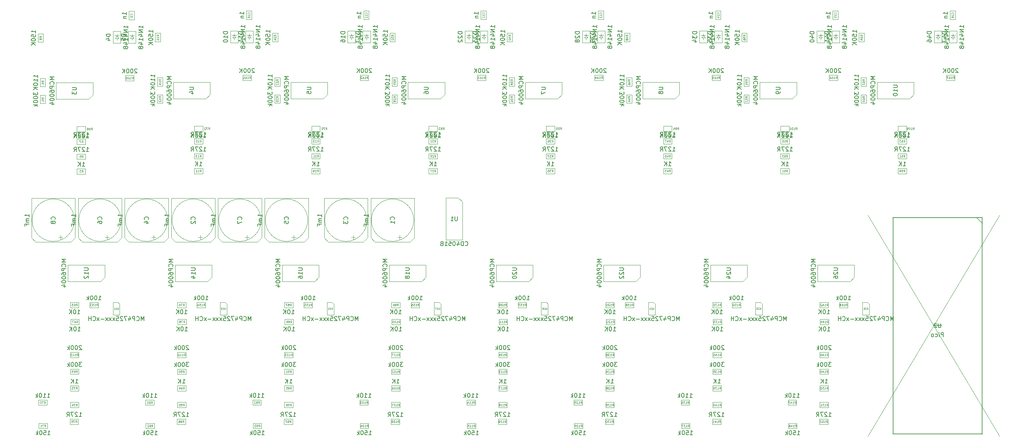
<source format=gbr>
G04 #@! TF.GenerationSoftware,KiCad,Pcbnew,9.0.0*
G04 #@! TF.CreationDate,2025-06-12T15:22:14-04:00*
G04 #@! TF.ProjectId,Oblique Palette 0.5.1 PCB Main,4f626c69-7175-4652-9050-616c65747465,rev?*
G04 #@! TF.SameCoordinates,Original*
G04 #@! TF.FileFunction,AssemblyDrawing,Bot*
%FSLAX46Y46*%
G04 Gerber Fmt 4.6, Leading zero omitted, Abs format (unit mm)*
G04 Created by KiCad (PCBNEW 9.0.0) date 2025-06-12 15:22:14*
%MOMM*%
%LPD*%
G01*
G04 APERTURE LIST*
%ADD10C,0.150000*%
%ADD11C,0.080000*%
%ADD12C,0.060000*%
%ADD13C,0.100000*%
G04 APERTURE END LIST*
D10*
X120120238Y-78344580D02*
X120167857Y-78392200D01*
X120167857Y-78392200D02*
X120310714Y-78439819D01*
X120310714Y-78439819D02*
X120405952Y-78439819D01*
X120405952Y-78439819D02*
X120548809Y-78392200D01*
X120548809Y-78392200D02*
X120644047Y-78296961D01*
X120644047Y-78296961D02*
X120691666Y-78201723D01*
X120691666Y-78201723D02*
X120739285Y-78011247D01*
X120739285Y-78011247D02*
X120739285Y-77868390D01*
X120739285Y-77868390D02*
X120691666Y-77677914D01*
X120691666Y-77677914D02*
X120644047Y-77582676D01*
X120644047Y-77582676D02*
X120548809Y-77487438D01*
X120548809Y-77487438D02*
X120405952Y-77439819D01*
X120405952Y-77439819D02*
X120310714Y-77439819D01*
X120310714Y-77439819D02*
X120167857Y-77487438D01*
X120167857Y-77487438D02*
X120120238Y-77535057D01*
X119691666Y-78439819D02*
X119691666Y-77439819D01*
X119691666Y-77439819D02*
X119453571Y-77439819D01*
X119453571Y-77439819D02*
X119310714Y-77487438D01*
X119310714Y-77487438D02*
X119215476Y-77582676D01*
X119215476Y-77582676D02*
X119167857Y-77677914D01*
X119167857Y-77677914D02*
X119120238Y-77868390D01*
X119120238Y-77868390D02*
X119120238Y-78011247D01*
X119120238Y-78011247D02*
X119167857Y-78201723D01*
X119167857Y-78201723D02*
X119215476Y-78296961D01*
X119215476Y-78296961D02*
X119310714Y-78392200D01*
X119310714Y-78392200D02*
X119453571Y-78439819D01*
X119453571Y-78439819D02*
X119691666Y-78439819D01*
X118263095Y-77773152D02*
X118263095Y-78439819D01*
X118501190Y-77392200D02*
X118739285Y-78106485D01*
X118739285Y-78106485D02*
X118120238Y-78106485D01*
X117548809Y-77439819D02*
X117453571Y-77439819D01*
X117453571Y-77439819D02*
X117358333Y-77487438D01*
X117358333Y-77487438D02*
X117310714Y-77535057D01*
X117310714Y-77535057D02*
X117263095Y-77630295D01*
X117263095Y-77630295D02*
X117215476Y-77820771D01*
X117215476Y-77820771D02*
X117215476Y-78058866D01*
X117215476Y-78058866D02*
X117263095Y-78249342D01*
X117263095Y-78249342D02*
X117310714Y-78344580D01*
X117310714Y-78344580D02*
X117358333Y-78392200D01*
X117358333Y-78392200D02*
X117453571Y-78439819D01*
X117453571Y-78439819D02*
X117548809Y-78439819D01*
X117548809Y-78439819D02*
X117644047Y-78392200D01*
X117644047Y-78392200D02*
X117691666Y-78344580D01*
X117691666Y-78344580D02*
X117739285Y-78249342D01*
X117739285Y-78249342D02*
X117786904Y-78058866D01*
X117786904Y-78058866D02*
X117786904Y-77820771D01*
X117786904Y-77820771D02*
X117739285Y-77630295D01*
X117739285Y-77630295D02*
X117691666Y-77535057D01*
X117691666Y-77535057D02*
X117644047Y-77487438D01*
X117644047Y-77487438D02*
X117548809Y-77439819D01*
X116310714Y-77439819D02*
X116786904Y-77439819D01*
X116786904Y-77439819D02*
X116834523Y-77916009D01*
X116834523Y-77916009D02*
X116786904Y-77868390D01*
X116786904Y-77868390D02*
X116691666Y-77820771D01*
X116691666Y-77820771D02*
X116453571Y-77820771D01*
X116453571Y-77820771D02*
X116358333Y-77868390D01*
X116358333Y-77868390D02*
X116310714Y-77916009D01*
X116310714Y-77916009D02*
X116263095Y-78011247D01*
X116263095Y-78011247D02*
X116263095Y-78249342D01*
X116263095Y-78249342D02*
X116310714Y-78344580D01*
X116310714Y-78344580D02*
X116358333Y-78392200D01*
X116358333Y-78392200D02*
X116453571Y-78439819D01*
X116453571Y-78439819D02*
X116691666Y-78439819D01*
X116691666Y-78439819D02*
X116786904Y-78392200D01*
X116786904Y-78392200D02*
X116834523Y-78344580D01*
X115310714Y-78439819D02*
X115882142Y-78439819D01*
X115596428Y-78439819D02*
X115596428Y-77439819D01*
X115596428Y-77439819D02*
X115691666Y-77582676D01*
X115691666Y-77582676D02*
X115786904Y-77677914D01*
X115786904Y-77677914D02*
X115882142Y-77725533D01*
X114548809Y-77916009D02*
X114405952Y-77963628D01*
X114405952Y-77963628D02*
X114358333Y-78011247D01*
X114358333Y-78011247D02*
X114310714Y-78106485D01*
X114310714Y-78106485D02*
X114310714Y-78249342D01*
X114310714Y-78249342D02*
X114358333Y-78344580D01*
X114358333Y-78344580D02*
X114405952Y-78392200D01*
X114405952Y-78392200D02*
X114501190Y-78439819D01*
X114501190Y-78439819D02*
X114882142Y-78439819D01*
X114882142Y-78439819D02*
X114882142Y-77439819D01*
X114882142Y-77439819D02*
X114548809Y-77439819D01*
X114548809Y-77439819D02*
X114453571Y-77487438D01*
X114453571Y-77487438D02*
X114405952Y-77535057D01*
X114405952Y-77535057D02*
X114358333Y-77630295D01*
X114358333Y-77630295D02*
X114358333Y-77725533D01*
X114358333Y-77725533D02*
X114405952Y-77820771D01*
X114405952Y-77820771D02*
X114453571Y-77868390D01*
X114453571Y-77868390D02*
X114548809Y-77916009D01*
X114548809Y-77916009D02*
X114882142Y-77916009D01*
X118271666Y-71550566D02*
X118271666Y-72343900D01*
X118271666Y-72343900D02*
X118225000Y-72437233D01*
X118225000Y-72437233D02*
X118178333Y-72483900D01*
X118178333Y-72483900D02*
X118085000Y-72530566D01*
X118085000Y-72530566D02*
X117898333Y-72530566D01*
X117898333Y-72530566D02*
X117805000Y-72483900D01*
X117805000Y-72483900D02*
X117758333Y-72437233D01*
X117758333Y-72437233D02*
X117711666Y-72343900D01*
X117711666Y-72343900D02*
X117711666Y-71550566D01*
X116731666Y-72530566D02*
X117291666Y-72530566D01*
X117011666Y-72530566D02*
X117011666Y-71550566D01*
X117011666Y-71550566D02*
X117104999Y-71690566D01*
X117104999Y-71690566D02*
X117198333Y-71783900D01*
X117198333Y-71783900D02*
X117291666Y-71830566D01*
X54892856Y-102031471D02*
X54845237Y-101983852D01*
X54845237Y-101983852D02*
X54749999Y-101936233D01*
X54749999Y-101936233D02*
X54511904Y-101936233D01*
X54511904Y-101936233D02*
X54416666Y-101983852D01*
X54416666Y-101983852D02*
X54369047Y-102031471D01*
X54369047Y-102031471D02*
X54321428Y-102126709D01*
X54321428Y-102126709D02*
X54321428Y-102221947D01*
X54321428Y-102221947D02*
X54369047Y-102364804D01*
X54369047Y-102364804D02*
X54940475Y-102936233D01*
X54940475Y-102936233D02*
X54321428Y-102936233D01*
X53702380Y-101936233D02*
X53607142Y-101936233D01*
X53607142Y-101936233D02*
X53511904Y-101983852D01*
X53511904Y-101983852D02*
X53464285Y-102031471D01*
X53464285Y-102031471D02*
X53416666Y-102126709D01*
X53416666Y-102126709D02*
X53369047Y-102317185D01*
X53369047Y-102317185D02*
X53369047Y-102555280D01*
X53369047Y-102555280D02*
X53416666Y-102745756D01*
X53416666Y-102745756D02*
X53464285Y-102840994D01*
X53464285Y-102840994D02*
X53511904Y-102888614D01*
X53511904Y-102888614D02*
X53607142Y-102936233D01*
X53607142Y-102936233D02*
X53702380Y-102936233D01*
X53702380Y-102936233D02*
X53797618Y-102888614D01*
X53797618Y-102888614D02*
X53845237Y-102840994D01*
X53845237Y-102840994D02*
X53892856Y-102745756D01*
X53892856Y-102745756D02*
X53940475Y-102555280D01*
X53940475Y-102555280D02*
X53940475Y-102317185D01*
X53940475Y-102317185D02*
X53892856Y-102126709D01*
X53892856Y-102126709D02*
X53845237Y-102031471D01*
X53845237Y-102031471D02*
X53797618Y-101983852D01*
X53797618Y-101983852D02*
X53702380Y-101936233D01*
X52749999Y-101936233D02*
X52654761Y-101936233D01*
X52654761Y-101936233D02*
X52559523Y-101983852D01*
X52559523Y-101983852D02*
X52511904Y-102031471D01*
X52511904Y-102031471D02*
X52464285Y-102126709D01*
X52464285Y-102126709D02*
X52416666Y-102317185D01*
X52416666Y-102317185D02*
X52416666Y-102555280D01*
X52416666Y-102555280D02*
X52464285Y-102745756D01*
X52464285Y-102745756D02*
X52511904Y-102840994D01*
X52511904Y-102840994D02*
X52559523Y-102888614D01*
X52559523Y-102888614D02*
X52654761Y-102936233D01*
X52654761Y-102936233D02*
X52749999Y-102936233D01*
X52749999Y-102936233D02*
X52845237Y-102888614D01*
X52845237Y-102888614D02*
X52892856Y-102840994D01*
X52892856Y-102840994D02*
X52940475Y-102745756D01*
X52940475Y-102745756D02*
X52988094Y-102555280D01*
X52988094Y-102555280D02*
X52988094Y-102317185D01*
X52988094Y-102317185D02*
X52940475Y-102126709D01*
X52940475Y-102126709D02*
X52892856Y-102031471D01*
X52892856Y-102031471D02*
X52845237Y-101983852D01*
X52845237Y-101983852D02*
X52749999Y-101936233D01*
X51988094Y-102936233D02*
X51988094Y-101936233D01*
X51892856Y-102555280D02*
X51607142Y-102936233D01*
X51607142Y-102269566D02*
X51988094Y-102650518D01*
D11*
X53809523Y-104422849D02*
X53976189Y-104184754D01*
X54095237Y-104422849D02*
X54095237Y-103922849D01*
X54095237Y-103922849D02*
X53904761Y-103922849D01*
X53904761Y-103922849D02*
X53857142Y-103946659D01*
X53857142Y-103946659D02*
X53833332Y-103970468D01*
X53833332Y-103970468D02*
X53809523Y-104018087D01*
X53809523Y-104018087D02*
X53809523Y-104089516D01*
X53809523Y-104089516D02*
X53833332Y-104137135D01*
X53833332Y-104137135D02*
X53857142Y-104160944D01*
X53857142Y-104160944D02*
X53904761Y-104184754D01*
X53904761Y-104184754D02*
X54095237Y-104184754D01*
X53333332Y-104422849D02*
X53619046Y-104422849D01*
X53476189Y-104422849D02*
X53476189Y-103922849D01*
X53476189Y-103922849D02*
X53523808Y-103994278D01*
X53523808Y-103994278D02*
X53571427Y-104041897D01*
X53571427Y-104041897D02*
X53619046Y-104065706D01*
X52857142Y-104422849D02*
X53142856Y-104422849D01*
X52999999Y-104422849D02*
X52999999Y-103922849D01*
X52999999Y-103922849D02*
X53047618Y-103994278D01*
X53047618Y-103994278D02*
X53095237Y-104041897D01*
X53095237Y-104041897D02*
X53142856Y-104065706D01*
X52428571Y-103922849D02*
X52523809Y-103922849D01*
X52523809Y-103922849D02*
X52571428Y-103946659D01*
X52571428Y-103946659D02*
X52595238Y-103970468D01*
X52595238Y-103970468D02*
X52642857Y-104041897D01*
X52642857Y-104041897D02*
X52666666Y-104137135D01*
X52666666Y-104137135D02*
X52666666Y-104327611D01*
X52666666Y-104327611D02*
X52642857Y-104375230D01*
X52642857Y-104375230D02*
X52619047Y-104399040D01*
X52619047Y-104399040D02*
X52571428Y-104422849D01*
X52571428Y-104422849D02*
X52476190Y-104422849D01*
X52476190Y-104422849D02*
X52428571Y-104399040D01*
X52428571Y-104399040D02*
X52404762Y-104375230D01*
X52404762Y-104375230D02*
X52380952Y-104327611D01*
X52380952Y-104327611D02*
X52380952Y-104208563D01*
X52380952Y-104208563D02*
X52404762Y-104160944D01*
X52404762Y-104160944D02*
X52428571Y-104137135D01*
X52428571Y-104137135D02*
X52476190Y-104113325D01*
X52476190Y-104113325D02*
X52571428Y-104113325D01*
X52571428Y-104113325D02*
X52619047Y-104137135D01*
X52619047Y-104137135D02*
X52642857Y-104160944D01*
X52642857Y-104160944D02*
X52666666Y-104208563D01*
D10*
X74618819Y-38653333D02*
X74618819Y-38081905D01*
X74618819Y-38367619D02*
X73618819Y-38367619D01*
X73618819Y-38367619D02*
X73761676Y-38272381D01*
X73761676Y-38272381D02*
X73856914Y-38177143D01*
X73856914Y-38177143D02*
X73904533Y-38081905D01*
X74618819Y-39605714D02*
X74618819Y-39034286D01*
X74618819Y-39320000D02*
X73618819Y-39320000D01*
X73618819Y-39320000D02*
X73761676Y-39224762D01*
X73761676Y-39224762D02*
X73856914Y-39129524D01*
X73856914Y-39129524D02*
X73904533Y-39034286D01*
X73618819Y-40224762D02*
X73618819Y-40320000D01*
X73618819Y-40320000D02*
X73666438Y-40415238D01*
X73666438Y-40415238D02*
X73714057Y-40462857D01*
X73714057Y-40462857D02*
X73809295Y-40510476D01*
X73809295Y-40510476D02*
X73999771Y-40558095D01*
X73999771Y-40558095D02*
X74237866Y-40558095D01*
X74237866Y-40558095D02*
X74428342Y-40510476D01*
X74428342Y-40510476D02*
X74523580Y-40462857D01*
X74523580Y-40462857D02*
X74571200Y-40415238D01*
X74571200Y-40415238D02*
X74618819Y-40320000D01*
X74618819Y-40320000D02*
X74618819Y-40224762D01*
X74618819Y-40224762D02*
X74571200Y-40129524D01*
X74571200Y-40129524D02*
X74523580Y-40081905D01*
X74523580Y-40081905D02*
X74428342Y-40034286D01*
X74428342Y-40034286D02*
X74237866Y-39986667D01*
X74237866Y-39986667D02*
X73999771Y-39986667D01*
X73999771Y-39986667D02*
X73809295Y-40034286D01*
X73809295Y-40034286D02*
X73714057Y-40081905D01*
X73714057Y-40081905D02*
X73666438Y-40129524D01*
X73666438Y-40129524D02*
X73618819Y-40224762D01*
X74618819Y-40986667D02*
X73618819Y-40986667D01*
X74618819Y-41558095D02*
X74047390Y-41129524D01*
X73618819Y-41558095D02*
X74190247Y-40986667D01*
D11*
X76041149Y-39498571D02*
X75803054Y-39331905D01*
X76041149Y-39212857D02*
X75541149Y-39212857D01*
X75541149Y-39212857D02*
X75541149Y-39403333D01*
X75541149Y-39403333D02*
X75564959Y-39450952D01*
X75564959Y-39450952D02*
X75588768Y-39474762D01*
X75588768Y-39474762D02*
X75636387Y-39498571D01*
X75636387Y-39498571D02*
X75707816Y-39498571D01*
X75707816Y-39498571D02*
X75755435Y-39474762D01*
X75755435Y-39474762D02*
X75779244Y-39450952D01*
X75779244Y-39450952D02*
X75803054Y-39403333D01*
X75803054Y-39403333D02*
X75803054Y-39212857D01*
X75588768Y-39689048D02*
X75564959Y-39712857D01*
X75564959Y-39712857D02*
X75541149Y-39760476D01*
X75541149Y-39760476D02*
X75541149Y-39879524D01*
X75541149Y-39879524D02*
X75564959Y-39927143D01*
X75564959Y-39927143D02*
X75588768Y-39950952D01*
X75588768Y-39950952D02*
X75636387Y-39974762D01*
X75636387Y-39974762D02*
X75684006Y-39974762D01*
X75684006Y-39974762D02*
X75755435Y-39950952D01*
X75755435Y-39950952D02*
X76041149Y-39665238D01*
X76041149Y-39665238D02*
X76041149Y-39974762D01*
X75588768Y-40165238D02*
X75564959Y-40189047D01*
X75564959Y-40189047D02*
X75541149Y-40236666D01*
X75541149Y-40236666D02*
X75541149Y-40355714D01*
X75541149Y-40355714D02*
X75564959Y-40403333D01*
X75564959Y-40403333D02*
X75588768Y-40427142D01*
X75588768Y-40427142D02*
X75636387Y-40450952D01*
X75636387Y-40450952D02*
X75684006Y-40450952D01*
X75684006Y-40450952D02*
X75755435Y-40427142D01*
X75755435Y-40427142D02*
X76041149Y-40141428D01*
X76041149Y-40141428D02*
X76041149Y-40450952D01*
D10*
X70395094Y-36720057D02*
X70347475Y-36672438D01*
X70347475Y-36672438D02*
X70252237Y-36624819D01*
X70252237Y-36624819D02*
X70014142Y-36624819D01*
X70014142Y-36624819D02*
X69918904Y-36672438D01*
X69918904Y-36672438D02*
X69871285Y-36720057D01*
X69871285Y-36720057D02*
X69823666Y-36815295D01*
X69823666Y-36815295D02*
X69823666Y-36910533D01*
X69823666Y-36910533D02*
X69871285Y-37053390D01*
X69871285Y-37053390D02*
X70442713Y-37624819D01*
X70442713Y-37624819D02*
X69823666Y-37624819D01*
X69204618Y-36624819D02*
X69109380Y-36624819D01*
X69109380Y-36624819D02*
X69014142Y-36672438D01*
X69014142Y-36672438D02*
X68966523Y-36720057D01*
X68966523Y-36720057D02*
X68918904Y-36815295D01*
X68918904Y-36815295D02*
X68871285Y-37005771D01*
X68871285Y-37005771D02*
X68871285Y-37243866D01*
X68871285Y-37243866D02*
X68918904Y-37434342D01*
X68918904Y-37434342D02*
X68966523Y-37529580D01*
X68966523Y-37529580D02*
X69014142Y-37577200D01*
X69014142Y-37577200D02*
X69109380Y-37624819D01*
X69109380Y-37624819D02*
X69204618Y-37624819D01*
X69204618Y-37624819D02*
X69299856Y-37577200D01*
X69299856Y-37577200D02*
X69347475Y-37529580D01*
X69347475Y-37529580D02*
X69395094Y-37434342D01*
X69395094Y-37434342D02*
X69442713Y-37243866D01*
X69442713Y-37243866D02*
X69442713Y-37005771D01*
X69442713Y-37005771D02*
X69395094Y-36815295D01*
X69395094Y-36815295D02*
X69347475Y-36720057D01*
X69347475Y-36720057D02*
X69299856Y-36672438D01*
X69299856Y-36672438D02*
X69204618Y-36624819D01*
X68252237Y-36624819D02*
X68156999Y-36624819D01*
X68156999Y-36624819D02*
X68061761Y-36672438D01*
X68061761Y-36672438D02*
X68014142Y-36720057D01*
X68014142Y-36720057D02*
X67966523Y-36815295D01*
X67966523Y-36815295D02*
X67918904Y-37005771D01*
X67918904Y-37005771D02*
X67918904Y-37243866D01*
X67918904Y-37243866D02*
X67966523Y-37434342D01*
X67966523Y-37434342D02*
X68014142Y-37529580D01*
X68014142Y-37529580D02*
X68061761Y-37577200D01*
X68061761Y-37577200D02*
X68156999Y-37624819D01*
X68156999Y-37624819D02*
X68252237Y-37624819D01*
X68252237Y-37624819D02*
X68347475Y-37577200D01*
X68347475Y-37577200D02*
X68395094Y-37529580D01*
X68395094Y-37529580D02*
X68442713Y-37434342D01*
X68442713Y-37434342D02*
X68490332Y-37243866D01*
X68490332Y-37243866D02*
X68490332Y-37005771D01*
X68490332Y-37005771D02*
X68442713Y-36815295D01*
X68442713Y-36815295D02*
X68395094Y-36720057D01*
X68395094Y-36720057D02*
X68347475Y-36672438D01*
X68347475Y-36672438D02*
X68252237Y-36624819D01*
X67490332Y-37624819D02*
X67490332Y-36624819D01*
X66918904Y-37624819D02*
X67347475Y-37053390D01*
X66918904Y-36624819D02*
X67490332Y-37196247D01*
D11*
X69216523Y-39047149D02*
X69383189Y-38809054D01*
X69502237Y-39047149D02*
X69502237Y-38547149D01*
X69502237Y-38547149D02*
X69311761Y-38547149D01*
X69311761Y-38547149D02*
X69264142Y-38570959D01*
X69264142Y-38570959D02*
X69240332Y-38594768D01*
X69240332Y-38594768D02*
X69216523Y-38642387D01*
X69216523Y-38642387D02*
X69216523Y-38713816D01*
X69216523Y-38713816D02*
X69240332Y-38761435D01*
X69240332Y-38761435D02*
X69264142Y-38785244D01*
X69264142Y-38785244D02*
X69311761Y-38809054D01*
X69311761Y-38809054D02*
X69502237Y-38809054D01*
X68740332Y-39047149D02*
X69026046Y-39047149D01*
X68883189Y-39047149D02*
X68883189Y-38547149D01*
X68883189Y-38547149D02*
X68930808Y-38618578D01*
X68930808Y-38618578D02*
X68978427Y-38666197D01*
X68978427Y-38666197D02*
X69026046Y-38690006D01*
X68311761Y-38547149D02*
X68406999Y-38547149D01*
X68406999Y-38547149D02*
X68454618Y-38570959D01*
X68454618Y-38570959D02*
X68478428Y-38594768D01*
X68478428Y-38594768D02*
X68526047Y-38666197D01*
X68526047Y-38666197D02*
X68549856Y-38761435D01*
X68549856Y-38761435D02*
X68549856Y-38951911D01*
X68549856Y-38951911D02*
X68526047Y-38999530D01*
X68526047Y-38999530D02*
X68502237Y-39023340D01*
X68502237Y-39023340D02*
X68454618Y-39047149D01*
X68454618Y-39047149D02*
X68359380Y-39047149D01*
X68359380Y-39047149D02*
X68311761Y-39023340D01*
X68311761Y-39023340D02*
X68287952Y-38999530D01*
X68287952Y-38999530D02*
X68264142Y-38951911D01*
X68264142Y-38951911D02*
X68264142Y-38832863D01*
X68264142Y-38832863D02*
X68287952Y-38785244D01*
X68287952Y-38785244D02*
X68311761Y-38761435D01*
X68311761Y-38761435D02*
X68359380Y-38737625D01*
X68359380Y-38737625D02*
X68454618Y-38737625D01*
X68454618Y-38737625D02*
X68502237Y-38761435D01*
X68502237Y-38761435D02*
X68526047Y-38785244D01*
X68526047Y-38785244D02*
X68549856Y-38832863D01*
X67787952Y-39047149D02*
X68073666Y-39047149D01*
X67930809Y-39047149D02*
X67930809Y-38547149D01*
X67930809Y-38547149D02*
X67978428Y-38618578D01*
X67978428Y-38618578D02*
X68026047Y-38666197D01*
X68026047Y-38666197D02*
X68073666Y-38690006D01*
D10*
X113725166Y-52624819D02*
X114296594Y-52624819D01*
X114010880Y-52624819D02*
X114010880Y-51624819D01*
X114010880Y-51624819D02*
X114106118Y-51767676D01*
X114106118Y-51767676D02*
X114201356Y-51862914D01*
X114201356Y-51862914D02*
X114296594Y-51910533D01*
X113344213Y-51720057D02*
X113296594Y-51672438D01*
X113296594Y-51672438D02*
X113201356Y-51624819D01*
X113201356Y-51624819D02*
X112963261Y-51624819D01*
X112963261Y-51624819D02*
X112868023Y-51672438D01*
X112868023Y-51672438D02*
X112820404Y-51720057D01*
X112820404Y-51720057D02*
X112772785Y-51815295D01*
X112772785Y-51815295D02*
X112772785Y-51910533D01*
X112772785Y-51910533D02*
X112820404Y-52053390D01*
X112820404Y-52053390D02*
X113391832Y-52624819D01*
X113391832Y-52624819D02*
X112772785Y-52624819D01*
X112439451Y-51624819D02*
X111772785Y-51624819D01*
X111772785Y-51624819D02*
X112201356Y-52624819D01*
X110820404Y-52624819D02*
X111153737Y-52148628D01*
X111391832Y-52624819D02*
X111391832Y-51624819D01*
X111391832Y-51624819D02*
X111010880Y-51624819D01*
X111010880Y-51624819D02*
X110915642Y-51672438D01*
X110915642Y-51672438D02*
X110868023Y-51720057D01*
X110868023Y-51720057D02*
X110820404Y-51815295D01*
X110820404Y-51815295D02*
X110820404Y-51958152D01*
X110820404Y-51958152D02*
X110868023Y-52053390D01*
X110868023Y-52053390D02*
X110915642Y-52101009D01*
X110915642Y-52101009D02*
X111010880Y-52148628D01*
X111010880Y-52148628D02*
X111391832Y-52148628D01*
D11*
X112879928Y-54047149D02*
X113046594Y-53809054D01*
X113165642Y-54047149D02*
X113165642Y-53547149D01*
X113165642Y-53547149D02*
X112975166Y-53547149D01*
X112975166Y-53547149D02*
X112927547Y-53570959D01*
X112927547Y-53570959D02*
X112903737Y-53594768D01*
X112903737Y-53594768D02*
X112879928Y-53642387D01*
X112879928Y-53642387D02*
X112879928Y-53713816D01*
X112879928Y-53713816D02*
X112903737Y-53761435D01*
X112903737Y-53761435D02*
X112927547Y-53785244D01*
X112927547Y-53785244D02*
X112975166Y-53809054D01*
X112975166Y-53809054D02*
X113165642Y-53809054D01*
X112713261Y-53547149D02*
X112403737Y-53547149D01*
X112403737Y-53547149D02*
X112570404Y-53737625D01*
X112570404Y-53737625D02*
X112498975Y-53737625D01*
X112498975Y-53737625D02*
X112451356Y-53761435D01*
X112451356Y-53761435D02*
X112427547Y-53785244D01*
X112427547Y-53785244D02*
X112403737Y-53832863D01*
X112403737Y-53832863D02*
X112403737Y-53951911D01*
X112403737Y-53951911D02*
X112427547Y-53999530D01*
X112427547Y-53999530D02*
X112451356Y-54023340D01*
X112451356Y-54023340D02*
X112498975Y-54047149D01*
X112498975Y-54047149D02*
X112641832Y-54047149D01*
X112641832Y-54047149D02*
X112689451Y-54023340D01*
X112689451Y-54023340D02*
X112713261Y-53999530D01*
X111927547Y-54047149D02*
X112213261Y-54047149D01*
X112070404Y-54047149D02*
X112070404Y-53547149D01*
X112070404Y-53547149D02*
X112118023Y-53618578D01*
X112118023Y-53618578D02*
X112165642Y-53666197D01*
X112165642Y-53666197D02*
X112213261Y-53690006D01*
D10*
X205829166Y-118714819D02*
X206400594Y-118714819D01*
X206114880Y-118714819D02*
X206114880Y-117714819D01*
X206114880Y-117714819D02*
X206210118Y-117857676D01*
X206210118Y-117857676D02*
X206305356Y-117952914D01*
X206305356Y-117952914D02*
X206400594Y-118000533D01*
X205448213Y-117810057D02*
X205400594Y-117762438D01*
X205400594Y-117762438D02*
X205305356Y-117714819D01*
X205305356Y-117714819D02*
X205067261Y-117714819D01*
X205067261Y-117714819D02*
X204972023Y-117762438D01*
X204972023Y-117762438D02*
X204924404Y-117810057D01*
X204924404Y-117810057D02*
X204876785Y-117905295D01*
X204876785Y-117905295D02*
X204876785Y-118000533D01*
X204876785Y-118000533D02*
X204924404Y-118143390D01*
X204924404Y-118143390D02*
X205495832Y-118714819D01*
X205495832Y-118714819D02*
X204876785Y-118714819D01*
X204543451Y-117714819D02*
X203876785Y-117714819D01*
X203876785Y-117714819D02*
X204305356Y-118714819D01*
X202924404Y-118714819D02*
X203257737Y-118238628D01*
X203495832Y-118714819D02*
X203495832Y-117714819D01*
X203495832Y-117714819D02*
X203114880Y-117714819D01*
X203114880Y-117714819D02*
X203019642Y-117762438D01*
X203019642Y-117762438D02*
X202972023Y-117810057D01*
X202972023Y-117810057D02*
X202924404Y-117905295D01*
X202924404Y-117905295D02*
X202924404Y-118048152D01*
X202924404Y-118048152D02*
X202972023Y-118143390D01*
X202972023Y-118143390D02*
X203019642Y-118191009D01*
X203019642Y-118191009D02*
X203114880Y-118238628D01*
X203114880Y-118238628D02*
X203495832Y-118238628D01*
D11*
X205222023Y-120137149D02*
X205388689Y-119899054D01*
X205507737Y-120137149D02*
X205507737Y-119637149D01*
X205507737Y-119637149D02*
X205317261Y-119637149D01*
X205317261Y-119637149D02*
X205269642Y-119660959D01*
X205269642Y-119660959D02*
X205245832Y-119684768D01*
X205245832Y-119684768D02*
X205222023Y-119732387D01*
X205222023Y-119732387D02*
X205222023Y-119803816D01*
X205222023Y-119803816D02*
X205245832Y-119851435D01*
X205245832Y-119851435D02*
X205269642Y-119875244D01*
X205269642Y-119875244D02*
X205317261Y-119899054D01*
X205317261Y-119899054D02*
X205507737Y-119899054D01*
X204745832Y-120137149D02*
X205031546Y-120137149D01*
X204888689Y-120137149D02*
X204888689Y-119637149D01*
X204888689Y-119637149D02*
X204936308Y-119708578D01*
X204936308Y-119708578D02*
X204983927Y-119756197D01*
X204983927Y-119756197D02*
X205031546Y-119780006D01*
X204293452Y-119637149D02*
X204531547Y-119637149D01*
X204531547Y-119637149D02*
X204555356Y-119875244D01*
X204555356Y-119875244D02*
X204531547Y-119851435D01*
X204531547Y-119851435D02*
X204483928Y-119827625D01*
X204483928Y-119827625D02*
X204364880Y-119827625D01*
X204364880Y-119827625D02*
X204317261Y-119851435D01*
X204317261Y-119851435D02*
X204293452Y-119875244D01*
X204293452Y-119875244D02*
X204269642Y-119922863D01*
X204269642Y-119922863D02*
X204269642Y-120041911D01*
X204269642Y-120041911D02*
X204293452Y-120089530D01*
X204293452Y-120089530D02*
X204317261Y-120113340D01*
X204317261Y-120113340D02*
X204364880Y-120137149D01*
X204364880Y-120137149D02*
X204483928Y-120137149D01*
X204483928Y-120137149D02*
X204531547Y-120113340D01*
X204531547Y-120113340D02*
X204555356Y-120089530D01*
X204079166Y-119684768D02*
X204055357Y-119660959D01*
X204055357Y-119660959D02*
X204007738Y-119637149D01*
X204007738Y-119637149D02*
X203888690Y-119637149D01*
X203888690Y-119637149D02*
X203841071Y-119660959D01*
X203841071Y-119660959D02*
X203817262Y-119684768D01*
X203817262Y-119684768D02*
X203793452Y-119732387D01*
X203793452Y-119732387D02*
X203793452Y-119780006D01*
X203793452Y-119780006D02*
X203817262Y-119851435D01*
X203817262Y-119851435D02*
X204102976Y-120137149D01*
X204102976Y-120137149D02*
X203793452Y-120137149D01*
D10*
X196696166Y-52924819D02*
X197267594Y-52924819D01*
X196981880Y-52924819D02*
X196981880Y-51924819D01*
X196981880Y-51924819D02*
X197077118Y-52067676D01*
X197077118Y-52067676D02*
X197172356Y-52162914D01*
X197172356Y-52162914D02*
X197267594Y-52210533D01*
X196077118Y-51924819D02*
X195981880Y-51924819D01*
X195981880Y-51924819D02*
X195886642Y-51972438D01*
X195886642Y-51972438D02*
X195839023Y-52020057D01*
X195839023Y-52020057D02*
X195791404Y-52115295D01*
X195791404Y-52115295D02*
X195743785Y-52305771D01*
X195743785Y-52305771D02*
X195743785Y-52543866D01*
X195743785Y-52543866D02*
X195791404Y-52734342D01*
X195791404Y-52734342D02*
X195839023Y-52829580D01*
X195839023Y-52829580D02*
X195886642Y-52877200D01*
X195886642Y-52877200D02*
X195981880Y-52924819D01*
X195981880Y-52924819D02*
X196077118Y-52924819D01*
X196077118Y-52924819D02*
X196172356Y-52877200D01*
X196172356Y-52877200D02*
X196219975Y-52829580D01*
X196219975Y-52829580D02*
X196267594Y-52734342D01*
X196267594Y-52734342D02*
X196315213Y-52543866D01*
X196315213Y-52543866D02*
X196315213Y-52305771D01*
X196315213Y-52305771D02*
X196267594Y-52115295D01*
X196267594Y-52115295D02*
X196219975Y-52020057D01*
X196219975Y-52020057D02*
X196172356Y-51972438D01*
X196172356Y-51972438D02*
X196077118Y-51924819D01*
X195124737Y-51924819D02*
X195029499Y-51924819D01*
X195029499Y-51924819D02*
X194934261Y-51972438D01*
X194934261Y-51972438D02*
X194886642Y-52020057D01*
X194886642Y-52020057D02*
X194839023Y-52115295D01*
X194839023Y-52115295D02*
X194791404Y-52305771D01*
X194791404Y-52305771D02*
X194791404Y-52543866D01*
X194791404Y-52543866D02*
X194839023Y-52734342D01*
X194839023Y-52734342D02*
X194886642Y-52829580D01*
X194886642Y-52829580D02*
X194934261Y-52877200D01*
X194934261Y-52877200D02*
X195029499Y-52924819D01*
X195029499Y-52924819D02*
X195124737Y-52924819D01*
X195124737Y-52924819D02*
X195219975Y-52877200D01*
X195219975Y-52877200D02*
X195267594Y-52829580D01*
X195267594Y-52829580D02*
X195315213Y-52734342D01*
X195315213Y-52734342D02*
X195362832Y-52543866D01*
X195362832Y-52543866D02*
X195362832Y-52305771D01*
X195362832Y-52305771D02*
X195315213Y-52115295D01*
X195315213Y-52115295D02*
X195267594Y-52020057D01*
X195267594Y-52020057D02*
X195219975Y-51972438D01*
X195219975Y-51972438D02*
X195124737Y-51924819D01*
X194362832Y-52924819D02*
X194362832Y-51924819D01*
X193791404Y-52924819D02*
X194219975Y-52353390D01*
X193791404Y-51924819D02*
X194362832Y-52496247D01*
D11*
X198089023Y-51047149D02*
X198255689Y-50809054D01*
X198374737Y-51047149D02*
X198374737Y-50547149D01*
X198374737Y-50547149D02*
X198184261Y-50547149D01*
X198184261Y-50547149D02*
X198136642Y-50570959D01*
X198136642Y-50570959D02*
X198112832Y-50594768D01*
X198112832Y-50594768D02*
X198089023Y-50642387D01*
X198089023Y-50642387D02*
X198089023Y-50713816D01*
X198089023Y-50713816D02*
X198112832Y-50761435D01*
X198112832Y-50761435D02*
X198136642Y-50785244D01*
X198136642Y-50785244D02*
X198184261Y-50809054D01*
X198184261Y-50809054D02*
X198374737Y-50809054D01*
X197612832Y-51047149D02*
X197898546Y-51047149D01*
X197755689Y-51047149D02*
X197755689Y-50547149D01*
X197755689Y-50547149D02*
X197803308Y-50618578D01*
X197803308Y-50618578D02*
X197850927Y-50666197D01*
X197850927Y-50666197D02*
X197898546Y-50690006D01*
X197303309Y-50547149D02*
X197255690Y-50547149D01*
X197255690Y-50547149D02*
X197208071Y-50570959D01*
X197208071Y-50570959D02*
X197184261Y-50594768D01*
X197184261Y-50594768D02*
X197160452Y-50642387D01*
X197160452Y-50642387D02*
X197136642Y-50737625D01*
X197136642Y-50737625D02*
X197136642Y-50856673D01*
X197136642Y-50856673D02*
X197160452Y-50951911D01*
X197160452Y-50951911D02*
X197184261Y-50999530D01*
X197184261Y-50999530D02*
X197208071Y-51023340D01*
X197208071Y-51023340D02*
X197255690Y-51047149D01*
X197255690Y-51047149D02*
X197303309Y-51047149D01*
X197303309Y-51047149D02*
X197350928Y-51023340D01*
X197350928Y-51023340D02*
X197374737Y-50999530D01*
X197374737Y-50999530D02*
X197398547Y-50951911D01*
X197398547Y-50951911D02*
X197422356Y-50856673D01*
X197422356Y-50856673D02*
X197422356Y-50737625D01*
X197422356Y-50737625D02*
X197398547Y-50642387D01*
X197398547Y-50642387D02*
X197374737Y-50594768D01*
X197374737Y-50594768D02*
X197350928Y-50570959D01*
X197350928Y-50570959D02*
X197303309Y-50547149D01*
X196660452Y-51047149D02*
X196946166Y-51047149D01*
X196803309Y-51047149D02*
X196803309Y-50547149D01*
X196803309Y-50547149D02*
X196850928Y-50618578D01*
X196850928Y-50618578D02*
X196898547Y-50666197D01*
X196898547Y-50666197D02*
X196946166Y-50690006D01*
D10*
X173071428Y-114214819D02*
X173642856Y-114214819D01*
X173357142Y-114214819D02*
X173357142Y-113214819D01*
X173357142Y-113214819D02*
X173452380Y-113357676D01*
X173452380Y-113357676D02*
X173547618Y-113452914D01*
X173547618Y-113452914D02*
X173642856Y-113500533D01*
X172119047Y-114214819D02*
X172690475Y-114214819D01*
X172404761Y-114214819D02*
X172404761Y-113214819D01*
X172404761Y-113214819D02*
X172499999Y-113357676D01*
X172499999Y-113357676D02*
X172595237Y-113452914D01*
X172595237Y-113452914D02*
X172690475Y-113500533D01*
X171499999Y-113214819D02*
X171404761Y-113214819D01*
X171404761Y-113214819D02*
X171309523Y-113262438D01*
X171309523Y-113262438D02*
X171261904Y-113310057D01*
X171261904Y-113310057D02*
X171214285Y-113405295D01*
X171214285Y-113405295D02*
X171166666Y-113595771D01*
X171166666Y-113595771D02*
X171166666Y-113833866D01*
X171166666Y-113833866D02*
X171214285Y-114024342D01*
X171214285Y-114024342D02*
X171261904Y-114119580D01*
X171261904Y-114119580D02*
X171309523Y-114167200D01*
X171309523Y-114167200D02*
X171404761Y-114214819D01*
X171404761Y-114214819D02*
X171499999Y-114214819D01*
X171499999Y-114214819D02*
X171595237Y-114167200D01*
X171595237Y-114167200D02*
X171642856Y-114119580D01*
X171642856Y-114119580D02*
X171690475Y-114024342D01*
X171690475Y-114024342D02*
X171738094Y-113833866D01*
X171738094Y-113833866D02*
X171738094Y-113595771D01*
X171738094Y-113595771D02*
X171690475Y-113405295D01*
X171690475Y-113405295D02*
X171642856Y-113310057D01*
X171642856Y-113310057D02*
X171595237Y-113262438D01*
X171595237Y-113262438D02*
X171499999Y-113214819D01*
X170738094Y-114214819D02*
X170738094Y-113214819D01*
X170642856Y-113833866D02*
X170357142Y-114214819D01*
X170357142Y-113548152D02*
X170738094Y-113929104D01*
D11*
X172559523Y-115637149D02*
X172726189Y-115399054D01*
X172845237Y-115637149D02*
X172845237Y-115137149D01*
X172845237Y-115137149D02*
X172654761Y-115137149D01*
X172654761Y-115137149D02*
X172607142Y-115160959D01*
X172607142Y-115160959D02*
X172583332Y-115184768D01*
X172583332Y-115184768D02*
X172559523Y-115232387D01*
X172559523Y-115232387D02*
X172559523Y-115303816D01*
X172559523Y-115303816D02*
X172583332Y-115351435D01*
X172583332Y-115351435D02*
X172607142Y-115375244D01*
X172607142Y-115375244D02*
X172654761Y-115399054D01*
X172654761Y-115399054D02*
X172845237Y-115399054D01*
X172083332Y-115637149D02*
X172369046Y-115637149D01*
X172226189Y-115637149D02*
X172226189Y-115137149D01*
X172226189Y-115137149D02*
X172273808Y-115208578D01*
X172273808Y-115208578D02*
X172321427Y-115256197D01*
X172321427Y-115256197D02*
X172369046Y-115280006D01*
X171916666Y-115137149D02*
X171607142Y-115137149D01*
X171607142Y-115137149D02*
X171773809Y-115327625D01*
X171773809Y-115327625D02*
X171702380Y-115327625D01*
X171702380Y-115327625D02*
X171654761Y-115351435D01*
X171654761Y-115351435D02*
X171630952Y-115375244D01*
X171630952Y-115375244D02*
X171607142Y-115422863D01*
X171607142Y-115422863D02*
X171607142Y-115541911D01*
X171607142Y-115541911D02*
X171630952Y-115589530D01*
X171630952Y-115589530D02*
X171654761Y-115613340D01*
X171654761Y-115613340D02*
X171702380Y-115637149D01*
X171702380Y-115637149D02*
X171845237Y-115637149D01*
X171845237Y-115637149D02*
X171892856Y-115613340D01*
X171892856Y-115613340D02*
X171916666Y-115589530D01*
X171178571Y-115137149D02*
X171273809Y-115137149D01*
X171273809Y-115137149D02*
X171321428Y-115160959D01*
X171321428Y-115160959D02*
X171345238Y-115184768D01*
X171345238Y-115184768D02*
X171392857Y-115256197D01*
X171392857Y-115256197D02*
X171416666Y-115351435D01*
X171416666Y-115351435D02*
X171416666Y-115541911D01*
X171416666Y-115541911D02*
X171392857Y-115589530D01*
X171392857Y-115589530D02*
X171369047Y-115613340D01*
X171369047Y-115613340D02*
X171321428Y-115637149D01*
X171321428Y-115637149D02*
X171226190Y-115637149D01*
X171226190Y-115637149D02*
X171178571Y-115613340D01*
X171178571Y-115613340D02*
X171154762Y-115589530D01*
X171154762Y-115589530D02*
X171130952Y-115541911D01*
X171130952Y-115541911D02*
X171130952Y-115422863D01*
X171130952Y-115422863D02*
X171154762Y-115375244D01*
X171154762Y-115375244D02*
X171178571Y-115351435D01*
X171178571Y-115351435D02*
X171226190Y-115327625D01*
X171226190Y-115327625D02*
X171321428Y-115327625D01*
X171321428Y-115327625D02*
X171369047Y-115351435D01*
X171369047Y-115351435D02*
X171392857Y-115375244D01*
X171392857Y-115375244D02*
X171416666Y-115422863D01*
D10*
X79579166Y-118714819D02*
X80150594Y-118714819D01*
X79864880Y-118714819D02*
X79864880Y-117714819D01*
X79864880Y-117714819D02*
X79960118Y-117857676D01*
X79960118Y-117857676D02*
X80055356Y-117952914D01*
X80055356Y-117952914D02*
X80150594Y-118000533D01*
X79198213Y-117810057D02*
X79150594Y-117762438D01*
X79150594Y-117762438D02*
X79055356Y-117714819D01*
X79055356Y-117714819D02*
X78817261Y-117714819D01*
X78817261Y-117714819D02*
X78722023Y-117762438D01*
X78722023Y-117762438D02*
X78674404Y-117810057D01*
X78674404Y-117810057D02*
X78626785Y-117905295D01*
X78626785Y-117905295D02*
X78626785Y-118000533D01*
X78626785Y-118000533D02*
X78674404Y-118143390D01*
X78674404Y-118143390D02*
X79245832Y-118714819D01*
X79245832Y-118714819D02*
X78626785Y-118714819D01*
X78293451Y-117714819D02*
X77626785Y-117714819D01*
X77626785Y-117714819D02*
X78055356Y-118714819D01*
X76674404Y-118714819D02*
X77007737Y-118238628D01*
X77245832Y-118714819D02*
X77245832Y-117714819D01*
X77245832Y-117714819D02*
X76864880Y-117714819D01*
X76864880Y-117714819D02*
X76769642Y-117762438D01*
X76769642Y-117762438D02*
X76722023Y-117810057D01*
X76722023Y-117810057D02*
X76674404Y-117905295D01*
X76674404Y-117905295D02*
X76674404Y-118048152D01*
X76674404Y-118048152D02*
X76722023Y-118143390D01*
X76722023Y-118143390D02*
X76769642Y-118191009D01*
X76769642Y-118191009D02*
X76864880Y-118238628D01*
X76864880Y-118238628D02*
X77245832Y-118238628D01*
D11*
X78733928Y-120137149D02*
X78900594Y-119899054D01*
X79019642Y-120137149D02*
X79019642Y-119637149D01*
X79019642Y-119637149D02*
X78829166Y-119637149D01*
X78829166Y-119637149D02*
X78781547Y-119660959D01*
X78781547Y-119660959D02*
X78757737Y-119684768D01*
X78757737Y-119684768D02*
X78733928Y-119732387D01*
X78733928Y-119732387D02*
X78733928Y-119803816D01*
X78733928Y-119803816D02*
X78757737Y-119851435D01*
X78757737Y-119851435D02*
X78781547Y-119875244D01*
X78781547Y-119875244D02*
X78829166Y-119899054D01*
X78829166Y-119899054D02*
X79019642Y-119899054D01*
X78495832Y-120137149D02*
X78400594Y-120137149D01*
X78400594Y-120137149D02*
X78352975Y-120113340D01*
X78352975Y-120113340D02*
X78329166Y-120089530D01*
X78329166Y-120089530D02*
X78281547Y-120018101D01*
X78281547Y-120018101D02*
X78257737Y-119922863D01*
X78257737Y-119922863D02*
X78257737Y-119732387D01*
X78257737Y-119732387D02*
X78281547Y-119684768D01*
X78281547Y-119684768D02*
X78305356Y-119660959D01*
X78305356Y-119660959D02*
X78352975Y-119637149D01*
X78352975Y-119637149D02*
X78448213Y-119637149D01*
X78448213Y-119637149D02*
X78495832Y-119660959D01*
X78495832Y-119660959D02*
X78519642Y-119684768D01*
X78519642Y-119684768D02*
X78543451Y-119732387D01*
X78543451Y-119732387D02*
X78543451Y-119851435D01*
X78543451Y-119851435D02*
X78519642Y-119899054D01*
X78519642Y-119899054D02*
X78495832Y-119922863D01*
X78495832Y-119922863D02*
X78448213Y-119946673D01*
X78448213Y-119946673D02*
X78352975Y-119946673D01*
X78352975Y-119946673D02*
X78305356Y-119922863D01*
X78305356Y-119922863D02*
X78281547Y-119899054D01*
X78281547Y-119899054D02*
X78257737Y-119851435D01*
X78091071Y-119637149D02*
X77757738Y-119637149D01*
X77757738Y-119637149D02*
X77972023Y-120137149D01*
D10*
X169039166Y-52924819D02*
X169610594Y-52924819D01*
X169324880Y-52924819D02*
X169324880Y-51924819D01*
X169324880Y-51924819D02*
X169420118Y-52067676D01*
X169420118Y-52067676D02*
X169515356Y-52162914D01*
X169515356Y-52162914D02*
X169610594Y-52210533D01*
X168420118Y-51924819D02*
X168324880Y-51924819D01*
X168324880Y-51924819D02*
X168229642Y-51972438D01*
X168229642Y-51972438D02*
X168182023Y-52020057D01*
X168182023Y-52020057D02*
X168134404Y-52115295D01*
X168134404Y-52115295D02*
X168086785Y-52305771D01*
X168086785Y-52305771D02*
X168086785Y-52543866D01*
X168086785Y-52543866D02*
X168134404Y-52734342D01*
X168134404Y-52734342D02*
X168182023Y-52829580D01*
X168182023Y-52829580D02*
X168229642Y-52877200D01*
X168229642Y-52877200D02*
X168324880Y-52924819D01*
X168324880Y-52924819D02*
X168420118Y-52924819D01*
X168420118Y-52924819D02*
X168515356Y-52877200D01*
X168515356Y-52877200D02*
X168562975Y-52829580D01*
X168562975Y-52829580D02*
X168610594Y-52734342D01*
X168610594Y-52734342D02*
X168658213Y-52543866D01*
X168658213Y-52543866D02*
X168658213Y-52305771D01*
X168658213Y-52305771D02*
X168610594Y-52115295D01*
X168610594Y-52115295D02*
X168562975Y-52020057D01*
X168562975Y-52020057D02*
X168515356Y-51972438D01*
X168515356Y-51972438D02*
X168420118Y-51924819D01*
X167467737Y-51924819D02*
X167372499Y-51924819D01*
X167372499Y-51924819D02*
X167277261Y-51972438D01*
X167277261Y-51972438D02*
X167229642Y-52020057D01*
X167229642Y-52020057D02*
X167182023Y-52115295D01*
X167182023Y-52115295D02*
X167134404Y-52305771D01*
X167134404Y-52305771D02*
X167134404Y-52543866D01*
X167134404Y-52543866D02*
X167182023Y-52734342D01*
X167182023Y-52734342D02*
X167229642Y-52829580D01*
X167229642Y-52829580D02*
X167277261Y-52877200D01*
X167277261Y-52877200D02*
X167372499Y-52924819D01*
X167372499Y-52924819D02*
X167467737Y-52924819D01*
X167467737Y-52924819D02*
X167562975Y-52877200D01*
X167562975Y-52877200D02*
X167610594Y-52829580D01*
X167610594Y-52829580D02*
X167658213Y-52734342D01*
X167658213Y-52734342D02*
X167705832Y-52543866D01*
X167705832Y-52543866D02*
X167705832Y-52305771D01*
X167705832Y-52305771D02*
X167658213Y-52115295D01*
X167658213Y-52115295D02*
X167610594Y-52020057D01*
X167610594Y-52020057D02*
X167562975Y-51972438D01*
X167562975Y-51972438D02*
X167467737Y-51924819D01*
X166705832Y-52924819D02*
X166705832Y-51924819D01*
X166134404Y-52924819D02*
X166562975Y-52353390D01*
X166134404Y-51924819D02*
X166705832Y-52496247D01*
D11*
X170193928Y-51047149D02*
X170360594Y-50809054D01*
X170479642Y-51047149D02*
X170479642Y-50547149D01*
X170479642Y-50547149D02*
X170289166Y-50547149D01*
X170289166Y-50547149D02*
X170241547Y-50570959D01*
X170241547Y-50570959D02*
X170217737Y-50594768D01*
X170217737Y-50594768D02*
X170193928Y-50642387D01*
X170193928Y-50642387D02*
X170193928Y-50713816D01*
X170193928Y-50713816D02*
X170217737Y-50761435D01*
X170217737Y-50761435D02*
X170241547Y-50785244D01*
X170241547Y-50785244D02*
X170289166Y-50809054D01*
X170289166Y-50809054D02*
X170479642Y-50809054D01*
X169955832Y-51047149D02*
X169860594Y-51047149D01*
X169860594Y-51047149D02*
X169812975Y-51023340D01*
X169812975Y-51023340D02*
X169789166Y-50999530D01*
X169789166Y-50999530D02*
X169741547Y-50928101D01*
X169741547Y-50928101D02*
X169717737Y-50832863D01*
X169717737Y-50832863D02*
X169717737Y-50642387D01*
X169717737Y-50642387D02*
X169741547Y-50594768D01*
X169741547Y-50594768D02*
X169765356Y-50570959D01*
X169765356Y-50570959D02*
X169812975Y-50547149D01*
X169812975Y-50547149D02*
X169908213Y-50547149D01*
X169908213Y-50547149D02*
X169955832Y-50570959D01*
X169955832Y-50570959D02*
X169979642Y-50594768D01*
X169979642Y-50594768D02*
X170003451Y-50642387D01*
X170003451Y-50642387D02*
X170003451Y-50761435D01*
X170003451Y-50761435D02*
X169979642Y-50809054D01*
X169979642Y-50809054D02*
X169955832Y-50832863D01*
X169955832Y-50832863D02*
X169908213Y-50856673D01*
X169908213Y-50856673D02*
X169812975Y-50856673D01*
X169812975Y-50856673D02*
X169765356Y-50832863D01*
X169765356Y-50832863D02*
X169741547Y-50809054D01*
X169741547Y-50809054D02*
X169717737Y-50761435D01*
X169289166Y-50713816D02*
X169289166Y-51047149D01*
X169408214Y-50523340D02*
X169527261Y-50880482D01*
X169527261Y-50880482D02*
X169217738Y-50880482D01*
D10*
X122571428Y-114214819D02*
X123142856Y-114214819D01*
X122857142Y-114214819D02*
X122857142Y-113214819D01*
X122857142Y-113214819D02*
X122952380Y-113357676D01*
X122952380Y-113357676D02*
X123047618Y-113452914D01*
X123047618Y-113452914D02*
X123142856Y-113500533D01*
X121619047Y-114214819D02*
X122190475Y-114214819D01*
X121904761Y-114214819D02*
X121904761Y-113214819D01*
X121904761Y-113214819D02*
X121999999Y-113357676D01*
X121999999Y-113357676D02*
X122095237Y-113452914D01*
X122095237Y-113452914D02*
X122190475Y-113500533D01*
X120999999Y-113214819D02*
X120904761Y-113214819D01*
X120904761Y-113214819D02*
X120809523Y-113262438D01*
X120809523Y-113262438D02*
X120761904Y-113310057D01*
X120761904Y-113310057D02*
X120714285Y-113405295D01*
X120714285Y-113405295D02*
X120666666Y-113595771D01*
X120666666Y-113595771D02*
X120666666Y-113833866D01*
X120666666Y-113833866D02*
X120714285Y-114024342D01*
X120714285Y-114024342D02*
X120761904Y-114119580D01*
X120761904Y-114119580D02*
X120809523Y-114167200D01*
X120809523Y-114167200D02*
X120904761Y-114214819D01*
X120904761Y-114214819D02*
X120999999Y-114214819D01*
X120999999Y-114214819D02*
X121095237Y-114167200D01*
X121095237Y-114167200D02*
X121142856Y-114119580D01*
X121142856Y-114119580D02*
X121190475Y-114024342D01*
X121190475Y-114024342D02*
X121238094Y-113833866D01*
X121238094Y-113833866D02*
X121238094Y-113595771D01*
X121238094Y-113595771D02*
X121190475Y-113405295D01*
X121190475Y-113405295D02*
X121142856Y-113310057D01*
X121142856Y-113310057D02*
X121095237Y-113262438D01*
X121095237Y-113262438D02*
X120999999Y-113214819D01*
X120238094Y-114214819D02*
X120238094Y-113214819D01*
X120142856Y-113833866D02*
X119857142Y-114214819D01*
X119857142Y-113548152D02*
X120238094Y-113929104D01*
D11*
X122059523Y-115637149D02*
X122226189Y-115399054D01*
X122345237Y-115637149D02*
X122345237Y-115137149D01*
X122345237Y-115137149D02*
X122154761Y-115137149D01*
X122154761Y-115137149D02*
X122107142Y-115160959D01*
X122107142Y-115160959D02*
X122083332Y-115184768D01*
X122083332Y-115184768D02*
X122059523Y-115232387D01*
X122059523Y-115232387D02*
X122059523Y-115303816D01*
X122059523Y-115303816D02*
X122083332Y-115351435D01*
X122083332Y-115351435D02*
X122107142Y-115375244D01*
X122107142Y-115375244D02*
X122154761Y-115399054D01*
X122154761Y-115399054D02*
X122345237Y-115399054D01*
X121583332Y-115637149D02*
X121869046Y-115637149D01*
X121726189Y-115637149D02*
X121726189Y-115137149D01*
X121726189Y-115137149D02*
X121773808Y-115208578D01*
X121773808Y-115208578D02*
X121821427Y-115256197D01*
X121821427Y-115256197D02*
X121869046Y-115280006D01*
X121107142Y-115637149D02*
X121392856Y-115637149D01*
X121249999Y-115637149D02*
X121249999Y-115137149D01*
X121249999Y-115137149D02*
X121297618Y-115208578D01*
X121297618Y-115208578D02*
X121345237Y-115256197D01*
X121345237Y-115256197D02*
X121392856Y-115280006D01*
X120678571Y-115303816D02*
X120678571Y-115637149D01*
X120797619Y-115113340D02*
X120916666Y-115470482D01*
X120916666Y-115470482D02*
X120607143Y-115470482D01*
D10*
X129214285Y-110857719D02*
X129785713Y-110857719D01*
X129499999Y-110857719D02*
X129499999Y-109857719D01*
X129499999Y-109857719D02*
X129595237Y-110000576D01*
X129595237Y-110000576D02*
X129690475Y-110095814D01*
X129690475Y-110095814D02*
X129785713Y-110143433D01*
X128785713Y-110857719D02*
X128785713Y-109857719D01*
X128214285Y-110857719D02*
X128642856Y-110286290D01*
X128214285Y-109857719D02*
X128785713Y-110429147D01*
D11*
X129559523Y-112280049D02*
X129726189Y-112041954D01*
X129845237Y-112280049D02*
X129845237Y-111780049D01*
X129845237Y-111780049D02*
X129654761Y-111780049D01*
X129654761Y-111780049D02*
X129607142Y-111803859D01*
X129607142Y-111803859D02*
X129583332Y-111827668D01*
X129583332Y-111827668D02*
X129559523Y-111875287D01*
X129559523Y-111875287D02*
X129559523Y-111946716D01*
X129559523Y-111946716D02*
X129583332Y-111994335D01*
X129583332Y-111994335D02*
X129607142Y-112018144D01*
X129607142Y-112018144D02*
X129654761Y-112041954D01*
X129654761Y-112041954D02*
X129845237Y-112041954D01*
X129083332Y-112280049D02*
X129369046Y-112280049D01*
X129226189Y-112280049D02*
X129226189Y-111780049D01*
X129226189Y-111780049D02*
X129273808Y-111851478D01*
X129273808Y-111851478D02*
X129321427Y-111899097D01*
X129321427Y-111899097D02*
X129369046Y-111922906D01*
X128607142Y-112280049D02*
X128892856Y-112280049D01*
X128749999Y-112280049D02*
X128749999Y-111780049D01*
X128749999Y-111780049D02*
X128797618Y-111851478D01*
X128797618Y-111851478D02*
X128845237Y-111899097D01*
X128845237Y-111899097D02*
X128892856Y-111922906D01*
X128440476Y-111780049D02*
X128107143Y-111780049D01*
X128107143Y-111780049D02*
X128321428Y-112280049D01*
D10*
X18304819Y-42219524D02*
X18304819Y-42838571D01*
X18304819Y-42838571D02*
X18685771Y-42505238D01*
X18685771Y-42505238D02*
X18685771Y-42648095D01*
X18685771Y-42648095D02*
X18733390Y-42743333D01*
X18733390Y-42743333D02*
X18781009Y-42790952D01*
X18781009Y-42790952D02*
X18876247Y-42838571D01*
X18876247Y-42838571D02*
X19114342Y-42838571D01*
X19114342Y-42838571D02*
X19209580Y-42790952D01*
X19209580Y-42790952D02*
X19257200Y-42743333D01*
X19257200Y-42743333D02*
X19304819Y-42648095D01*
X19304819Y-42648095D02*
X19304819Y-42362381D01*
X19304819Y-42362381D02*
X19257200Y-42267143D01*
X19257200Y-42267143D02*
X19209580Y-42219524D01*
X18304819Y-43457619D02*
X18304819Y-43552857D01*
X18304819Y-43552857D02*
X18352438Y-43648095D01*
X18352438Y-43648095D02*
X18400057Y-43695714D01*
X18400057Y-43695714D02*
X18495295Y-43743333D01*
X18495295Y-43743333D02*
X18685771Y-43790952D01*
X18685771Y-43790952D02*
X18923866Y-43790952D01*
X18923866Y-43790952D02*
X19114342Y-43743333D01*
X19114342Y-43743333D02*
X19209580Y-43695714D01*
X19209580Y-43695714D02*
X19257200Y-43648095D01*
X19257200Y-43648095D02*
X19304819Y-43552857D01*
X19304819Y-43552857D02*
X19304819Y-43457619D01*
X19304819Y-43457619D02*
X19257200Y-43362381D01*
X19257200Y-43362381D02*
X19209580Y-43314762D01*
X19209580Y-43314762D02*
X19114342Y-43267143D01*
X19114342Y-43267143D02*
X18923866Y-43219524D01*
X18923866Y-43219524D02*
X18685771Y-43219524D01*
X18685771Y-43219524D02*
X18495295Y-43267143D01*
X18495295Y-43267143D02*
X18400057Y-43314762D01*
X18400057Y-43314762D02*
X18352438Y-43362381D01*
X18352438Y-43362381D02*
X18304819Y-43457619D01*
X18304819Y-44410000D02*
X18304819Y-44505238D01*
X18304819Y-44505238D02*
X18352438Y-44600476D01*
X18352438Y-44600476D02*
X18400057Y-44648095D01*
X18400057Y-44648095D02*
X18495295Y-44695714D01*
X18495295Y-44695714D02*
X18685771Y-44743333D01*
X18685771Y-44743333D02*
X18923866Y-44743333D01*
X18923866Y-44743333D02*
X19114342Y-44695714D01*
X19114342Y-44695714D02*
X19209580Y-44648095D01*
X19209580Y-44648095D02*
X19257200Y-44600476D01*
X19257200Y-44600476D02*
X19304819Y-44505238D01*
X19304819Y-44505238D02*
X19304819Y-44410000D01*
X19304819Y-44410000D02*
X19257200Y-44314762D01*
X19257200Y-44314762D02*
X19209580Y-44267143D01*
X19209580Y-44267143D02*
X19114342Y-44219524D01*
X19114342Y-44219524D02*
X18923866Y-44171905D01*
X18923866Y-44171905D02*
X18685771Y-44171905D01*
X18685771Y-44171905D02*
X18495295Y-44219524D01*
X18495295Y-44219524D02*
X18400057Y-44267143D01*
X18400057Y-44267143D02*
X18352438Y-44314762D01*
X18352438Y-44314762D02*
X18304819Y-44410000D01*
X19304819Y-45171905D02*
X18304819Y-45171905D01*
X18923866Y-45267143D02*
X19304819Y-45552857D01*
X18638152Y-45552857D02*
X19019104Y-45171905D01*
D11*
X20727149Y-43826666D02*
X20489054Y-43660000D01*
X20727149Y-43540952D02*
X20227149Y-43540952D01*
X20227149Y-43540952D02*
X20227149Y-43731428D01*
X20227149Y-43731428D02*
X20250959Y-43779047D01*
X20250959Y-43779047D02*
X20274768Y-43802857D01*
X20274768Y-43802857D02*
X20322387Y-43826666D01*
X20322387Y-43826666D02*
X20393816Y-43826666D01*
X20393816Y-43826666D02*
X20441435Y-43802857D01*
X20441435Y-43802857D02*
X20465244Y-43779047D01*
X20465244Y-43779047D02*
X20489054Y-43731428D01*
X20489054Y-43731428D02*
X20489054Y-43540952D01*
X20393816Y-44255238D02*
X20727149Y-44255238D01*
X20203340Y-44136190D02*
X20560482Y-44017143D01*
X20560482Y-44017143D02*
X20560482Y-44326666D01*
D10*
X80142856Y-102031471D02*
X80095237Y-101983852D01*
X80095237Y-101983852D02*
X79999999Y-101936233D01*
X79999999Y-101936233D02*
X79761904Y-101936233D01*
X79761904Y-101936233D02*
X79666666Y-101983852D01*
X79666666Y-101983852D02*
X79619047Y-102031471D01*
X79619047Y-102031471D02*
X79571428Y-102126709D01*
X79571428Y-102126709D02*
X79571428Y-102221947D01*
X79571428Y-102221947D02*
X79619047Y-102364804D01*
X79619047Y-102364804D02*
X80190475Y-102936233D01*
X80190475Y-102936233D02*
X79571428Y-102936233D01*
X78952380Y-101936233D02*
X78857142Y-101936233D01*
X78857142Y-101936233D02*
X78761904Y-101983852D01*
X78761904Y-101983852D02*
X78714285Y-102031471D01*
X78714285Y-102031471D02*
X78666666Y-102126709D01*
X78666666Y-102126709D02*
X78619047Y-102317185D01*
X78619047Y-102317185D02*
X78619047Y-102555280D01*
X78619047Y-102555280D02*
X78666666Y-102745756D01*
X78666666Y-102745756D02*
X78714285Y-102840994D01*
X78714285Y-102840994D02*
X78761904Y-102888614D01*
X78761904Y-102888614D02*
X78857142Y-102936233D01*
X78857142Y-102936233D02*
X78952380Y-102936233D01*
X78952380Y-102936233D02*
X79047618Y-102888614D01*
X79047618Y-102888614D02*
X79095237Y-102840994D01*
X79095237Y-102840994D02*
X79142856Y-102745756D01*
X79142856Y-102745756D02*
X79190475Y-102555280D01*
X79190475Y-102555280D02*
X79190475Y-102317185D01*
X79190475Y-102317185D02*
X79142856Y-102126709D01*
X79142856Y-102126709D02*
X79095237Y-102031471D01*
X79095237Y-102031471D02*
X79047618Y-101983852D01*
X79047618Y-101983852D02*
X78952380Y-101936233D01*
X77999999Y-101936233D02*
X77904761Y-101936233D01*
X77904761Y-101936233D02*
X77809523Y-101983852D01*
X77809523Y-101983852D02*
X77761904Y-102031471D01*
X77761904Y-102031471D02*
X77714285Y-102126709D01*
X77714285Y-102126709D02*
X77666666Y-102317185D01*
X77666666Y-102317185D02*
X77666666Y-102555280D01*
X77666666Y-102555280D02*
X77714285Y-102745756D01*
X77714285Y-102745756D02*
X77761904Y-102840994D01*
X77761904Y-102840994D02*
X77809523Y-102888614D01*
X77809523Y-102888614D02*
X77904761Y-102936233D01*
X77904761Y-102936233D02*
X77999999Y-102936233D01*
X77999999Y-102936233D02*
X78095237Y-102888614D01*
X78095237Y-102888614D02*
X78142856Y-102840994D01*
X78142856Y-102840994D02*
X78190475Y-102745756D01*
X78190475Y-102745756D02*
X78238094Y-102555280D01*
X78238094Y-102555280D02*
X78238094Y-102317185D01*
X78238094Y-102317185D02*
X78190475Y-102126709D01*
X78190475Y-102126709D02*
X78142856Y-102031471D01*
X78142856Y-102031471D02*
X78095237Y-101983852D01*
X78095237Y-101983852D02*
X77999999Y-101936233D01*
X77238094Y-102936233D02*
X77238094Y-101936233D01*
X77142856Y-102555280D02*
X76857142Y-102936233D01*
X76857142Y-102269566D02*
X77238094Y-102650518D01*
D11*
X79059523Y-104422849D02*
X79226189Y-104184754D01*
X79345237Y-104422849D02*
X79345237Y-103922849D01*
X79345237Y-103922849D02*
X79154761Y-103922849D01*
X79154761Y-103922849D02*
X79107142Y-103946659D01*
X79107142Y-103946659D02*
X79083332Y-103970468D01*
X79083332Y-103970468D02*
X79059523Y-104018087D01*
X79059523Y-104018087D02*
X79059523Y-104089516D01*
X79059523Y-104089516D02*
X79083332Y-104137135D01*
X79083332Y-104137135D02*
X79107142Y-104160944D01*
X79107142Y-104160944D02*
X79154761Y-104184754D01*
X79154761Y-104184754D02*
X79345237Y-104184754D01*
X78583332Y-104422849D02*
X78869046Y-104422849D01*
X78726189Y-104422849D02*
X78726189Y-103922849D01*
X78726189Y-103922849D02*
X78773808Y-103994278D01*
X78773808Y-103994278D02*
X78821427Y-104041897D01*
X78821427Y-104041897D02*
X78869046Y-104065706D01*
X78392856Y-103970468D02*
X78369047Y-103946659D01*
X78369047Y-103946659D02*
X78321428Y-103922849D01*
X78321428Y-103922849D02*
X78202380Y-103922849D01*
X78202380Y-103922849D02*
X78154761Y-103946659D01*
X78154761Y-103946659D02*
X78130952Y-103970468D01*
X78130952Y-103970468D02*
X78107142Y-104018087D01*
X78107142Y-104018087D02*
X78107142Y-104065706D01*
X78107142Y-104065706D02*
X78130952Y-104137135D01*
X78130952Y-104137135D02*
X78416666Y-104422849D01*
X78416666Y-104422849D02*
X78107142Y-104422849D01*
X77940476Y-103922849D02*
X77630952Y-103922849D01*
X77630952Y-103922849D02*
X77797619Y-104113325D01*
X77797619Y-104113325D02*
X77726190Y-104113325D01*
X77726190Y-104113325D02*
X77678571Y-104137135D01*
X77678571Y-104137135D02*
X77654762Y-104160944D01*
X77654762Y-104160944D02*
X77630952Y-104208563D01*
X77630952Y-104208563D02*
X77630952Y-104327611D01*
X77630952Y-104327611D02*
X77654762Y-104375230D01*
X77654762Y-104375230D02*
X77678571Y-104399040D01*
X77678571Y-104399040D02*
X77726190Y-104422849D01*
X77726190Y-104422849D02*
X77869047Y-104422849D01*
X77869047Y-104422849D02*
X77916666Y-104399040D01*
X77916666Y-104399040D02*
X77940476Y-104375230D01*
D10*
X44362499Y-96114819D02*
X44362499Y-95114819D01*
X44362499Y-95114819D02*
X44029166Y-95829104D01*
X44029166Y-95829104D02*
X43695833Y-95114819D01*
X43695833Y-95114819D02*
X43695833Y-96114819D01*
X42648214Y-96019580D02*
X42695833Y-96067200D01*
X42695833Y-96067200D02*
X42838690Y-96114819D01*
X42838690Y-96114819D02*
X42933928Y-96114819D01*
X42933928Y-96114819D02*
X43076785Y-96067200D01*
X43076785Y-96067200D02*
X43172023Y-95971961D01*
X43172023Y-95971961D02*
X43219642Y-95876723D01*
X43219642Y-95876723D02*
X43267261Y-95686247D01*
X43267261Y-95686247D02*
X43267261Y-95543390D01*
X43267261Y-95543390D02*
X43219642Y-95352914D01*
X43219642Y-95352914D02*
X43172023Y-95257676D01*
X43172023Y-95257676D02*
X43076785Y-95162438D01*
X43076785Y-95162438D02*
X42933928Y-95114819D01*
X42933928Y-95114819D02*
X42838690Y-95114819D01*
X42838690Y-95114819D02*
X42695833Y-95162438D01*
X42695833Y-95162438D02*
X42648214Y-95210057D01*
X42219642Y-96114819D02*
X42219642Y-95114819D01*
X42219642Y-95114819D02*
X41838690Y-95114819D01*
X41838690Y-95114819D02*
X41743452Y-95162438D01*
X41743452Y-95162438D02*
X41695833Y-95210057D01*
X41695833Y-95210057D02*
X41648214Y-95305295D01*
X41648214Y-95305295D02*
X41648214Y-95448152D01*
X41648214Y-95448152D02*
X41695833Y-95543390D01*
X41695833Y-95543390D02*
X41743452Y-95591009D01*
X41743452Y-95591009D02*
X41838690Y-95638628D01*
X41838690Y-95638628D02*
X42219642Y-95638628D01*
X40791071Y-95448152D02*
X40791071Y-96114819D01*
X41029166Y-95067200D02*
X41267261Y-95781485D01*
X41267261Y-95781485D02*
X40648214Y-95781485D01*
X40362499Y-95114819D02*
X39695833Y-95114819D01*
X39695833Y-95114819D02*
X40124404Y-96114819D01*
X39362499Y-95210057D02*
X39314880Y-95162438D01*
X39314880Y-95162438D02*
X39219642Y-95114819D01*
X39219642Y-95114819D02*
X38981547Y-95114819D01*
X38981547Y-95114819D02*
X38886309Y-95162438D01*
X38886309Y-95162438D02*
X38838690Y-95210057D01*
X38838690Y-95210057D02*
X38791071Y-95305295D01*
X38791071Y-95305295D02*
X38791071Y-95400533D01*
X38791071Y-95400533D02*
X38838690Y-95543390D01*
X38838690Y-95543390D02*
X39410118Y-96114819D01*
X39410118Y-96114819D02*
X38791071Y-96114819D01*
X37886309Y-95114819D02*
X38362499Y-95114819D01*
X38362499Y-95114819D02*
X38410118Y-95591009D01*
X38410118Y-95591009D02*
X38362499Y-95543390D01*
X38362499Y-95543390D02*
X38267261Y-95495771D01*
X38267261Y-95495771D02*
X38029166Y-95495771D01*
X38029166Y-95495771D02*
X37933928Y-95543390D01*
X37933928Y-95543390D02*
X37886309Y-95591009D01*
X37886309Y-95591009D02*
X37838690Y-95686247D01*
X37838690Y-95686247D02*
X37838690Y-95924342D01*
X37838690Y-95924342D02*
X37886309Y-96019580D01*
X37886309Y-96019580D02*
X37933928Y-96067200D01*
X37933928Y-96067200D02*
X38029166Y-96114819D01*
X38029166Y-96114819D02*
X38267261Y-96114819D01*
X38267261Y-96114819D02*
X38362499Y-96067200D01*
X38362499Y-96067200D02*
X38410118Y-96019580D01*
X37505356Y-96114819D02*
X36981547Y-95448152D01*
X37505356Y-95448152D02*
X36981547Y-96114819D01*
X36695832Y-96114819D02*
X36172023Y-95448152D01*
X36695832Y-95448152D02*
X36172023Y-96114819D01*
X35886308Y-96114819D02*
X35362499Y-95448152D01*
X35886308Y-95448152D02*
X35362499Y-96114819D01*
X34981546Y-95733866D02*
X34219642Y-95733866D01*
X33838689Y-96114819D02*
X33314880Y-95448152D01*
X33838689Y-95448152D02*
X33314880Y-96114819D01*
X32362499Y-96019580D02*
X32410118Y-96067200D01*
X32410118Y-96067200D02*
X32552975Y-96114819D01*
X32552975Y-96114819D02*
X32648213Y-96114819D01*
X32648213Y-96114819D02*
X32791070Y-96067200D01*
X32791070Y-96067200D02*
X32886308Y-95971961D01*
X32886308Y-95971961D02*
X32933927Y-95876723D01*
X32933927Y-95876723D02*
X32981546Y-95686247D01*
X32981546Y-95686247D02*
X32981546Y-95543390D01*
X32981546Y-95543390D02*
X32933927Y-95352914D01*
X32933927Y-95352914D02*
X32886308Y-95257676D01*
X32886308Y-95257676D02*
X32791070Y-95162438D01*
X32791070Y-95162438D02*
X32648213Y-95114819D01*
X32648213Y-95114819D02*
X32552975Y-95114819D01*
X32552975Y-95114819D02*
X32410118Y-95162438D01*
X32410118Y-95162438D02*
X32362499Y-95210057D01*
X31933927Y-96114819D02*
X31933927Y-95114819D01*
X31933927Y-95591009D02*
X31362499Y-95591009D01*
X31362499Y-96114819D02*
X31362499Y-95114819D01*
D12*
X38357737Y-93041927D02*
X38357737Y-93365737D01*
X38357737Y-93365737D02*
X38338690Y-93403832D01*
X38338690Y-93403832D02*
X38319642Y-93422880D01*
X38319642Y-93422880D02*
X38281547Y-93441927D01*
X38281547Y-93441927D02*
X38205356Y-93441927D01*
X38205356Y-93441927D02*
X38167261Y-93422880D01*
X38167261Y-93422880D02*
X38148214Y-93403832D01*
X38148214Y-93403832D02*
X38129166Y-93365737D01*
X38129166Y-93365737D02*
X38129166Y-93041927D01*
X37729166Y-93441927D02*
X37957737Y-93441927D01*
X37843451Y-93441927D02*
X37843451Y-93041927D01*
X37843451Y-93041927D02*
X37881547Y-93099070D01*
X37881547Y-93099070D02*
X37919642Y-93137165D01*
X37919642Y-93137165D02*
X37957737Y-93156213D01*
X37348214Y-93441927D02*
X37576785Y-93441927D01*
X37462499Y-93441927D02*
X37462499Y-93041927D01*
X37462499Y-93041927D02*
X37500595Y-93099070D01*
X37500595Y-93099070D02*
X37538690Y-93137165D01*
X37538690Y-93137165D02*
X37576785Y-93156213D01*
D11*
X28321428Y-116208549D02*
X28488094Y-115970454D01*
X28607142Y-116208549D02*
X28607142Y-115708549D01*
X28607142Y-115708549D02*
X28416666Y-115708549D01*
X28416666Y-115708549D02*
X28369047Y-115732359D01*
X28369047Y-115732359D02*
X28345237Y-115756168D01*
X28345237Y-115756168D02*
X28321428Y-115803787D01*
X28321428Y-115803787D02*
X28321428Y-115875216D01*
X28321428Y-115875216D02*
X28345237Y-115922835D01*
X28345237Y-115922835D02*
X28369047Y-115946644D01*
X28369047Y-115946644D02*
X28416666Y-115970454D01*
X28416666Y-115970454D02*
X28607142Y-115970454D01*
X28154761Y-115708549D02*
X27821428Y-115708549D01*
X27821428Y-115708549D02*
X28035713Y-116208549D01*
X27416666Y-115875216D02*
X27416666Y-116208549D01*
X27535714Y-115684740D02*
X27654761Y-116041882D01*
X27654761Y-116041882D02*
X27345238Y-116041882D01*
D10*
X86068166Y-52924819D02*
X86639594Y-52924819D01*
X86353880Y-52924819D02*
X86353880Y-51924819D01*
X86353880Y-51924819D02*
X86449118Y-52067676D01*
X86449118Y-52067676D02*
X86544356Y-52162914D01*
X86544356Y-52162914D02*
X86639594Y-52210533D01*
X85449118Y-51924819D02*
X85353880Y-51924819D01*
X85353880Y-51924819D02*
X85258642Y-51972438D01*
X85258642Y-51972438D02*
X85211023Y-52020057D01*
X85211023Y-52020057D02*
X85163404Y-52115295D01*
X85163404Y-52115295D02*
X85115785Y-52305771D01*
X85115785Y-52305771D02*
X85115785Y-52543866D01*
X85115785Y-52543866D02*
X85163404Y-52734342D01*
X85163404Y-52734342D02*
X85211023Y-52829580D01*
X85211023Y-52829580D02*
X85258642Y-52877200D01*
X85258642Y-52877200D02*
X85353880Y-52924819D01*
X85353880Y-52924819D02*
X85449118Y-52924819D01*
X85449118Y-52924819D02*
X85544356Y-52877200D01*
X85544356Y-52877200D02*
X85591975Y-52829580D01*
X85591975Y-52829580D02*
X85639594Y-52734342D01*
X85639594Y-52734342D02*
X85687213Y-52543866D01*
X85687213Y-52543866D02*
X85687213Y-52305771D01*
X85687213Y-52305771D02*
X85639594Y-52115295D01*
X85639594Y-52115295D02*
X85591975Y-52020057D01*
X85591975Y-52020057D02*
X85544356Y-51972438D01*
X85544356Y-51972438D02*
X85449118Y-51924819D01*
X84496737Y-51924819D02*
X84401499Y-51924819D01*
X84401499Y-51924819D02*
X84306261Y-51972438D01*
X84306261Y-51972438D02*
X84258642Y-52020057D01*
X84258642Y-52020057D02*
X84211023Y-52115295D01*
X84211023Y-52115295D02*
X84163404Y-52305771D01*
X84163404Y-52305771D02*
X84163404Y-52543866D01*
X84163404Y-52543866D02*
X84211023Y-52734342D01*
X84211023Y-52734342D02*
X84258642Y-52829580D01*
X84258642Y-52829580D02*
X84306261Y-52877200D01*
X84306261Y-52877200D02*
X84401499Y-52924819D01*
X84401499Y-52924819D02*
X84496737Y-52924819D01*
X84496737Y-52924819D02*
X84591975Y-52877200D01*
X84591975Y-52877200D02*
X84639594Y-52829580D01*
X84639594Y-52829580D02*
X84687213Y-52734342D01*
X84687213Y-52734342D02*
X84734832Y-52543866D01*
X84734832Y-52543866D02*
X84734832Y-52305771D01*
X84734832Y-52305771D02*
X84687213Y-52115295D01*
X84687213Y-52115295D02*
X84639594Y-52020057D01*
X84639594Y-52020057D02*
X84591975Y-51972438D01*
X84591975Y-51972438D02*
X84496737Y-51924819D01*
X83734832Y-52924819D02*
X83734832Y-51924819D01*
X83163404Y-52924819D02*
X83591975Y-52353390D01*
X83163404Y-51924819D02*
X83734832Y-52496247D01*
D11*
X87222928Y-51047149D02*
X87389594Y-50809054D01*
X87508642Y-51047149D02*
X87508642Y-50547149D01*
X87508642Y-50547149D02*
X87318166Y-50547149D01*
X87318166Y-50547149D02*
X87270547Y-50570959D01*
X87270547Y-50570959D02*
X87246737Y-50594768D01*
X87246737Y-50594768D02*
X87222928Y-50642387D01*
X87222928Y-50642387D02*
X87222928Y-50713816D01*
X87222928Y-50713816D02*
X87246737Y-50761435D01*
X87246737Y-50761435D02*
X87270547Y-50785244D01*
X87270547Y-50785244D02*
X87318166Y-50809054D01*
X87318166Y-50809054D02*
X87508642Y-50809054D01*
X87056261Y-50547149D02*
X86722928Y-50547149D01*
X86722928Y-50547149D02*
X86937213Y-51047149D01*
X86508642Y-51047149D02*
X86413404Y-51047149D01*
X86413404Y-51047149D02*
X86365785Y-51023340D01*
X86365785Y-51023340D02*
X86341976Y-50999530D01*
X86341976Y-50999530D02*
X86294357Y-50928101D01*
X86294357Y-50928101D02*
X86270547Y-50832863D01*
X86270547Y-50832863D02*
X86270547Y-50642387D01*
X86270547Y-50642387D02*
X86294357Y-50594768D01*
X86294357Y-50594768D02*
X86318166Y-50570959D01*
X86318166Y-50570959D02*
X86365785Y-50547149D01*
X86365785Y-50547149D02*
X86461023Y-50547149D01*
X86461023Y-50547149D02*
X86508642Y-50570959D01*
X86508642Y-50570959D02*
X86532452Y-50594768D01*
X86532452Y-50594768D02*
X86556261Y-50642387D01*
X86556261Y-50642387D02*
X86556261Y-50761435D01*
X86556261Y-50761435D02*
X86532452Y-50809054D01*
X86532452Y-50809054D02*
X86508642Y-50832863D01*
X86508642Y-50832863D02*
X86461023Y-50856673D01*
X86461023Y-50856673D02*
X86365785Y-50856673D01*
X86365785Y-50856673D02*
X86318166Y-50832863D01*
X86318166Y-50832863D02*
X86294357Y-50809054D01*
X86294357Y-50809054D02*
X86270547Y-50761435D01*
D10*
X196696166Y-56124819D02*
X197267594Y-56124819D01*
X196981880Y-56124819D02*
X196981880Y-55124819D01*
X196981880Y-55124819D02*
X197077118Y-55267676D01*
X197077118Y-55267676D02*
X197172356Y-55362914D01*
X197172356Y-55362914D02*
X197267594Y-55410533D01*
X196315213Y-55220057D02*
X196267594Y-55172438D01*
X196267594Y-55172438D02*
X196172356Y-55124819D01*
X196172356Y-55124819D02*
X195934261Y-55124819D01*
X195934261Y-55124819D02*
X195839023Y-55172438D01*
X195839023Y-55172438D02*
X195791404Y-55220057D01*
X195791404Y-55220057D02*
X195743785Y-55315295D01*
X195743785Y-55315295D02*
X195743785Y-55410533D01*
X195743785Y-55410533D02*
X195791404Y-55553390D01*
X195791404Y-55553390D02*
X196362832Y-56124819D01*
X196362832Y-56124819D02*
X195743785Y-56124819D01*
X195410451Y-55124819D02*
X194743785Y-55124819D01*
X194743785Y-55124819D02*
X195172356Y-56124819D01*
X193791404Y-56124819D02*
X194124737Y-55648628D01*
X194362832Y-56124819D02*
X194362832Y-55124819D01*
X194362832Y-55124819D02*
X193981880Y-55124819D01*
X193981880Y-55124819D02*
X193886642Y-55172438D01*
X193886642Y-55172438D02*
X193839023Y-55220057D01*
X193839023Y-55220057D02*
X193791404Y-55315295D01*
X193791404Y-55315295D02*
X193791404Y-55458152D01*
X193791404Y-55458152D02*
X193839023Y-55553390D01*
X193839023Y-55553390D02*
X193886642Y-55601009D01*
X193886642Y-55601009D02*
X193981880Y-55648628D01*
X193981880Y-55648628D02*
X194362832Y-55648628D01*
D11*
X195850928Y-57547149D02*
X196017594Y-57309054D01*
X196136642Y-57547149D02*
X196136642Y-57047149D01*
X196136642Y-57047149D02*
X195946166Y-57047149D01*
X195946166Y-57047149D02*
X195898547Y-57070959D01*
X195898547Y-57070959D02*
X195874737Y-57094768D01*
X195874737Y-57094768D02*
X195850928Y-57142387D01*
X195850928Y-57142387D02*
X195850928Y-57213816D01*
X195850928Y-57213816D02*
X195874737Y-57261435D01*
X195874737Y-57261435D02*
X195898547Y-57285244D01*
X195898547Y-57285244D02*
X195946166Y-57309054D01*
X195946166Y-57309054D02*
X196136642Y-57309054D01*
X195398547Y-57047149D02*
X195636642Y-57047149D01*
X195636642Y-57047149D02*
X195660451Y-57285244D01*
X195660451Y-57285244D02*
X195636642Y-57261435D01*
X195636642Y-57261435D02*
X195589023Y-57237625D01*
X195589023Y-57237625D02*
X195469975Y-57237625D01*
X195469975Y-57237625D02*
X195422356Y-57261435D01*
X195422356Y-57261435D02*
X195398547Y-57285244D01*
X195398547Y-57285244D02*
X195374737Y-57332863D01*
X195374737Y-57332863D02*
X195374737Y-57451911D01*
X195374737Y-57451911D02*
X195398547Y-57499530D01*
X195398547Y-57499530D02*
X195422356Y-57523340D01*
X195422356Y-57523340D02*
X195469975Y-57547149D01*
X195469975Y-57547149D02*
X195589023Y-57547149D01*
X195589023Y-57547149D02*
X195636642Y-57523340D01*
X195636642Y-57523340D02*
X195660451Y-57499530D01*
X195208071Y-57047149D02*
X194898547Y-57047149D01*
X194898547Y-57047149D02*
X195065214Y-57237625D01*
X195065214Y-57237625D02*
X194993785Y-57237625D01*
X194993785Y-57237625D02*
X194946166Y-57261435D01*
X194946166Y-57261435D02*
X194922357Y-57285244D01*
X194922357Y-57285244D02*
X194898547Y-57332863D01*
X194898547Y-57332863D02*
X194898547Y-57451911D01*
X194898547Y-57451911D02*
X194922357Y-57499530D01*
X194922357Y-57499530D02*
X194946166Y-57523340D01*
X194946166Y-57523340D02*
X194993785Y-57547149D01*
X194993785Y-57547149D02*
X195136642Y-57547149D01*
X195136642Y-57547149D02*
X195184261Y-57523340D01*
X195184261Y-57523340D02*
X195208071Y-57499530D01*
D10*
X210046819Y-27027142D02*
X210046819Y-26455714D01*
X210046819Y-26741428D02*
X209046819Y-26741428D01*
X209046819Y-26741428D02*
X209189676Y-26646190D01*
X209189676Y-26646190D02*
X209284914Y-26550952D01*
X209284914Y-26550952D02*
X209332533Y-26455714D01*
X210046819Y-27455714D02*
X209046819Y-27455714D01*
X209046819Y-27455714D02*
X210046819Y-28027142D01*
X210046819Y-28027142D02*
X209046819Y-28027142D01*
X209380152Y-28931904D02*
X210046819Y-28931904D01*
X208999200Y-28693809D02*
X209713485Y-28455714D01*
X209713485Y-28455714D02*
X209713485Y-29074761D01*
X210046819Y-29979523D02*
X210046819Y-29408095D01*
X210046819Y-29693809D02*
X209046819Y-29693809D01*
X209046819Y-29693809D02*
X209189676Y-29598571D01*
X209189676Y-29598571D02*
X209284914Y-29503333D01*
X209284914Y-29503333D02*
X209332533Y-29408095D01*
X209380152Y-30836666D02*
X210046819Y-30836666D01*
X208999200Y-30598571D02*
X209713485Y-30360476D01*
X209713485Y-30360476D02*
X209713485Y-30979523D01*
X209475390Y-31503333D02*
X209427771Y-31408095D01*
X209427771Y-31408095D02*
X209380152Y-31360476D01*
X209380152Y-31360476D02*
X209284914Y-31312857D01*
X209284914Y-31312857D02*
X209237295Y-31312857D01*
X209237295Y-31312857D02*
X209142057Y-31360476D01*
X209142057Y-31360476D02*
X209094438Y-31408095D01*
X209094438Y-31408095D02*
X209046819Y-31503333D01*
X209046819Y-31503333D02*
X209046819Y-31693809D01*
X209046819Y-31693809D02*
X209094438Y-31789047D01*
X209094438Y-31789047D02*
X209142057Y-31836666D01*
X209142057Y-31836666D02*
X209237295Y-31884285D01*
X209237295Y-31884285D02*
X209284914Y-31884285D01*
X209284914Y-31884285D02*
X209380152Y-31836666D01*
X209380152Y-31836666D02*
X209427771Y-31789047D01*
X209427771Y-31789047D02*
X209475390Y-31693809D01*
X209475390Y-31693809D02*
X209475390Y-31503333D01*
X209475390Y-31503333D02*
X209523009Y-31408095D01*
X209523009Y-31408095D02*
X209570628Y-31360476D01*
X209570628Y-31360476D02*
X209665866Y-31312857D01*
X209665866Y-31312857D02*
X209856342Y-31312857D01*
X209856342Y-31312857D02*
X209951580Y-31360476D01*
X209951580Y-31360476D02*
X209999200Y-31408095D01*
X209999200Y-31408095D02*
X210046819Y-31503333D01*
X210046819Y-31503333D02*
X210046819Y-31693809D01*
X210046819Y-31693809D02*
X209999200Y-31789047D01*
X209999200Y-31789047D02*
X209951580Y-31836666D01*
X209951580Y-31836666D02*
X209856342Y-31884285D01*
X209856342Y-31884285D02*
X209665866Y-31884285D01*
X209665866Y-31884285D02*
X209570628Y-31836666D01*
X209570628Y-31836666D02*
X209523009Y-31789047D01*
X209523009Y-31789047D02*
X209475390Y-31693809D01*
X205946819Y-27955714D02*
X204946819Y-27955714D01*
X204946819Y-27955714D02*
X204946819Y-28193809D01*
X204946819Y-28193809D02*
X204994438Y-28336666D01*
X204994438Y-28336666D02*
X205089676Y-28431904D01*
X205089676Y-28431904D02*
X205184914Y-28479523D01*
X205184914Y-28479523D02*
X205375390Y-28527142D01*
X205375390Y-28527142D02*
X205518247Y-28527142D01*
X205518247Y-28527142D02*
X205708723Y-28479523D01*
X205708723Y-28479523D02*
X205803961Y-28431904D01*
X205803961Y-28431904D02*
X205899200Y-28336666D01*
X205899200Y-28336666D02*
X205946819Y-28193809D01*
X205946819Y-28193809D02*
X205946819Y-27955714D01*
X205280152Y-29384285D02*
X205946819Y-29384285D01*
X204899200Y-29146190D02*
X205613485Y-28908095D01*
X205613485Y-28908095D02*
X205613485Y-29527142D01*
X205946819Y-30431904D02*
X205946819Y-29860476D01*
X205946819Y-30146190D02*
X204946819Y-30146190D01*
X204946819Y-30146190D02*
X205089676Y-30050952D01*
X205089676Y-30050952D02*
X205184914Y-29955714D01*
X205184914Y-29955714D02*
X205232533Y-29860476D01*
X224353166Y-56124819D02*
X224924594Y-56124819D01*
X224638880Y-56124819D02*
X224638880Y-55124819D01*
X224638880Y-55124819D02*
X224734118Y-55267676D01*
X224734118Y-55267676D02*
X224829356Y-55362914D01*
X224829356Y-55362914D02*
X224924594Y-55410533D01*
X223972213Y-55220057D02*
X223924594Y-55172438D01*
X223924594Y-55172438D02*
X223829356Y-55124819D01*
X223829356Y-55124819D02*
X223591261Y-55124819D01*
X223591261Y-55124819D02*
X223496023Y-55172438D01*
X223496023Y-55172438D02*
X223448404Y-55220057D01*
X223448404Y-55220057D02*
X223400785Y-55315295D01*
X223400785Y-55315295D02*
X223400785Y-55410533D01*
X223400785Y-55410533D02*
X223448404Y-55553390D01*
X223448404Y-55553390D02*
X224019832Y-56124819D01*
X224019832Y-56124819D02*
X223400785Y-56124819D01*
X223067451Y-55124819D02*
X222400785Y-55124819D01*
X222400785Y-55124819D02*
X222829356Y-56124819D01*
X221448404Y-56124819D02*
X221781737Y-55648628D01*
X222019832Y-56124819D02*
X222019832Y-55124819D01*
X222019832Y-55124819D02*
X221638880Y-55124819D01*
X221638880Y-55124819D02*
X221543642Y-55172438D01*
X221543642Y-55172438D02*
X221496023Y-55220057D01*
X221496023Y-55220057D02*
X221448404Y-55315295D01*
X221448404Y-55315295D02*
X221448404Y-55458152D01*
X221448404Y-55458152D02*
X221496023Y-55553390D01*
X221496023Y-55553390D02*
X221543642Y-55601009D01*
X221543642Y-55601009D02*
X221638880Y-55648628D01*
X221638880Y-55648628D02*
X222019832Y-55648628D01*
D11*
X223507928Y-57547149D02*
X223674594Y-57309054D01*
X223793642Y-57547149D02*
X223793642Y-57047149D01*
X223793642Y-57047149D02*
X223603166Y-57047149D01*
X223603166Y-57047149D02*
X223555547Y-57070959D01*
X223555547Y-57070959D02*
X223531737Y-57094768D01*
X223531737Y-57094768D02*
X223507928Y-57142387D01*
X223507928Y-57142387D02*
X223507928Y-57213816D01*
X223507928Y-57213816D02*
X223531737Y-57261435D01*
X223531737Y-57261435D02*
X223555547Y-57285244D01*
X223555547Y-57285244D02*
X223603166Y-57309054D01*
X223603166Y-57309054D02*
X223793642Y-57309054D01*
X223079356Y-57047149D02*
X223174594Y-57047149D01*
X223174594Y-57047149D02*
X223222213Y-57070959D01*
X223222213Y-57070959D02*
X223246023Y-57094768D01*
X223246023Y-57094768D02*
X223293642Y-57166197D01*
X223293642Y-57166197D02*
X223317451Y-57261435D01*
X223317451Y-57261435D02*
X223317451Y-57451911D01*
X223317451Y-57451911D02*
X223293642Y-57499530D01*
X223293642Y-57499530D02*
X223269832Y-57523340D01*
X223269832Y-57523340D02*
X223222213Y-57547149D01*
X223222213Y-57547149D02*
X223126975Y-57547149D01*
X223126975Y-57547149D02*
X223079356Y-57523340D01*
X223079356Y-57523340D02*
X223055547Y-57499530D01*
X223055547Y-57499530D02*
X223031737Y-57451911D01*
X223031737Y-57451911D02*
X223031737Y-57332863D01*
X223031737Y-57332863D02*
X223055547Y-57285244D01*
X223055547Y-57285244D02*
X223079356Y-57261435D01*
X223079356Y-57261435D02*
X223126975Y-57237625D01*
X223126975Y-57237625D02*
X223222213Y-57237625D01*
X223222213Y-57237625D02*
X223269832Y-57261435D01*
X223269832Y-57261435D02*
X223293642Y-57285244D01*
X223293642Y-57285244D02*
X223317451Y-57332863D01*
X222555547Y-57547149D02*
X222841261Y-57547149D01*
X222698404Y-57547149D02*
X222698404Y-57047149D01*
X222698404Y-57047149D02*
X222746023Y-57118578D01*
X222746023Y-57118578D02*
X222793642Y-57166197D01*
X222793642Y-57166197D02*
X222841261Y-57190006D01*
D10*
X184246819Y-42129524D02*
X184246819Y-42748571D01*
X184246819Y-42748571D02*
X184627771Y-42415238D01*
X184627771Y-42415238D02*
X184627771Y-42558095D01*
X184627771Y-42558095D02*
X184675390Y-42653333D01*
X184675390Y-42653333D02*
X184723009Y-42700952D01*
X184723009Y-42700952D02*
X184818247Y-42748571D01*
X184818247Y-42748571D02*
X185056342Y-42748571D01*
X185056342Y-42748571D02*
X185151580Y-42700952D01*
X185151580Y-42700952D02*
X185199200Y-42653333D01*
X185199200Y-42653333D02*
X185246819Y-42558095D01*
X185246819Y-42558095D02*
X185246819Y-42272381D01*
X185246819Y-42272381D02*
X185199200Y-42177143D01*
X185199200Y-42177143D02*
X185151580Y-42129524D01*
X184246819Y-43367619D02*
X184246819Y-43462857D01*
X184246819Y-43462857D02*
X184294438Y-43558095D01*
X184294438Y-43558095D02*
X184342057Y-43605714D01*
X184342057Y-43605714D02*
X184437295Y-43653333D01*
X184437295Y-43653333D02*
X184627771Y-43700952D01*
X184627771Y-43700952D02*
X184865866Y-43700952D01*
X184865866Y-43700952D02*
X185056342Y-43653333D01*
X185056342Y-43653333D02*
X185151580Y-43605714D01*
X185151580Y-43605714D02*
X185199200Y-43558095D01*
X185199200Y-43558095D02*
X185246819Y-43462857D01*
X185246819Y-43462857D02*
X185246819Y-43367619D01*
X185246819Y-43367619D02*
X185199200Y-43272381D01*
X185199200Y-43272381D02*
X185151580Y-43224762D01*
X185151580Y-43224762D02*
X185056342Y-43177143D01*
X185056342Y-43177143D02*
X184865866Y-43129524D01*
X184865866Y-43129524D02*
X184627771Y-43129524D01*
X184627771Y-43129524D02*
X184437295Y-43177143D01*
X184437295Y-43177143D02*
X184342057Y-43224762D01*
X184342057Y-43224762D02*
X184294438Y-43272381D01*
X184294438Y-43272381D02*
X184246819Y-43367619D01*
X184246819Y-44320000D02*
X184246819Y-44415238D01*
X184246819Y-44415238D02*
X184294438Y-44510476D01*
X184294438Y-44510476D02*
X184342057Y-44558095D01*
X184342057Y-44558095D02*
X184437295Y-44605714D01*
X184437295Y-44605714D02*
X184627771Y-44653333D01*
X184627771Y-44653333D02*
X184865866Y-44653333D01*
X184865866Y-44653333D02*
X185056342Y-44605714D01*
X185056342Y-44605714D02*
X185151580Y-44558095D01*
X185151580Y-44558095D02*
X185199200Y-44510476D01*
X185199200Y-44510476D02*
X185246819Y-44415238D01*
X185246819Y-44415238D02*
X185246819Y-44320000D01*
X185246819Y-44320000D02*
X185199200Y-44224762D01*
X185199200Y-44224762D02*
X185151580Y-44177143D01*
X185151580Y-44177143D02*
X185056342Y-44129524D01*
X185056342Y-44129524D02*
X184865866Y-44081905D01*
X184865866Y-44081905D02*
X184627771Y-44081905D01*
X184627771Y-44081905D02*
X184437295Y-44129524D01*
X184437295Y-44129524D02*
X184342057Y-44177143D01*
X184342057Y-44177143D02*
X184294438Y-44224762D01*
X184294438Y-44224762D02*
X184246819Y-44320000D01*
X185246819Y-45081905D02*
X184246819Y-45081905D01*
X184865866Y-45177143D02*
X185246819Y-45462857D01*
X184580152Y-45462857D02*
X184961104Y-45081905D01*
D11*
X186669149Y-43498571D02*
X186431054Y-43331905D01*
X186669149Y-43212857D02*
X186169149Y-43212857D01*
X186169149Y-43212857D02*
X186169149Y-43403333D01*
X186169149Y-43403333D02*
X186192959Y-43450952D01*
X186192959Y-43450952D02*
X186216768Y-43474762D01*
X186216768Y-43474762D02*
X186264387Y-43498571D01*
X186264387Y-43498571D02*
X186335816Y-43498571D01*
X186335816Y-43498571D02*
X186383435Y-43474762D01*
X186383435Y-43474762D02*
X186407244Y-43450952D01*
X186407244Y-43450952D02*
X186431054Y-43403333D01*
X186431054Y-43403333D02*
X186431054Y-43212857D01*
X186169149Y-43950952D02*
X186169149Y-43712857D01*
X186169149Y-43712857D02*
X186407244Y-43689048D01*
X186407244Y-43689048D02*
X186383435Y-43712857D01*
X186383435Y-43712857D02*
X186359625Y-43760476D01*
X186359625Y-43760476D02*
X186359625Y-43879524D01*
X186359625Y-43879524D02*
X186383435Y-43927143D01*
X186383435Y-43927143D02*
X186407244Y-43950952D01*
X186407244Y-43950952D02*
X186454863Y-43974762D01*
X186454863Y-43974762D02*
X186573911Y-43974762D01*
X186573911Y-43974762D02*
X186621530Y-43950952D01*
X186621530Y-43950952D02*
X186645340Y-43927143D01*
X186645340Y-43927143D02*
X186669149Y-43879524D01*
X186669149Y-43879524D02*
X186669149Y-43760476D01*
X186669149Y-43760476D02*
X186645340Y-43712857D01*
X186645340Y-43712857D02*
X186621530Y-43689048D01*
X186216768Y-44165238D02*
X186192959Y-44189047D01*
X186192959Y-44189047D02*
X186169149Y-44236666D01*
X186169149Y-44236666D02*
X186169149Y-44355714D01*
X186169149Y-44355714D02*
X186192959Y-44403333D01*
X186192959Y-44403333D02*
X186216768Y-44427142D01*
X186216768Y-44427142D02*
X186264387Y-44450952D01*
X186264387Y-44450952D02*
X186312006Y-44450952D01*
X186312006Y-44450952D02*
X186383435Y-44427142D01*
X186383435Y-44427142D02*
X186669149Y-44141428D01*
X186669149Y-44141428D02*
X186669149Y-44450952D01*
D10*
X45961819Y-42129524D02*
X45961819Y-42748571D01*
X45961819Y-42748571D02*
X46342771Y-42415238D01*
X46342771Y-42415238D02*
X46342771Y-42558095D01*
X46342771Y-42558095D02*
X46390390Y-42653333D01*
X46390390Y-42653333D02*
X46438009Y-42700952D01*
X46438009Y-42700952D02*
X46533247Y-42748571D01*
X46533247Y-42748571D02*
X46771342Y-42748571D01*
X46771342Y-42748571D02*
X46866580Y-42700952D01*
X46866580Y-42700952D02*
X46914200Y-42653333D01*
X46914200Y-42653333D02*
X46961819Y-42558095D01*
X46961819Y-42558095D02*
X46961819Y-42272381D01*
X46961819Y-42272381D02*
X46914200Y-42177143D01*
X46914200Y-42177143D02*
X46866580Y-42129524D01*
X45961819Y-43367619D02*
X45961819Y-43462857D01*
X45961819Y-43462857D02*
X46009438Y-43558095D01*
X46009438Y-43558095D02*
X46057057Y-43605714D01*
X46057057Y-43605714D02*
X46152295Y-43653333D01*
X46152295Y-43653333D02*
X46342771Y-43700952D01*
X46342771Y-43700952D02*
X46580866Y-43700952D01*
X46580866Y-43700952D02*
X46771342Y-43653333D01*
X46771342Y-43653333D02*
X46866580Y-43605714D01*
X46866580Y-43605714D02*
X46914200Y-43558095D01*
X46914200Y-43558095D02*
X46961819Y-43462857D01*
X46961819Y-43462857D02*
X46961819Y-43367619D01*
X46961819Y-43367619D02*
X46914200Y-43272381D01*
X46914200Y-43272381D02*
X46866580Y-43224762D01*
X46866580Y-43224762D02*
X46771342Y-43177143D01*
X46771342Y-43177143D02*
X46580866Y-43129524D01*
X46580866Y-43129524D02*
X46342771Y-43129524D01*
X46342771Y-43129524D02*
X46152295Y-43177143D01*
X46152295Y-43177143D02*
X46057057Y-43224762D01*
X46057057Y-43224762D02*
X46009438Y-43272381D01*
X46009438Y-43272381D02*
X45961819Y-43367619D01*
X45961819Y-44320000D02*
X45961819Y-44415238D01*
X45961819Y-44415238D02*
X46009438Y-44510476D01*
X46009438Y-44510476D02*
X46057057Y-44558095D01*
X46057057Y-44558095D02*
X46152295Y-44605714D01*
X46152295Y-44605714D02*
X46342771Y-44653333D01*
X46342771Y-44653333D02*
X46580866Y-44653333D01*
X46580866Y-44653333D02*
X46771342Y-44605714D01*
X46771342Y-44605714D02*
X46866580Y-44558095D01*
X46866580Y-44558095D02*
X46914200Y-44510476D01*
X46914200Y-44510476D02*
X46961819Y-44415238D01*
X46961819Y-44415238D02*
X46961819Y-44320000D01*
X46961819Y-44320000D02*
X46914200Y-44224762D01*
X46914200Y-44224762D02*
X46866580Y-44177143D01*
X46866580Y-44177143D02*
X46771342Y-44129524D01*
X46771342Y-44129524D02*
X46580866Y-44081905D01*
X46580866Y-44081905D02*
X46342771Y-44081905D01*
X46342771Y-44081905D02*
X46152295Y-44129524D01*
X46152295Y-44129524D02*
X46057057Y-44177143D01*
X46057057Y-44177143D02*
X46009438Y-44224762D01*
X46009438Y-44224762D02*
X45961819Y-44320000D01*
X46961819Y-45081905D02*
X45961819Y-45081905D01*
X46580866Y-45177143D02*
X46961819Y-45462857D01*
X46295152Y-45462857D02*
X46676104Y-45081905D01*
D11*
X48384149Y-43498571D02*
X48146054Y-43331905D01*
X48384149Y-43212857D02*
X47884149Y-43212857D01*
X47884149Y-43212857D02*
X47884149Y-43403333D01*
X47884149Y-43403333D02*
X47907959Y-43450952D01*
X47907959Y-43450952D02*
X47931768Y-43474762D01*
X47931768Y-43474762D02*
X47979387Y-43498571D01*
X47979387Y-43498571D02*
X48050816Y-43498571D01*
X48050816Y-43498571D02*
X48098435Y-43474762D01*
X48098435Y-43474762D02*
X48122244Y-43450952D01*
X48122244Y-43450952D02*
X48146054Y-43403333D01*
X48146054Y-43403333D02*
X48146054Y-43212857D01*
X48384149Y-43974762D02*
X48384149Y-43689048D01*
X48384149Y-43831905D02*
X47884149Y-43831905D01*
X47884149Y-43831905D02*
X47955578Y-43784286D01*
X47955578Y-43784286D02*
X48003197Y-43736667D01*
X48003197Y-43736667D02*
X48027006Y-43689048D01*
X47931768Y-44165238D02*
X47907959Y-44189047D01*
X47907959Y-44189047D02*
X47884149Y-44236666D01*
X47884149Y-44236666D02*
X47884149Y-44355714D01*
X47884149Y-44355714D02*
X47907959Y-44403333D01*
X47907959Y-44403333D02*
X47931768Y-44427142D01*
X47931768Y-44427142D02*
X47979387Y-44450952D01*
X47979387Y-44450952D02*
X48027006Y-44450952D01*
X48027006Y-44450952D02*
X48098435Y-44427142D01*
X48098435Y-44427142D02*
X48384149Y-44141428D01*
X48384149Y-44141428D02*
X48384149Y-44450952D01*
D10*
X104440476Y-94514819D02*
X105011904Y-94514819D01*
X104726190Y-94514819D02*
X104726190Y-93514819D01*
X104726190Y-93514819D02*
X104821428Y-93657676D01*
X104821428Y-93657676D02*
X104916666Y-93752914D01*
X104916666Y-93752914D02*
X105011904Y-93800533D01*
X103821428Y-93514819D02*
X103726190Y-93514819D01*
X103726190Y-93514819D02*
X103630952Y-93562438D01*
X103630952Y-93562438D02*
X103583333Y-93610057D01*
X103583333Y-93610057D02*
X103535714Y-93705295D01*
X103535714Y-93705295D02*
X103488095Y-93895771D01*
X103488095Y-93895771D02*
X103488095Y-94133866D01*
X103488095Y-94133866D02*
X103535714Y-94324342D01*
X103535714Y-94324342D02*
X103583333Y-94419580D01*
X103583333Y-94419580D02*
X103630952Y-94467200D01*
X103630952Y-94467200D02*
X103726190Y-94514819D01*
X103726190Y-94514819D02*
X103821428Y-94514819D01*
X103821428Y-94514819D02*
X103916666Y-94467200D01*
X103916666Y-94467200D02*
X103964285Y-94419580D01*
X103964285Y-94419580D02*
X104011904Y-94324342D01*
X104011904Y-94324342D02*
X104059523Y-94133866D01*
X104059523Y-94133866D02*
X104059523Y-93895771D01*
X104059523Y-93895771D02*
X104011904Y-93705295D01*
X104011904Y-93705295D02*
X103964285Y-93610057D01*
X103964285Y-93610057D02*
X103916666Y-93562438D01*
X103916666Y-93562438D02*
X103821428Y-93514819D01*
X103059523Y-94514819D02*
X103059523Y-93514819D01*
X102488095Y-94514819D02*
X102916666Y-93943390D01*
X102488095Y-93514819D02*
X103059523Y-94086247D01*
D11*
X104071428Y-92637149D02*
X104238094Y-92399054D01*
X104357142Y-92637149D02*
X104357142Y-92137149D01*
X104357142Y-92137149D02*
X104166666Y-92137149D01*
X104166666Y-92137149D02*
X104119047Y-92160959D01*
X104119047Y-92160959D02*
X104095237Y-92184768D01*
X104095237Y-92184768D02*
X104071428Y-92232387D01*
X104071428Y-92232387D02*
X104071428Y-92303816D01*
X104071428Y-92303816D02*
X104095237Y-92351435D01*
X104095237Y-92351435D02*
X104119047Y-92375244D01*
X104119047Y-92375244D02*
X104166666Y-92399054D01*
X104166666Y-92399054D02*
X104357142Y-92399054D01*
X103833332Y-92637149D02*
X103738094Y-92637149D01*
X103738094Y-92637149D02*
X103690475Y-92613340D01*
X103690475Y-92613340D02*
X103666666Y-92589530D01*
X103666666Y-92589530D02*
X103619047Y-92518101D01*
X103619047Y-92518101D02*
X103595237Y-92422863D01*
X103595237Y-92422863D02*
X103595237Y-92232387D01*
X103595237Y-92232387D02*
X103619047Y-92184768D01*
X103619047Y-92184768D02*
X103642856Y-92160959D01*
X103642856Y-92160959D02*
X103690475Y-92137149D01*
X103690475Y-92137149D02*
X103785713Y-92137149D01*
X103785713Y-92137149D02*
X103833332Y-92160959D01*
X103833332Y-92160959D02*
X103857142Y-92184768D01*
X103857142Y-92184768D02*
X103880951Y-92232387D01*
X103880951Y-92232387D02*
X103880951Y-92351435D01*
X103880951Y-92351435D02*
X103857142Y-92399054D01*
X103857142Y-92399054D02*
X103833332Y-92422863D01*
X103833332Y-92422863D02*
X103785713Y-92446673D01*
X103785713Y-92446673D02*
X103690475Y-92446673D01*
X103690475Y-92446673D02*
X103642856Y-92422863D01*
X103642856Y-92422863D02*
X103619047Y-92399054D01*
X103619047Y-92399054D02*
X103595237Y-92351435D01*
X103309523Y-92351435D02*
X103357142Y-92327625D01*
X103357142Y-92327625D02*
X103380952Y-92303816D01*
X103380952Y-92303816D02*
X103404761Y-92256197D01*
X103404761Y-92256197D02*
X103404761Y-92232387D01*
X103404761Y-92232387D02*
X103380952Y-92184768D01*
X103380952Y-92184768D02*
X103357142Y-92160959D01*
X103357142Y-92160959D02*
X103309523Y-92137149D01*
X103309523Y-92137149D02*
X103214285Y-92137149D01*
X103214285Y-92137149D02*
X103166666Y-92160959D01*
X103166666Y-92160959D02*
X103142857Y-92184768D01*
X103142857Y-92184768D02*
X103119047Y-92232387D01*
X103119047Y-92232387D02*
X103119047Y-92256197D01*
X103119047Y-92256197D02*
X103142857Y-92303816D01*
X103142857Y-92303816D02*
X103166666Y-92327625D01*
X103166666Y-92327625D02*
X103214285Y-92351435D01*
X103214285Y-92351435D02*
X103309523Y-92351435D01*
X103309523Y-92351435D02*
X103357142Y-92375244D01*
X103357142Y-92375244D02*
X103380952Y-92399054D01*
X103380952Y-92399054D02*
X103404761Y-92446673D01*
X103404761Y-92446673D02*
X103404761Y-92541911D01*
X103404761Y-92541911D02*
X103380952Y-92589530D01*
X103380952Y-92589530D02*
X103357142Y-92613340D01*
X103357142Y-92613340D02*
X103309523Y-92637149D01*
X103309523Y-92637149D02*
X103214285Y-92637149D01*
X103214285Y-92637149D02*
X103166666Y-92613340D01*
X103166666Y-92613340D02*
X103142857Y-92589530D01*
X103142857Y-92589530D02*
X103119047Y-92541911D01*
X103119047Y-92541911D02*
X103119047Y-92446673D01*
X103119047Y-92446673D02*
X103142857Y-92399054D01*
X103142857Y-92399054D02*
X103166666Y-92375244D01*
X103166666Y-92375244D02*
X103214285Y-92351435D01*
D10*
X39254819Y-71600476D02*
X39254819Y-71029048D01*
X39254819Y-71314762D02*
X38254819Y-71314762D01*
X38254819Y-71314762D02*
X38397676Y-71219524D01*
X38397676Y-71219524D02*
X38492914Y-71124286D01*
X38492914Y-71124286D02*
X38540533Y-71029048D01*
X39254819Y-72029048D02*
X38588152Y-72029048D01*
X38683390Y-72029048D02*
X38635771Y-72076667D01*
X38635771Y-72076667D02*
X38588152Y-72171905D01*
X38588152Y-72171905D02*
X38588152Y-72314762D01*
X38588152Y-72314762D02*
X38635771Y-72410000D01*
X38635771Y-72410000D02*
X38731009Y-72457619D01*
X38731009Y-72457619D02*
X39254819Y-72457619D01*
X38731009Y-72457619D02*
X38635771Y-72505238D01*
X38635771Y-72505238D02*
X38588152Y-72600476D01*
X38588152Y-72600476D02*
X38588152Y-72743333D01*
X38588152Y-72743333D02*
X38635771Y-72838572D01*
X38635771Y-72838572D02*
X38731009Y-72886191D01*
X38731009Y-72886191D02*
X39254819Y-72886191D01*
X38731009Y-73695714D02*
X38731009Y-73362381D01*
X39254819Y-73362381D02*
X38254819Y-73362381D01*
X38254819Y-73362381D02*
X38254819Y-73838571D01*
X45359580Y-72243333D02*
X45407200Y-72195714D01*
X45407200Y-72195714D02*
X45454819Y-72052857D01*
X45454819Y-72052857D02*
X45454819Y-71957619D01*
X45454819Y-71957619D02*
X45407200Y-71814762D01*
X45407200Y-71814762D02*
X45311961Y-71719524D01*
X45311961Y-71719524D02*
X45216723Y-71671905D01*
X45216723Y-71671905D02*
X45026247Y-71624286D01*
X45026247Y-71624286D02*
X44883390Y-71624286D01*
X44883390Y-71624286D02*
X44692914Y-71671905D01*
X44692914Y-71671905D02*
X44597676Y-71719524D01*
X44597676Y-71719524D02*
X44502438Y-71814762D01*
X44502438Y-71814762D02*
X44454819Y-71957619D01*
X44454819Y-71957619D02*
X44454819Y-72052857D01*
X44454819Y-72052857D02*
X44502438Y-72195714D01*
X44502438Y-72195714D02*
X44550057Y-72243333D01*
X44788152Y-73100476D02*
X45454819Y-73100476D01*
X44407200Y-72862381D02*
X45121485Y-72624286D01*
X45121485Y-72624286D02*
X45121485Y-73243333D01*
X112772785Y-59624819D02*
X113344213Y-59624819D01*
X113058499Y-59624819D02*
X113058499Y-58624819D01*
X113058499Y-58624819D02*
X113153737Y-58767676D01*
X113153737Y-58767676D02*
X113248975Y-58862914D01*
X113248975Y-58862914D02*
X113344213Y-58910533D01*
X112344213Y-59624819D02*
X112344213Y-58624819D01*
X111772785Y-59624819D02*
X112201356Y-59053390D01*
X111772785Y-58624819D02*
X112344213Y-59196247D01*
D11*
X112879928Y-61047149D02*
X113046594Y-60809054D01*
X113165642Y-61047149D02*
X113165642Y-60547149D01*
X113165642Y-60547149D02*
X112975166Y-60547149D01*
X112975166Y-60547149D02*
X112927547Y-60570959D01*
X112927547Y-60570959D02*
X112903737Y-60594768D01*
X112903737Y-60594768D02*
X112879928Y-60642387D01*
X112879928Y-60642387D02*
X112879928Y-60713816D01*
X112879928Y-60713816D02*
X112903737Y-60761435D01*
X112903737Y-60761435D02*
X112927547Y-60785244D01*
X112927547Y-60785244D02*
X112975166Y-60809054D01*
X112975166Y-60809054D02*
X113165642Y-60809054D01*
X112689451Y-60594768D02*
X112665642Y-60570959D01*
X112665642Y-60570959D02*
X112618023Y-60547149D01*
X112618023Y-60547149D02*
X112498975Y-60547149D01*
X112498975Y-60547149D02*
X112451356Y-60570959D01*
X112451356Y-60570959D02*
X112427547Y-60594768D01*
X112427547Y-60594768D02*
X112403737Y-60642387D01*
X112403737Y-60642387D02*
X112403737Y-60690006D01*
X112403737Y-60690006D02*
X112427547Y-60761435D01*
X112427547Y-60761435D02*
X112713261Y-61047149D01*
X112713261Y-61047149D02*
X112403737Y-61047149D01*
X112237071Y-60547149D02*
X111903738Y-60547149D01*
X111903738Y-60547149D02*
X112118023Y-61047149D01*
D10*
X154732819Y-27027142D02*
X154732819Y-26455714D01*
X154732819Y-26741428D02*
X153732819Y-26741428D01*
X153732819Y-26741428D02*
X153875676Y-26646190D01*
X153875676Y-26646190D02*
X153970914Y-26550952D01*
X153970914Y-26550952D02*
X154018533Y-26455714D01*
X154732819Y-27455714D02*
X153732819Y-27455714D01*
X153732819Y-27455714D02*
X154732819Y-28027142D01*
X154732819Y-28027142D02*
X153732819Y-28027142D01*
X154066152Y-28931904D02*
X154732819Y-28931904D01*
X153685200Y-28693809D02*
X154399485Y-28455714D01*
X154399485Y-28455714D02*
X154399485Y-29074761D01*
X154732819Y-29979523D02*
X154732819Y-29408095D01*
X154732819Y-29693809D02*
X153732819Y-29693809D01*
X153732819Y-29693809D02*
X153875676Y-29598571D01*
X153875676Y-29598571D02*
X153970914Y-29503333D01*
X153970914Y-29503333D02*
X154018533Y-29408095D01*
X154066152Y-30836666D02*
X154732819Y-30836666D01*
X153685200Y-30598571D02*
X154399485Y-30360476D01*
X154399485Y-30360476D02*
X154399485Y-30979523D01*
X154161390Y-31503333D02*
X154113771Y-31408095D01*
X154113771Y-31408095D02*
X154066152Y-31360476D01*
X154066152Y-31360476D02*
X153970914Y-31312857D01*
X153970914Y-31312857D02*
X153923295Y-31312857D01*
X153923295Y-31312857D02*
X153828057Y-31360476D01*
X153828057Y-31360476D02*
X153780438Y-31408095D01*
X153780438Y-31408095D02*
X153732819Y-31503333D01*
X153732819Y-31503333D02*
X153732819Y-31693809D01*
X153732819Y-31693809D02*
X153780438Y-31789047D01*
X153780438Y-31789047D02*
X153828057Y-31836666D01*
X153828057Y-31836666D02*
X153923295Y-31884285D01*
X153923295Y-31884285D02*
X153970914Y-31884285D01*
X153970914Y-31884285D02*
X154066152Y-31836666D01*
X154066152Y-31836666D02*
X154113771Y-31789047D01*
X154113771Y-31789047D02*
X154161390Y-31693809D01*
X154161390Y-31693809D02*
X154161390Y-31503333D01*
X154161390Y-31503333D02*
X154209009Y-31408095D01*
X154209009Y-31408095D02*
X154256628Y-31360476D01*
X154256628Y-31360476D02*
X154351866Y-31312857D01*
X154351866Y-31312857D02*
X154542342Y-31312857D01*
X154542342Y-31312857D02*
X154637580Y-31360476D01*
X154637580Y-31360476D02*
X154685200Y-31408095D01*
X154685200Y-31408095D02*
X154732819Y-31503333D01*
X154732819Y-31503333D02*
X154732819Y-31693809D01*
X154732819Y-31693809D02*
X154685200Y-31789047D01*
X154685200Y-31789047D02*
X154637580Y-31836666D01*
X154637580Y-31836666D02*
X154542342Y-31884285D01*
X154542342Y-31884285D02*
X154351866Y-31884285D01*
X154351866Y-31884285D02*
X154256628Y-31836666D01*
X154256628Y-31836666D02*
X154209009Y-31789047D01*
X154209009Y-31789047D02*
X154161390Y-31693809D01*
X150632819Y-27955714D02*
X149632819Y-27955714D01*
X149632819Y-27955714D02*
X149632819Y-28193809D01*
X149632819Y-28193809D02*
X149680438Y-28336666D01*
X149680438Y-28336666D02*
X149775676Y-28431904D01*
X149775676Y-28431904D02*
X149870914Y-28479523D01*
X149870914Y-28479523D02*
X150061390Y-28527142D01*
X150061390Y-28527142D02*
X150204247Y-28527142D01*
X150204247Y-28527142D02*
X150394723Y-28479523D01*
X150394723Y-28479523D02*
X150489961Y-28431904D01*
X150489961Y-28431904D02*
X150585200Y-28336666D01*
X150585200Y-28336666D02*
X150632819Y-28193809D01*
X150632819Y-28193809D02*
X150632819Y-27955714D01*
X149728057Y-28908095D02*
X149680438Y-28955714D01*
X149680438Y-28955714D02*
X149632819Y-29050952D01*
X149632819Y-29050952D02*
X149632819Y-29289047D01*
X149632819Y-29289047D02*
X149680438Y-29384285D01*
X149680438Y-29384285D02*
X149728057Y-29431904D01*
X149728057Y-29431904D02*
X149823295Y-29479523D01*
X149823295Y-29479523D02*
X149918533Y-29479523D01*
X149918533Y-29479523D02*
X150061390Y-29431904D01*
X150061390Y-29431904D02*
X150632819Y-28860476D01*
X150632819Y-28860476D02*
X150632819Y-29479523D01*
X150632819Y-29955714D02*
X150632819Y-30146190D01*
X150632819Y-30146190D02*
X150585200Y-30241428D01*
X150585200Y-30241428D02*
X150537580Y-30289047D01*
X150537580Y-30289047D02*
X150394723Y-30384285D01*
X150394723Y-30384285D02*
X150204247Y-30431904D01*
X150204247Y-30431904D02*
X149823295Y-30431904D01*
X149823295Y-30431904D02*
X149728057Y-30384285D01*
X149728057Y-30384285D02*
X149680438Y-30336666D01*
X149680438Y-30336666D02*
X149632819Y-30241428D01*
X149632819Y-30241428D02*
X149632819Y-30050952D01*
X149632819Y-30050952D02*
X149680438Y-29955714D01*
X149680438Y-29955714D02*
X149728057Y-29908095D01*
X149728057Y-29908095D02*
X149823295Y-29860476D01*
X149823295Y-29860476D02*
X150061390Y-29860476D01*
X150061390Y-29860476D02*
X150156628Y-29908095D01*
X150156628Y-29908095D02*
X150204247Y-29955714D01*
X150204247Y-29955714D02*
X150251866Y-30050952D01*
X150251866Y-30050952D02*
X150251866Y-30241428D01*
X150251866Y-30241428D02*
X150204247Y-30336666D01*
X150204247Y-30336666D02*
X150156628Y-30384285D01*
X150156628Y-30384285D02*
X150061390Y-30431904D01*
X50254819Y-71600476D02*
X50254819Y-71029048D01*
X50254819Y-71314762D02*
X49254819Y-71314762D01*
X49254819Y-71314762D02*
X49397676Y-71219524D01*
X49397676Y-71219524D02*
X49492914Y-71124286D01*
X49492914Y-71124286D02*
X49540533Y-71029048D01*
X50254819Y-72029048D02*
X49588152Y-72029048D01*
X49683390Y-72029048D02*
X49635771Y-72076667D01*
X49635771Y-72076667D02*
X49588152Y-72171905D01*
X49588152Y-72171905D02*
X49588152Y-72314762D01*
X49588152Y-72314762D02*
X49635771Y-72410000D01*
X49635771Y-72410000D02*
X49731009Y-72457619D01*
X49731009Y-72457619D02*
X50254819Y-72457619D01*
X49731009Y-72457619D02*
X49635771Y-72505238D01*
X49635771Y-72505238D02*
X49588152Y-72600476D01*
X49588152Y-72600476D02*
X49588152Y-72743333D01*
X49588152Y-72743333D02*
X49635771Y-72838572D01*
X49635771Y-72838572D02*
X49731009Y-72886191D01*
X49731009Y-72886191D02*
X50254819Y-72886191D01*
X49731009Y-73695714D02*
X49731009Y-73362381D01*
X50254819Y-73362381D02*
X49254819Y-73362381D01*
X49254819Y-73362381D02*
X49254819Y-73838571D01*
X56359580Y-72243333D02*
X56407200Y-72195714D01*
X56407200Y-72195714D02*
X56454819Y-72052857D01*
X56454819Y-72052857D02*
X56454819Y-71957619D01*
X56454819Y-71957619D02*
X56407200Y-71814762D01*
X56407200Y-71814762D02*
X56311961Y-71719524D01*
X56311961Y-71719524D02*
X56216723Y-71671905D01*
X56216723Y-71671905D02*
X56026247Y-71624286D01*
X56026247Y-71624286D02*
X55883390Y-71624286D01*
X55883390Y-71624286D02*
X55692914Y-71671905D01*
X55692914Y-71671905D02*
X55597676Y-71719524D01*
X55597676Y-71719524D02*
X55502438Y-71814762D01*
X55502438Y-71814762D02*
X55454819Y-71957619D01*
X55454819Y-71957619D02*
X55454819Y-72052857D01*
X55454819Y-72052857D02*
X55502438Y-72195714D01*
X55502438Y-72195714D02*
X55550057Y-72243333D01*
X55550057Y-72624286D02*
X55502438Y-72671905D01*
X55502438Y-72671905D02*
X55454819Y-72767143D01*
X55454819Y-72767143D02*
X55454819Y-73005238D01*
X55454819Y-73005238D02*
X55502438Y-73100476D01*
X55502438Y-73100476D02*
X55550057Y-73148095D01*
X55550057Y-73148095D02*
X55645295Y-73195714D01*
X55645295Y-73195714D02*
X55740533Y-73195714D01*
X55740533Y-73195714D02*
X55883390Y-73148095D01*
X55883390Y-73148095D02*
X56454819Y-72576667D01*
X56454819Y-72576667D02*
X56454819Y-73195714D01*
X46821428Y-114214819D02*
X47392856Y-114214819D01*
X47107142Y-114214819D02*
X47107142Y-113214819D01*
X47107142Y-113214819D02*
X47202380Y-113357676D01*
X47202380Y-113357676D02*
X47297618Y-113452914D01*
X47297618Y-113452914D02*
X47392856Y-113500533D01*
X45869047Y-114214819D02*
X46440475Y-114214819D01*
X46154761Y-114214819D02*
X46154761Y-113214819D01*
X46154761Y-113214819D02*
X46249999Y-113357676D01*
X46249999Y-113357676D02*
X46345237Y-113452914D01*
X46345237Y-113452914D02*
X46440475Y-113500533D01*
X45249999Y-113214819D02*
X45154761Y-113214819D01*
X45154761Y-113214819D02*
X45059523Y-113262438D01*
X45059523Y-113262438D02*
X45011904Y-113310057D01*
X45011904Y-113310057D02*
X44964285Y-113405295D01*
X44964285Y-113405295D02*
X44916666Y-113595771D01*
X44916666Y-113595771D02*
X44916666Y-113833866D01*
X44916666Y-113833866D02*
X44964285Y-114024342D01*
X44964285Y-114024342D02*
X45011904Y-114119580D01*
X45011904Y-114119580D02*
X45059523Y-114167200D01*
X45059523Y-114167200D02*
X45154761Y-114214819D01*
X45154761Y-114214819D02*
X45249999Y-114214819D01*
X45249999Y-114214819D02*
X45345237Y-114167200D01*
X45345237Y-114167200D02*
X45392856Y-114119580D01*
X45392856Y-114119580D02*
X45440475Y-114024342D01*
X45440475Y-114024342D02*
X45488094Y-113833866D01*
X45488094Y-113833866D02*
X45488094Y-113595771D01*
X45488094Y-113595771D02*
X45440475Y-113405295D01*
X45440475Y-113405295D02*
X45392856Y-113310057D01*
X45392856Y-113310057D02*
X45345237Y-113262438D01*
X45345237Y-113262438D02*
X45249999Y-113214819D01*
X44488094Y-114214819D02*
X44488094Y-113214819D01*
X44392856Y-113833866D02*
X44107142Y-114214819D01*
X44107142Y-113548152D02*
X44488094Y-113929104D01*
D11*
X46071428Y-115637149D02*
X46238094Y-115399054D01*
X46357142Y-115637149D02*
X46357142Y-115137149D01*
X46357142Y-115137149D02*
X46166666Y-115137149D01*
X46166666Y-115137149D02*
X46119047Y-115160959D01*
X46119047Y-115160959D02*
X46095237Y-115184768D01*
X46095237Y-115184768D02*
X46071428Y-115232387D01*
X46071428Y-115232387D02*
X46071428Y-115303816D01*
X46071428Y-115303816D02*
X46095237Y-115351435D01*
X46095237Y-115351435D02*
X46119047Y-115375244D01*
X46119047Y-115375244D02*
X46166666Y-115399054D01*
X46166666Y-115399054D02*
X46357142Y-115399054D01*
X45785713Y-115351435D02*
X45833332Y-115327625D01*
X45833332Y-115327625D02*
X45857142Y-115303816D01*
X45857142Y-115303816D02*
X45880951Y-115256197D01*
X45880951Y-115256197D02*
X45880951Y-115232387D01*
X45880951Y-115232387D02*
X45857142Y-115184768D01*
X45857142Y-115184768D02*
X45833332Y-115160959D01*
X45833332Y-115160959D02*
X45785713Y-115137149D01*
X45785713Y-115137149D02*
X45690475Y-115137149D01*
X45690475Y-115137149D02*
X45642856Y-115160959D01*
X45642856Y-115160959D02*
X45619047Y-115184768D01*
X45619047Y-115184768D02*
X45595237Y-115232387D01*
X45595237Y-115232387D02*
X45595237Y-115256197D01*
X45595237Y-115256197D02*
X45619047Y-115303816D01*
X45619047Y-115303816D02*
X45642856Y-115327625D01*
X45642856Y-115327625D02*
X45690475Y-115351435D01*
X45690475Y-115351435D02*
X45785713Y-115351435D01*
X45785713Y-115351435D02*
X45833332Y-115375244D01*
X45833332Y-115375244D02*
X45857142Y-115399054D01*
X45857142Y-115399054D02*
X45880951Y-115446673D01*
X45880951Y-115446673D02*
X45880951Y-115541911D01*
X45880951Y-115541911D02*
X45857142Y-115589530D01*
X45857142Y-115589530D02*
X45833332Y-115613340D01*
X45833332Y-115613340D02*
X45785713Y-115637149D01*
X45785713Y-115637149D02*
X45690475Y-115637149D01*
X45690475Y-115637149D02*
X45642856Y-115613340D01*
X45642856Y-115613340D02*
X45619047Y-115589530D01*
X45619047Y-115589530D02*
X45595237Y-115541911D01*
X45595237Y-115541911D02*
X45595237Y-115446673D01*
X45595237Y-115446673D02*
X45619047Y-115399054D01*
X45619047Y-115399054D02*
X45642856Y-115375244D01*
X45642856Y-115375244D02*
X45690475Y-115351435D01*
X45119047Y-115637149D02*
X45404761Y-115637149D01*
X45261904Y-115637149D02*
X45261904Y-115137149D01*
X45261904Y-115137149D02*
X45309523Y-115208578D01*
X45309523Y-115208578D02*
X45357142Y-115256197D01*
X45357142Y-115256197D02*
X45404761Y-115280006D01*
D10*
X104527976Y-98514819D02*
X105099404Y-98514819D01*
X104813690Y-98514819D02*
X104813690Y-97514819D01*
X104813690Y-97514819D02*
X104908928Y-97657676D01*
X104908928Y-97657676D02*
X105004166Y-97752914D01*
X105004166Y-97752914D02*
X105099404Y-97800533D01*
X103908928Y-97514819D02*
X103813690Y-97514819D01*
X103813690Y-97514819D02*
X103718452Y-97562438D01*
X103718452Y-97562438D02*
X103670833Y-97610057D01*
X103670833Y-97610057D02*
X103623214Y-97705295D01*
X103623214Y-97705295D02*
X103575595Y-97895771D01*
X103575595Y-97895771D02*
X103575595Y-98133866D01*
X103575595Y-98133866D02*
X103623214Y-98324342D01*
X103623214Y-98324342D02*
X103670833Y-98419580D01*
X103670833Y-98419580D02*
X103718452Y-98467200D01*
X103718452Y-98467200D02*
X103813690Y-98514819D01*
X103813690Y-98514819D02*
X103908928Y-98514819D01*
X103908928Y-98514819D02*
X104004166Y-98467200D01*
X104004166Y-98467200D02*
X104051785Y-98419580D01*
X104051785Y-98419580D02*
X104099404Y-98324342D01*
X104099404Y-98324342D02*
X104147023Y-98133866D01*
X104147023Y-98133866D02*
X104147023Y-97895771D01*
X104147023Y-97895771D02*
X104099404Y-97705295D01*
X104099404Y-97705295D02*
X104051785Y-97610057D01*
X104051785Y-97610057D02*
X104004166Y-97562438D01*
X104004166Y-97562438D02*
X103908928Y-97514819D01*
X103147023Y-98514819D02*
X103147023Y-97514819D01*
X102575595Y-98514819D02*
X103004166Y-97943390D01*
X102575595Y-97514819D02*
X103147023Y-98086247D01*
D11*
X104397023Y-96637149D02*
X104563689Y-96399054D01*
X104682737Y-96637149D02*
X104682737Y-96137149D01*
X104682737Y-96137149D02*
X104492261Y-96137149D01*
X104492261Y-96137149D02*
X104444642Y-96160959D01*
X104444642Y-96160959D02*
X104420832Y-96184768D01*
X104420832Y-96184768D02*
X104397023Y-96232387D01*
X104397023Y-96232387D02*
X104397023Y-96303816D01*
X104397023Y-96303816D02*
X104420832Y-96351435D01*
X104420832Y-96351435D02*
X104444642Y-96375244D01*
X104444642Y-96375244D02*
X104492261Y-96399054D01*
X104492261Y-96399054D02*
X104682737Y-96399054D01*
X103920832Y-96637149D02*
X104206546Y-96637149D01*
X104063689Y-96637149D02*
X104063689Y-96137149D01*
X104063689Y-96137149D02*
X104111308Y-96208578D01*
X104111308Y-96208578D02*
X104158927Y-96256197D01*
X104158927Y-96256197D02*
X104206546Y-96280006D01*
X103611309Y-96137149D02*
X103563690Y-96137149D01*
X103563690Y-96137149D02*
X103516071Y-96160959D01*
X103516071Y-96160959D02*
X103492261Y-96184768D01*
X103492261Y-96184768D02*
X103468452Y-96232387D01*
X103468452Y-96232387D02*
X103444642Y-96327625D01*
X103444642Y-96327625D02*
X103444642Y-96446673D01*
X103444642Y-96446673D02*
X103468452Y-96541911D01*
X103468452Y-96541911D02*
X103492261Y-96589530D01*
X103492261Y-96589530D02*
X103516071Y-96613340D01*
X103516071Y-96613340D02*
X103563690Y-96637149D01*
X103563690Y-96637149D02*
X103611309Y-96637149D01*
X103611309Y-96637149D02*
X103658928Y-96613340D01*
X103658928Y-96613340D02*
X103682737Y-96589530D01*
X103682737Y-96589530D02*
X103706547Y-96541911D01*
X103706547Y-96541911D02*
X103730356Y-96446673D01*
X103730356Y-96446673D02*
X103730356Y-96327625D01*
X103730356Y-96327625D02*
X103706547Y-96232387D01*
X103706547Y-96232387D02*
X103682737Y-96184768D01*
X103682737Y-96184768D02*
X103658928Y-96160959D01*
X103658928Y-96160959D02*
X103611309Y-96137149D01*
X103135119Y-96137149D02*
X103087500Y-96137149D01*
X103087500Y-96137149D02*
X103039881Y-96160959D01*
X103039881Y-96160959D02*
X103016071Y-96184768D01*
X103016071Y-96184768D02*
X102992262Y-96232387D01*
X102992262Y-96232387D02*
X102968452Y-96327625D01*
X102968452Y-96327625D02*
X102968452Y-96446673D01*
X102968452Y-96446673D02*
X102992262Y-96541911D01*
X102992262Y-96541911D02*
X103016071Y-96589530D01*
X103016071Y-96589530D02*
X103039881Y-96613340D01*
X103039881Y-96613340D02*
X103087500Y-96637149D01*
X103087500Y-96637149D02*
X103135119Y-96637149D01*
X103135119Y-96637149D02*
X103182738Y-96613340D01*
X103182738Y-96613340D02*
X103206547Y-96589530D01*
X103206547Y-96589530D02*
X103230357Y-96541911D01*
X103230357Y-96541911D02*
X103254166Y-96446673D01*
X103254166Y-96446673D02*
X103254166Y-96327625D01*
X103254166Y-96327625D02*
X103230357Y-96232387D01*
X103230357Y-96232387D02*
X103206547Y-96184768D01*
X103206547Y-96184768D02*
X103182738Y-96160959D01*
X103182738Y-96160959D02*
X103135119Y-96137149D01*
D10*
X46461819Y-28153333D02*
X46461819Y-27581905D01*
X46461819Y-27867619D02*
X45461819Y-27867619D01*
X45461819Y-27867619D02*
X45604676Y-27772381D01*
X45604676Y-27772381D02*
X45699914Y-27677143D01*
X45699914Y-27677143D02*
X45747533Y-27581905D01*
X45461819Y-29058095D02*
X45461819Y-28581905D01*
X45461819Y-28581905D02*
X45938009Y-28534286D01*
X45938009Y-28534286D02*
X45890390Y-28581905D01*
X45890390Y-28581905D02*
X45842771Y-28677143D01*
X45842771Y-28677143D02*
X45842771Y-28915238D01*
X45842771Y-28915238D02*
X45890390Y-29010476D01*
X45890390Y-29010476D02*
X45938009Y-29058095D01*
X45938009Y-29058095D02*
X46033247Y-29105714D01*
X46033247Y-29105714D02*
X46271342Y-29105714D01*
X46271342Y-29105714D02*
X46366580Y-29058095D01*
X46366580Y-29058095D02*
X46414200Y-29010476D01*
X46414200Y-29010476D02*
X46461819Y-28915238D01*
X46461819Y-28915238D02*
X46461819Y-28677143D01*
X46461819Y-28677143D02*
X46414200Y-28581905D01*
X46414200Y-28581905D02*
X46366580Y-28534286D01*
X45461819Y-29724762D02*
X45461819Y-29820000D01*
X45461819Y-29820000D02*
X45509438Y-29915238D01*
X45509438Y-29915238D02*
X45557057Y-29962857D01*
X45557057Y-29962857D02*
X45652295Y-30010476D01*
X45652295Y-30010476D02*
X45842771Y-30058095D01*
X45842771Y-30058095D02*
X46080866Y-30058095D01*
X46080866Y-30058095D02*
X46271342Y-30010476D01*
X46271342Y-30010476D02*
X46366580Y-29962857D01*
X46366580Y-29962857D02*
X46414200Y-29915238D01*
X46414200Y-29915238D02*
X46461819Y-29820000D01*
X46461819Y-29820000D02*
X46461819Y-29724762D01*
X46461819Y-29724762D02*
X46414200Y-29629524D01*
X46414200Y-29629524D02*
X46366580Y-29581905D01*
X46366580Y-29581905D02*
X46271342Y-29534286D01*
X46271342Y-29534286D02*
X46080866Y-29486667D01*
X46080866Y-29486667D02*
X45842771Y-29486667D01*
X45842771Y-29486667D02*
X45652295Y-29534286D01*
X45652295Y-29534286D02*
X45557057Y-29581905D01*
X45557057Y-29581905D02*
X45509438Y-29629524D01*
X45509438Y-29629524D02*
X45461819Y-29724762D01*
X46461819Y-30486667D02*
X45461819Y-30486667D01*
X46461819Y-31058095D02*
X45890390Y-30629524D01*
X45461819Y-31058095D02*
X46033247Y-30486667D01*
D11*
X47884149Y-28998571D02*
X47646054Y-28831905D01*
X47884149Y-28712857D02*
X47384149Y-28712857D01*
X47384149Y-28712857D02*
X47384149Y-28903333D01*
X47384149Y-28903333D02*
X47407959Y-28950952D01*
X47407959Y-28950952D02*
X47431768Y-28974762D01*
X47431768Y-28974762D02*
X47479387Y-28998571D01*
X47479387Y-28998571D02*
X47550816Y-28998571D01*
X47550816Y-28998571D02*
X47598435Y-28974762D01*
X47598435Y-28974762D02*
X47622244Y-28950952D01*
X47622244Y-28950952D02*
X47646054Y-28903333D01*
X47646054Y-28903333D02*
X47646054Y-28712857D01*
X47884149Y-29474762D02*
X47884149Y-29189048D01*
X47884149Y-29331905D02*
X47384149Y-29331905D01*
X47384149Y-29331905D02*
X47455578Y-29284286D01*
X47455578Y-29284286D02*
X47503197Y-29236667D01*
X47503197Y-29236667D02*
X47527006Y-29189048D01*
X47384149Y-29903333D02*
X47384149Y-29808095D01*
X47384149Y-29808095D02*
X47407959Y-29760476D01*
X47407959Y-29760476D02*
X47431768Y-29736666D01*
X47431768Y-29736666D02*
X47503197Y-29689047D01*
X47503197Y-29689047D02*
X47598435Y-29665238D01*
X47598435Y-29665238D02*
X47788911Y-29665238D01*
X47788911Y-29665238D02*
X47836530Y-29689047D01*
X47836530Y-29689047D02*
X47860340Y-29712857D01*
X47860340Y-29712857D02*
X47884149Y-29760476D01*
X47884149Y-29760476D02*
X47884149Y-29855714D01*
X47884149Y-29855714D02*
X47860340Y-29903333D01*
X47860340Y-29903333D02*
X47836530Y-29927142D01*
X47836530Y-29927142D02*
X47788911Y-29950952D01*
X47788911Y-29950952D02*
X47669863Y-29950952D01*
X47669863Y-29950952D02*
X47622244Y-29927142D01*
X47622244Y-29927142D02*
X47598435Y-29903333D01*
X47598435Y-29903333D02*
X47574625Y-29855714D01*
X47574625Y-29855714D02*
X47574625Y-29760476D01*
X47574625Y-29760476D02*
X47598435Y-29712857D01*
X47598435Y-29712857D02*
X47622244Y-29689047D01*
X47622244Y-29689047D02*
X47669863Y-29665238D01*
D10*
X50831819Y-38556905D02*
X49831819Y-38556905D01*
X49831819Y-38556905D02*
X50546104Y-38890238D01*
X50546104Y-38890238D02*
X49831819Y-39223571D01*
X49831819Y-39223571D02*
X50831819Y-39223571D01*
X50736580Y-40271190D02*
X50784200Y-40223571D01*
X50784200Y-40223571D02*
X50831819Y-40080714D01*
X50831819Y-40080714D02*
X50831819Y-39985476D01*
X50831819Y-39985476D02*
X50784200Y-39842619D01*
X50784200Y-39842619D02*
X50688961Y-39747381D01*
X50688961Y-39747381D02*
X50593723Y-39699762D01*
X50593723Y-39699762D02*
X50403247Y-39652143D01*
X50403247Y-39652143D02*
X50260390Y-39652143D01*
X50260390Y-39652143D02*
X50069914Y-39699762D01*
X50069914Y-39699762D02*
X49974676Y-39747381D01*
X49974676Y-39747381D02*
X49879438Y-39842619D01*
X49879438Y-39842619D02*
X49831819Y-39985476D01*
X49831819Y-39985476D02*
X49831819Y-40080714D01*
X49831819Y-40080714D02*
X49879438Y-40223571D01*
X49879438Y-40223571D02*
X49927057Y-40271190D01*
X50831819Y-40699762D02*
X49831819Y-40699762D01*
X49831819Y-40699762D02*
X49831819Y-41080714D01*
X49831819Y-41080714D02*
X49879438Y-41175952D01*
X49879438Y-41175952D02*
X49927057Y-41223571D01*
X49927057Y-41223571D02*
X50022295Y-41271190D01*
X50022295Y-41271190D02*
X50165152Y-41271190D01*
X50165152Y-41271190D02*
X50260390Y-41223571D01*
X50260390Y-41223571D02*
X50308009Y-41175952D01*
X50308009Y-41175952D02*
X50355628Y-41080714D01*
X50355628Y-41080714D02*
X50355628Y-40699762D01*
X49831819Y-42128333D02*
X49831819Y-41937857D01*
X49831819Y-41937857D02*
X49879438Y-41842619D01*
X49879438Y-41842619D02*
X49927057Y-41795000D01*
X49927057Y-41795000D02*
X50069914Y-41699762D01*
X50069914Y-41699762D02*
X50260390Y-41652143D01*
X50260390Y-41652143D02*
X50641342Y-41652143D01*
X50641342Y-41652143D02*
X50736580Y-41699762D01*
X50736580Y-41699762D02*
X50784200Y-41747381D01*
X50784200Y-41747381D02*
X50831819Y-41842619D01*
X50831819Y-41842619D02*
X50831819Y-42033095D01*
X50831819Y-42033095D02*
X50784200Y-42128333D01*
X50784200Y-42128333D02*
X50736580Y-42175952D01*
X50736580Y-42175952D02*
X50641342Y-42223571D01*
X50641342Y-42223571D02*
X50403247Y-42223571D01*
X50403247Y-42223571D02*
X50308009Y-42175952D01*
X50308009Y-42175952D02*
X50260390Y-42128333D01*
X50260390Y-42128333D02*
X50212771Y-42033095D01*
X50212771Y-42033095D02*
X50212771Y-41842619D01*
X50212771Y-41842619D02*
X50260390Y-41747381D01*
X50260390Y-41747381D02*
X50308009Y-41699762D01*
X50308009Y-41699762D02*
X50403247Y-41652143D01*
X49831819Y-42842619D02*
X49831819Y-42937857D01*
X49831819Y-42937857D02*
X49879438Y-43033095D01*
X49879438Y-43033095D02*
X49927057Y-43080714D01*
X49927057Y-43080714D02*
X50022295Y-43128333D01*
X50022295Y-43128333D02*
X50212771Y-43175952D01*
X50212771Y-43175952D02*
X50450866Y-43175952D01*
X50450866Y-43175952D02*
X50641342Y-43128333D01*
X50641342Y-43128333D02*
X50736580Y-43080714D01*
X50736580Y-43080714D02*
X50784200Y-43033095D01*
X50784200Y-43033095D02*
X50831819Y-42937857D01*
X50831819Y-42937857D02*
X50831819Y-42842619D01*
X50831819Y-42842619D02*
X50784200Y-42747381D01*
X50784200Y-42747381D02*
X50736580Y-42699762D01*
X50736580Y-42699762D02*
X50641342Y-42652143D01*
X50641342Y-42652143D02*
X50450866Y-42604524D01*
X50450866Y-42604524D02*
X50212771Y-42604524D01*
X50212771Y-42604524D02*
X50022295Y-42652143D01*
X50022295Y-42652143D02*
X49927057Y-42699762D01*
X49927057Y-42699762D02*
X49879438Y-42747381D01*
X49879438Y-42747381D02*
X49831819Y-42842619D01*
X49831819Y-43795000D02*
X49831819Y-43890238D01*
X49831819Y-43890238D02*
X49879438Y-43985476D01*
X49879438Y-43985476D02*
X49927057Y-44033095D01*
X49927057Y-44033095D02*
X50022295Y-44080714D01*
X50022295Y-44080714D02*
X50212771Y-44128333D01*
X50212771Y-44128333D02*
X50450866Y-44128333D01*
X50450866Y-44128333D02*
X50641342Y-44080714D01*
X50641342Y-44080714D02*
X50736580Y-44033095D01*
X50736580Y-44033095D02*
X50784200Y-43985476D01*
X50784200Y-43985476D02*
X50831819Y-43890238D01*
X50831819Y-43890238D02*
X50831819Y-43795000D01*
X50831819Y-43795000D02*
X50784200Y-43699762D01*
X50784200Y-43699762D02*
X50736580Y-43652143D01*
X50736580Y-43652143D02*
X50641342Y-43604524D01*
X50641342Y-43604524D02*
X50450866Y-43556905D01*
X50450866Y-43556905D02*
X50212771Y-43556905D01*
X50212771Y-43556905D02*
X50022295Y-43604524D01*
X50022295Y-43604524D02*
X49927057Y-43652143D01*
X49927057Y-43652143D02*
X49879438Y-43699762D01*
X49879438Y-43699762D02*
X49831819Y-43795000D01*
X50165152Y-44985476D02*
X50831819Y-44985476D01*
X49784200Y-44747381D02*
X50498485Y-44509286D01*
X50498485Y-44509286D02*
X50498485Y-45128333D01*
X55122566Y-41048333D02*
X55915900Y-41048333D01*
X55915900Y-41048333D02*
X56009233Y-41095000D01*
X56009233Y-41095000D02*
X56055900Y-41141666D01*
X56055900Y-41141666D02*
X56102566Y-41235000D01*
X56102566Y-41235000D02*
X56102566Y-41421666D01*
X56102566Y-41421666D02*
X56055900Y-41515000D01*
X56055900Y-41515000D02*
X56009233Y-41561666D01*
X56009233Y-41561666D02*
X55915900Y-41608333D01*
X55915900Y-41608333D02*
X55122566Y-41608333D01*
X55449233Y-42495000D02*
X56102566Y-42495000D01*
X55075900Y-42261667D02*
X55775900Y-42028333D01*
X55775900Y-42028333D02*
X55775900Y-42635000D01*
X178530819Y-23879033D02*
X178530819Y-23307605D01*
X178530819Y-23593319D02*
X177530819Y-23593319D01*
X177530819Y-23593319D02*
X177673676Y-23498081D01*
X177673676Y-23498081D02*
X177768914Y-23402843D01*
X177768914Y-23402843D02*
X177816533Y-23307605D01*
X177864152Y-24307605D02*
X178530819Y-24307605D01*
X177959390Y-24307605D02*
X177911771Y-24355224D01*
X177911771Y-24355224D02*
X177864152Y-24450462D01*
X177864152Y-24450462D02*
X177864152Y-24593319D01*
X177864152Y-24593319D02*
X177911771Y-24688557D01*
X177911771Y-24688557D02*
X178007009Y-24736176D01*
X178007009Y-24736176D02*
X178530819Y-24736176D01*
D11*
X179935530Y-23724271D02*
X179959340Y-23700462D01*
X179959340Y-23700462D02*
X179983149Y-23629033D01*
X179983149Y-23629033D02*
X179983149Y-23581414D01*
X179983149Y-23581414D02*
X179959340Y-23509986D01*
X179959340Y-23509986D02*
X179911720Y-23462367D01*
X179911720Y-23462367D02*
X179864101Y-23438557D01*
X179864101Y-23438557D02*
X179768863Y-23414748D01*
X179768863Y-23414748D02*
X179697435Y-23414748D01*
X179697435Y-23414748D02*
X179602197Y-23438557D01*
X179602197Y-23438557D02*
X179554578Y-23462367D01*
X179554578Y-23462367D02*
X179506959Y-23509986D01*
X179506959Y-23509986D02*
X179483149Y-23581414D01*
X179483149Y-23581414D02*
X179483149Y-23629033D01*
X179483149Y-23629033D02*
X179506959Y-23700462D01*
X179506959Y-23700462D02*
X179530768Y-23724271D01*
X179983149Y-24200462D02*
X179983149Y-23914748D01*
X179983149Y-24057605D02*
X179483149Y-24057605D01*
X179483149Y-24057605D02*
X179554578Y-24009986D01*
X179554578Y-24009986D02*
X179602197Y-23962367D01*
X179602197Y-23962367D02*
X179626006Y-23914748D01*
X179649816Y-24629033D02*
X179983149Y-24629033D01*
X179459340Y-24509985D02*
X179816482Y-24390938D01*
X179816482Y-24390938D02*
X179816482Y-24700461D01*
D10*
X155892856Y-102031471D02*
X155845237Y-101983852D01*
X155845237Y-101983852D02*
X155749999Y-101936233D01*
X155749999Y-101936233D02*
X155511904Y-101936233D01*
X155511904Y-101936233D02*
X155416666Y-101983852D01*
X155416666Y-101983852D02*
X155369047Y-102031471D01*
X155369047Y-102031471D02*
X155321428Y-102126709D01*
X155321428Y-102126709D02*
X155321428Y-102221947D01*
X155321428Y-102221947D02*
X155369047Y-102364804D01*
X155369047Y-102364804D02*
X155940475Y-102936233D01*
X155940475Y-102936233D02*
X155321428Y-102936233D01*
X154702380Y-101936233D02*
X154607142Y-101936233D01*
X154607142Y-101936233D02*
X154511904Y-101983852D01*
X154511904Y-101983852D02*
X154464285Y-102031471D01*
X154464285Y-102031471D02*
X154416666Y-102126709D01*
X154416666Y-102126709D02*
X154369047Y-102317185D01*
X154369047Y-102317185D02*
X154369047Y-102555280D01*
X154369047Y-102555280D02*
X154416666Y-102745756D01*
X154416666Y-102745756D02*
X154464285Y-102840994D01*
X154464285Y-102840994D02*
X154511904Y-102888614D01*
X154511904Y-102888614D02*
X154607142Y-102936233D01*
X154607142Y-102936233D02*
X154702380Y-102936233D01*
X154702380Y-102936233D02*
X154797618Y-102888614D01*
X154797618Y-102888614D02*
X154845237Y-102840994D01*
X154845237Y-102840994D02*
X154892856Y-102745756D01*
X154892856Y-102745756D02*
X154940475Y-102555280D01*
X154940475Y-102555280D02*
X154940475Y-102317185D01*
X154940475Y-102317185D02*
X154892856Y-102126709D01*
X154892856Y-102126709D02*
X154845237Y-102031471D01*
X154845237Y-102031471D02*
X154797618Y-101983852D01*
X154797618Y-101983852D02*
X154702380Y-101936233D01*
X153749999Y-101936233D02*
X153654761Y-101936233D01*
X153654761Y-101936233D02*
X153559523Y-101983852D01*
X153559523Y-101983852D02*
X153511904Y-102031471D01*
X153511904Y-102031471D02*
X153464285Y-102126709D01*
X153464285Y-102126709D02*
X153416666Y-102317185D01*
X153416666Y-102317185D02*
X153416666Y-102555280D01*
X153416666Y-102555280D02*
X153464285Y-102745756D01*
X153464285Y-102745756D02*
X153511904Y-102840994D01*
X153511904Y-102840994D02*
X153559523Y-102888614D01*
X153559523Y-102888614D02*
X153654761Y-102936233D01*
X153654761Y-102936233D02*
X153749999Y-102936233D01*
X153749999Y-102936233D02*
X153845237Y-102888614D01*
X153845237Y-102888614D02*
X153892856Y-102840994D01*
X153892856Y-102840994D02*
X153940475Y-102745756D01*
X153940475Y-102745756D02*
X153988094Y-102555280D01*
X153988094Y-102555280D02*
X153988094Y-102317185D01*
X153988094Y-102317185D02*
X153940475Y-102126709D01*
X153940475Y-102126709D02*
X153892856Y-102031471D01*
X153892856Y-102031471D02*
X153845237Y-101983852D01*
X153845237Y-101983852D02*
X153749999Y-101936233D01*
X152988094Y-102936233D02*
X152988094Y-101936233D01*
X152892856Y-102555280D02*
X152607142Y-102936233D01*
X152607142Y-102269566D02*
X152988094Y-102650518D01*
D11*
X154809523Y-104422849D02*
X154976189Y-104184754D01*
X155095237Y-104422849D02*
X155095237Y-103922849D01*
X155095237Y-103922849D02*
X154904761Y-103922849D01*
X154904761Y-103922849D02*
X154857142Y-103946659D01*
X154857142Y-103946659D02*
X154833332Y-103970468D01*
X154833332Y-103970468D02*
X154809523Y-104018087D01*
X154809523Y-104018087D02*
X154809523Y-104089516D01*
X154809523Y-104089516D02*
X154833332Y-104137135D01*
X154833332Y-104137135D02*
X154857142Y-104160944D01*
X154857142Y-104160944D02*
X154904761Y-104184754D01*
X154904761Y-104184754D02*
X155095237Y-104184754D01*
X154333332Y-104422849D02*
X154619046Y-104422849D01*
X154476189Y-104422849D02*
X154476189Y-103922849D01*
X154476189Y-103922849D02*
X154523808Y-103994278D01*
X154523808Y-103994278D02*
X154571427Y-104041897D01*
X154571427Y-104041897D02*
X154619046Y-104065706D01*
X154166666Y-103922849D02*
X153857142Y-103922849D01*
X153857142Y-103922849D02*
X154023809Y-104113325D01*
X154023809Y-104113325D02*
X153952380Y-104113325D01*
X153952380Y-104113325D02*
X153904761Y-104137135D01*
X153904761Y-104137135D02*
X153880952Y-104160944D01*
X153880952Y-104160944D02*
X153857142Y-104208563D01*
X153857142Y-104208563D02*
X153857142Y-104327611D01*
X153857142Y-104327611D02*
X153880952Y-104375230D01*
X153880952Y-104375230D02*
X153904761Y-104399040D01*
X153904761Y-104399040D02*
X153952380Y-104422849D01*
X153952380Y-104422849D02*
X154095237Y-104422849D01*
X154095237Y-104422849D02*
X154142856Y-104399040D01*
X154142856Y-104399040D02*
X154166666Y-104375230D01*
X153571428Y-104137135D02*
X153619047Y-104113325D01*
X153619047Y-104113325D02*
X153642857Y-104089516D01*
X153642857Y-104089516D02*
X153666666Y-104041897D01*
X153666666Y-104041897D02*
X153666666Y-104018087D01*
X153666666Y-104018087D02*
X153642857Y-103970468D01*
X153642857Y-103970468D02*
X153619047Y-103946659D01*
X153619047Y-103946659D02*
X153571428Y-103922849D01*
X153571428Y-103922849D02*
X153476190Y-103922849D01*
X153476190Y-103922849D02*
X153428571Y-103946659D01*
X153428571Y-103946659D02*
X153404762Y-103970468D01*
X153404762Y-103970468D02*
X153380952Y-104018087D01*
X153380952Y-104018087D02*
X153380952Y-104041897D01*
X153380952Y-104041897D02*
X153404762Y-104089516D01*
X153404762Y-104089516D02*
X153428571Y-104113325D01*
X153428571Y-104113325D02*
X153476190Y-104137135D01*
X153476190Y-104137135D02*
X153571428Y-104137135D01*
X153571428Y-104137135D02*
X153619047Y-104160944D01*
X153619047Y-104160944D02*
X153642857Y-104184754D01*
X153642857Y-104184754D02*
X153666666Y-104232373D01*
X153666666Y-104232373D02*
X153666666Y-104327611D01*
X153666666Y-104327611D02*
X153642857Y-104375230D01*
X153642857Y-104375230D02*
X153619047Y-104399040D01*
X153619047Y-104399040D02*
X153571428Y-104422849D01*
X153571428Y-104422849D02*
X153476190Y-104422849D01*
X153476190Y-104422849D02*
X153428571Y-104399040D01*
X153428571Y-104399040D02*
X153404762Y-104375230D01*
X153404762Y-104375230D02*
X153380952Y-104327611D01*
X153380952Y-104327611D02*
X153380952Y-104232373D01*
X153380952Y-104232373D02*
X153404762Y-104184754D01*
X153404762Y-104184754D02*
X153428571Y-104160944D01*
X153428571Y-104160944D02*
X153476190Y-104137135D01*
D10*
X102275819Y-38653333D02*
X102275819Y-38081905D01*
X102275819Y-38367619D02*
X101275819Y-38367619D01*
X101275819Y-38367619D02*
X101418676Y-38272381D01*
X101418676Y-38272381D02*
X101513914Y-38177143D01*
X101513914Y-38177143D02*
X101561533Y-38081905D01*
X102275819Y-39605714D02*
X102275819Y-39034286D01*
X102275819Y-39320000D02*
X101275819Y-39320000D01*
X101275819Y-39320000D02*
X101418676Y-39224762D01*
X101418676Y-39224762D02*
X101513914Y-39129524D01*
X101513914Y-39129524D02*
X101561533Y-39034286D01*
X101275819Y-40224762D02*
X101275819Y-40320000D01*
X101275819Y-40320000D02*
X101323438Y-40415238D01*
X101323438Y-40415238D02*
X101371057Y-40462857D01*
X101371057Y-40462857D02*
X101466295Y-40510476D01*
X101466295Y-40510476D02*
X101656771Y-40558095D01*
X101656771Y-40558095D02*
X101894866Y-40558095D01*
X101894866Y-40558095D02*
X102085342Y-40510476D01*
X102085342Y-40510476D02*
X102180580Y-40462857D01*
X102180580Y-40462857D02*
X102228200Y-40415238D01*
X102228200Y-40415238D02*
X102275819Y-40320000D01*
X102275819Y-40320000D02*
X102275819Y-40224762D01*
X102275819Y-40224762D02*
X102228200Y-40129524D01*
X102228200Y-40129524D02*
X102180580Y-40081905D01*
X102180580Y-40081905D02*
X102085342Y-40034286D01*
X102085342Y-40034286D02*
X101894866Y-39986667D01*
X101894866Y-39986667D02*
X101656771Y-39986667D01*
X101656771Y-39986667D02*
X101466295Y-40034286D01*
X101466295Y-40034286D02*
X101371057Y-40081905D01*
X101371057Y-40081905D02*
X101323438Y-40129524D01*
X101323438Y-40129524D02*
X101275819Y-40224762D01*
X102275819Y-40986667D02*
X101275819Y-40986667D01*
X102275819Y-41558095D02*
X101704390Y-41129524D01*
X101275819Y-41558095D02*
X101847247Y-40986667D01*
D11*
X103698149Y-39498571D02*
X103460054Y-39331905D01*
X103698149Y-39212857D02*
X103198149Y-39212857D01*
X103198149Y-39212857D02*
X103198149Y-39403333D01*
X103198149Y-39403333D02*
X103221959Y-39450952D01*
X103221959Y-39450952D02*
X103245768Y-39474762D01*
X103245768Y-39474762D02*
X103293387Y-39498571D01*
X103293387Y-39498571D02*
X103364816Y-39498571D01*
X103364816Y-39498571D02*
X103412435Y-39474762D01*
X103412435Y-39474762D02*
X103436244Y-39450952D01*
X103436244Y-39450952D02*
X103460054Y-39403333D01*
X103460054Y-39403333D02*
X103460054Y-39212857D01*
X103198149Y-39665238D02*
X103198149Y-39974762D01*
X103198149Y-39974762D02*
X103388625Y-39808095D01*
X103388625Y-39808095D02*
X103388625Y-39879524D01*
X103388625Y-39879524D02*
X103412435Y-39927143D01*
X103412435Y-39927143D02*
X103436244Y-39950952D01*
X103436244Y-39950952D02*
X103483863Y-39974762D01*
X103483863Y-39974762D02*
X103602911Y-39974762D01*
X103602911Y-39974762D02*
X103650530Y-39950952D01*
X103650530Y-39950952D02*
X103674340Y-39927143D01*
X103674340Y-39927143D02*
X103698149Y-39879524D01*
X103698149Y-39879524D02*
X103698149Y-39736667D01*
X103698149Y-39736667D02*
X103674340Y-39689048D01*
X103674340Y-39689048D02*
X103650530Y-39665238D01*
X103198149Y-40284285D02*
X103198149Y-40331904D01*
X103198149Y-40331904D02*
X103221959Y-40379523D01*
X103221959Y-40379523D02*
X103245768Y-40403333D01*
X103245768Y-40403333D02*
X103293387Y-40427142D01*
X103293387Y-40427142D02*
X103388625Y-40450952D01*
X103388625Y-40450952D02*
X103507673Y-40450952D01*
X103507673Y-40450952D02*
X103602911Y-40427142D01*
X103602911Y-40427142D02*
X103650530Y-40403333D01*
X103650530Y-40403333D02*
X103674340Y-40379523D01*
X103674340Y-40379523D02*
X103698149Y-40331904D01*
X103698149Y-40331904D02*
X103698149Y-40284285D01*
X103698149Y-40284285D02*
X103674340Y-40236666D01*
X103674340Y-40236666D02*
X103650530Y-40212857D01*
X103650530Y-40212857D02*
X103602911Y-40189047D01*
X103602911Y-40189047D02*
X103507673Y-40165238D01*
X103507673Y-40165238D02*
X103388625Y-40165238D01*
X103388625Y-40165238D02*
X103293387Y-40189047D01*
X103293387Y-40189047D02*
X103245768Y-40212857D01*
X103245768Y-40212857D02*
X103221959Y-40236666D01*
X103221959Y-40236666D02*
X103198149Y-40284285D01*
D10*
X180579166Y-118714819D02*
X181150594Y-118714819D01*
X180864880Y-118714819D02*
X180864880Y-117714819D01*
X180864880Y-117714819D02*
X180960118Y-117857676D01*
X180960118Y-117857676D02*
X181055356Y-117952914D01*
X181055356Y-117952914D02*
X181150594Y-118000533D01*
X180198213Y-117810057D02*
X180150594Y-117762438D01*
X180150594Y-117762438D02*
X180055356Y-117714819D01*
X180055356Y-117714819D02*
X179817261Y-117714819D01*
X179817261Y-117714819D02*
X179722023Y-117762438D01*
X179722023Y-117762438D02*
X179674404Y-117810057D01*
X179674404Y-117810057D02*
X179626785Y-117905295D01*
X179626785Y-117905295D02*
X179626785Y-118000533D01*
X179626785Y-118000533D02*
X179674404Y-118143390D01*
X179674404Y-118143390D02*
X180245832Y-118714819D01*
X180245832Y-118714819D02*
X179626785Y-118714819D01*
X179293451Y-117714819D02*
X178626785Y-117714819D01*
X178626785Y-117714819D02*
X179055356Y-118714819D01*
X177674404Y-118714819D02*
X178007737Y-118238628D01*
X178245832Y-118714819D02*
X178245832Y-117714819D01*
X178245832Y-117714819D02*
X177864880Y-117714819D01*
X177864880Y-117714819D02*
X177769642Y-117762438D01*
X177769642Y-117762438D02*
X177722023Y-117810057D01*
X177722023Y-117810057D02*
X177674404Y-117905295D01*
X177674404Y-117905295D02*
X177674404Y-118048152D01*
X177674404Y-118048152D02*
X177722023Y-118143390D01*
X177722023Y-118143390D02*
X177769642Y-118191009D01*
X177769642Y-118191009D02*
X177864880Y-118238628D01*
X177864880Y-118238628D02*
X178245832Y-118238628D01*
D11*
X179972023Y-120137149D02*
X180138689Y-119899054D01*
X180257737Y-120137149D02*
X180257737Y-119637149D01*
X180257737Y-119637149D02*
X180067261Y-119637149D01*
X180067261Y-119637149D02*
X180019642Y-119660959D01*
X180019642Y-119660959D02*
X179995832Y-119684768D01*
X179995832Y-119684768D02*
X179972023Y-119732387D01*
X179972023Y-119732387D02*
X179972023Y-119803816D01*
X179972023Y-119803816D02*
X179995832Y-119851435D01*
X179995832Y-119851435D02*
X180019642Y-119875244D01*
X180019642Y-119875244D02*
X180067261Y-119899054D01*
X180067261Y-119899054D02*
X180257737Y-119899054D01*
X179495832Y-120137149D02*
X179781546Y-120137149D01*
X179638689Y-120137149D02*
X179638689Y-119637149D01*
X179638689Y-119637149D02*
X179686308Y-119708578D01*
X179686308Y-119708578D02*
X179733927Y-119756197D01*
X179733927Y-119756197D02*
X179781546Y-119780006D01*
X179067261Y-119803816D02*
X179067261Y-120137149D01*
X179186309Y-119613340D02*
X179305356Y-119970482D01*
X179305356Y-119970482D02*
X178995833Y-119970482D01*
X178543452Y-120137149D02*
X178829166Y-120137149D01*
X178686309Y-120137149D02*
X178686309Y-119637149D01*
X178686309Y-119637149D02*
X178733928Y-119708578D01*
X178733928Y-119708578D02*
X178781547Y-119756197D01*
X178781547Y-119756197D02*
X178829166Y-119780006D01*
D10*
X189116819Y-38556905D02*
X188116819Y-38556905D01*
X188116819Y-38556905D02*
X188831104Y-38890238D01*
X188831104Y-38890238D02*
X188116819Y-39223571D01*
X188116819Y-39223571D02*
X189116819Y-39223571D01*
X189021580Y-40271190D02*
X189069200Y-40223571D01*
X189069200Y-40223571D02*
X189116819Y-40080714D01*
X189116819Y-40080714D02*
X189116819Y-39985476D01*
X189116819Y-39985476D02*
X189069200Y-39842619D01*
X189069200Y-39842619D02*
X188973961Y-39747381D01*
X188973961Y-39747381D02*
X188878723Y-39699762D01*
X188878723Y-39699762D02*
X188688247Y-39652143D01*
X188688247Y-39652143D02*
X188545390Y-39652143D01*
X188545390Y-39652143D02*
X188354914Y-39699762D01*
X188354914Y-39699762D02*
X188259676Y-39747381D01*
X188259676Y-39747381D02*
X188164438Y-39842619D01*
X188164438Y-39842619D02*
X188116819Y-39985476D01*
X188116819Y-39985476D02*
X188116819Y-40080714D01*
X188116819Y-40080714D02*
X188164438Y-40223571D01*
X188164438Y-40223571D02*
X188212057Y-40271190D01*
X189116819Y-40699762D02*
X188116819Y-40699762D01*
X188116819Y-40699762D02*
X188116819Y-41080714D01*
X188116819Y-41080714D02*
X188164438Y-41175952D01*
X188164438Y-41175952D02*
X188212057Y-41223571D01*
X188212057Y-41223571D02*
X188307295Y-41271190D01*
X188307295Y-41271190D02*
X188450152Y-41271190D01*
X188450152Y-41271190D02*
X188545390Y-41223571D01*
X188545390Y-41223571D02*
X188593009Y-41175952D01*
X188593009Y-41175952D02*
X188640628Y-41080714D01*
X188640628Y-41080714D02*
X188640628Y-40699762D01*
X188116819Y-42128333D02*
X188116819Y-41937857D01*
X188116819Y-41937857D02*
X188164438Y-41842619D01*
X188164438Y-41842619D02*
X188212057Y-41795000D01*
X188212057Y-41795000D02*
X188354914Y-41699762D01*
X188354914Y-41699762D02*
X188545390Y-41652143D01*
X188545390Y-41652143D02*
X188926342Y-41652143D01*
X188926342Y-41652143D02*
X189021580Y-41699762D01*
X189021580Y-41699762D02*
X189069200Y-41747381D01*
X189069200Y-41747381D02*
X189116819Y-41842619D01*
X189116819Y-41842619D02*
X189116819Y-42033095D01*
X189116819Y-42033095D02*
X189069200Y-42128333D01*
X189069200Y-42128333D02*
X189021580Y-42175952D01*
X189021580Y-42175952D02*
X188926342Y-42223571D01*
X188926342Y-42223571D02*
X188688247Y-42223571D01*
X188688247Y-42223571D02*
X188593009Y-42175952D01*
X188593009Y-42175952D02*
X188545390Y-42128333D01*
X188545390Y-42128333D02*
X188497771Y-42033095D01*
X188497771Y-42033095D02*
X188497771Y-41842619D01*
X188497771Y-41842619D02*
X188545390Y-41747381D01*
X188545390Y-41747381D02*
X188593009Y-41699762D01*
X188593009Y-41699762D02*
X188688247Y-41652143D01*
X188116819Y-42842619D02*
X188116819Y-42937857D01*
X188116819Y-42937857D02*
X188164438Y-43033095D01*
X188164438Y-43033095D02*
X188212057Y-43080714D01*
X188212057Y-43080714D02*
X188307295Y-43128333D01*
X188307295Y-43128333D02*
X188497771Y-43175952D01*
X188497771Y-43175952D02*
X188735866Y-43175952D01*
X188735866Y-43175952D02*
X188926342Y-43128333D01*
X188926342Y-43128333D02*
X189021580Y-43080714D01*
X189021580Y-43080714D02*
X189069200Y-43033095D01*
X189069200Y-43033095D02*
X189116819Y-42937857D01*
X189116819Y-42937857D02*
X189116819Y-42842619D01*
X189116819Y-42842619D02*
X189069200Y-42747381D01*
X189069200Y-42747381D02*
X189021580Y-42699762D01*
X189021580Y-42699762D02*
X188926342Y-42652143D01*
X188926342Y-42652143D02*
X188735866Y-42604524D01*
X188735866Y-42604524D02*
X188497771Y-42604524D01*
X188497771Y-42604524D02*
X188307295Y-42652143D01*
X188307295Y-42652143D02*
X188212057Y-42699762D01*
X188212057Y-42699762D02*
X188164438Y-42747381D01*
X188164438Y-42747381D02*
X188116819Y-42842619D01*
X188116819Y-43795000D02*
X188116819Y-43890238D01*
X188116819Y-43890238D02*
X188164438Y-43985476D01*
X188164438Y-43985476D02*
X188212057Y-44033095D01*
X188212057Y-44033095D02*
X188307295Y-44080714D01*
X188307295Y-44080714D02*
X188497771Y-44128333D01*
X188497771Y-44128333D02*
X188735866Y-44128333D01*
X188735866Y-44128333D02*
X188926342Y-44080714D01*
X188926342Y-44080714D02*
X189021580Y-44033095D01*
X189021580Y-44033095D02*
X189069200Y-43985476D01*
X189069200Y-43985476D02*
X189116819Y-43890238D01*
X189116819Y-43890238D02*
X189116819Y-43795000D01*
X189116819Y-43795000D02*
X189069200Y-43699762D01*
X189069200Y-43699762D02*
X189021580Y-43652143D01*
X189021580Y-43652143D02*
X188926342Y-43604524D01*
X188926342Y-43604524D02*
X188735866Y-43556905D01*
X188735866Y-43556905D02*
X188497771Y-43556905D01*
X188497771Y-43556905D02*
X188307295Y-43604524D01*
X188307295Y-43604524D02*
X188212057Y-43652143D01*
X188212057Y-43652143D02*
X188164438Y-43699762D01*
X188164438Y-43699762D02*
X188116819Y-43795000D01*
X188450152Y-44985476D02*
X189116819Y-44985476D01*
X188069200Y-44747381D02*
X188783485Y-44509286D01*
X188783485Y-44509286D02*
X188783485Y-45128333D01*
X193407566Y-41048333D02*
X194200900Y-41048333D01*
X194200900Y-41048333D02*
X194294233Y-41095000D01*
X194294233Y-41095000D02*
X194340900Y-41141666D01*
X194340900Y-41141666D02*
X194387566Y-41235000D01*
X194387566Y-41235000D02*
X194387566Y-41421666D01*
X194387566Y-41421666D02*
X194340900Y-41515000D01*
X194340900Y-41515000D02*
X194294233Y-41561666D01*
X194294233Y-41561666D02*
X194200900Y-41608333D01*
X194200900Y-41608333D02*
X193407566Y-41608333D01*
X194387566Y-42121667D02*
X194387566Y-42308333D01*
X194387566Y-42308333D02*
X194340900Y-42401667D01*
X194340900Y-42401667D02*
X194294233Y-42448333D01*
X194294233Y-42448333D02*
X194154233Y-42541667D01*
X194154233Y-42541667D02*
X193967566Y-42588333D01*
X193967566Y-42588333D02*
X193594233Y-42588333D01*
X193594233Y-42588333D02*
X193500900Y-42541667D01*
X193500900Y-42541667D02*
X193454233Y-42495000D01*
X193454233Y-42495000D02*
X193407566Y-42401667D01*
X193407566Y-42401667D02*
X193407566Y-42215000D01*
X193407566Y-42215000D02*
X193454233Y-42121667D01*
X193454233Y-42121667D02*
X193500900Y-42075000D01*
X193500900Y-42075000D02*
X193594233Y-42028333D01*
X193594233Y-42028333D02*
X193827566Y-42028333D01*
X193827566Y-42028333D02*
X193920900Y-42075000D01*
X193920900Y-42075000D02*
X193967566Y-42121667D01*
X193967566Y-42121667D02*
X194014233Y-42215000D01*
X194014233Y-42215000D02*
X194014233Y-42401667D01*
X194014233Y-42401667D02*
X193967566Y-42495000D01*
X193967566Y-42495000D02*
X193920900Y-42541667D01*
X193920900Y-42541667D02*
X193827566Y-42588333D01*
X133802819Y-38556905D02*
X132802819Y-38556905D01*
X132802819Y-38556905D02*
X133517104Y-38890238D01*
X133517104Y-38890238D02*
X132802819Y-39223571D01*
X132802819Y-39223571D02*
X133802819Y-39223571D01*
X133707580Y-40271190D02*
X133755200Y-40223571D01*
X133755200Y-40223571D02*
X133802819Y-40080714D01*
X133802819Y-40080714D02*
X133802819Y-39985476D01*
X133802819Y-39985476D02*
X133755200Y-39842619D01*
X133755200Y-39842619D02*
X133659961Y-39747381D01*
X133659961Y-39747381D02*
X133564723Y-39699762D01*
X133564723Y-39699762D02*
X133374247Y-39652143D01*
X133374247Y-39652143D02*
X133231390Y-39652143D01*
X133231390Y-39652143D02*
X133040914Y-39699762D01*
X133040914Y-39699762D02*
X132945676Y-39747381D01*
X132945676Y-39747381D02*
X132850438Y-39842619D01*
X132850438Y-39842619D02*
X132802819Y-39985476D01*
X132802819Y-39985476D02*
X132802819Y-40080714D01*
X132802819Y-40080714D02*
X132850438Y-40223571D01*
X132850438Y-40223571D02*
X132898057Y-40271190D01*
X133802819Y-40699762D02*
X132802819Y-40699762D01*
X132802819Y-40699762D02*
X132802819Y-41080714D01*
X132802819Y-41080714D02*
X132850438Y-41175952D01*
X132850438Y-41175952D02*
X132898057Y-41223571D01*
X132898057Y-41223571D02*
X132993295Y-41271190D01*
X132993295Y-41271190D02*
X133136152Y-41271190D01*
X133136152Y-41271190D02*
X133231390Y-41223571D01*
X133231390Y-41223571D02*
X133279009Y-41175952D01*
X133279009Y-41175952D02*
X133326628Y-41080714D01*
X133326628Y-41080714D02*
X133326628Y-40699762D01*
X132802819Y-42128333D02*
X132802819Y-41937857D01*
X132802819Y-41937857D02*
X132850438Y-41842619D01*
X132850438Y-41842619D02*
X132898057Y-41795000D01*
X132898057Y-41795000D02*
X133040914Y-41699762D01*
X133040914Y-41699762D02*
X133231390Y-41652143D01*
X133231390Y-41652143D02*
X133612342Y-41652143D01*
X133612342Y-41652143D02*
X133707580Y-41699762D01*
X133707580Y-41699762D02*
X133755200Y-41747381D01*
X133755200Y-41747381D02*
X133802819Y-41842619D01*
X133802819Y-41842619D02*
X133802819Y-42033095D01*
X133802819Y-42033095D02*
X133755200Y-42128333D01*
X133755200Y-42128333D02*
X133707580Y-42175952D01*
X133707580Y-42175952D02*
X133612342Y-42223571D01*
X133612342Y-42223571D02*
X133374247Y-42223571D01*
X133374247Y-42223571D02*
X133279009Y-42175952D01*
X133279009Y-42175952D02*
X133231390Y-42128333D01*
X133231390Y-42128333D02*
X133183771Y-42033095D01*
X133183771Y-42033095D02*
X133183771Y-41842619D01*
X133183771Y-41842619D02*
X133231390Y-41747381D01*
X133231390Y-41747381D02*
X133279009Y-41699762D01*
X133279009Y-41699762D02*
X133374247Y-41652143D01*
X132802819Y-42842619D02*
X132802819Y-42937857D01*
X132802819Y-42937857D02*
X132850438Y-43033095D01*
X132850438Y-43033095D02*
X132898057Y-43080714D01*
X132898057Y-43080714D02*
X132993295Y-43128333D01*
X132993295Y-43128333D02*
X133183771Y-43175952D01*
X133183771Y-43175952D02*
X133421866Y-43175952D01*
X133421866Y-43175952D02*
X133612342Y-43128333D01*
X133612342Y-43128333D02*
X133707580Y-43080714D01*
X133707580Y-43080714D02*
X133755200Y-43033095D01*
X133755200Y-43033095D02*
X133802819Y-42937857D01*
X133802819Y-42937857D02*
X133802819Y-42842619D01*
X133802819Y-42842619D02*
X133755200Y-42747381D01*
X133755200Y-42747381D02*
X133707580Y-42699762D01*
X133707580Y-42699762D02*
X133612342Y-42652143D01*
X133612342Y-42652143D02*
X133421866Y-42604524D01*
X133421866Y-42604524D02*
X133183771Y-42604524D01*
X133183771Y-42604524D02*
X132993295Y-42652143D01*
X132993295Y-42652143D02*
X132898057Y-42699762D01*
X132898057Y-42699762D02*
X132850438Y-42747381D01*
X132850438Y-42747381D02*
X132802819Y-42842619D01*
X132802819Y-43795000D02*
X132802819Y-43890238D01*
X132802819Y-43890238D02*
X132850438Y-43985476D01*
X132850438Y-43985476D02*
X132898057Y-44033095D01*
X132898057Y-44033095D02*
X132993295Y-44080714D01*
X132993295Y-44080714D02*
X133183771Y-44128333D01*
X133183771Y-44128333D02*
X133421866Y-44128333D01*
X133421866Y-44128333D02*
X133612342Y-44080714D01*
X133612342Y-44080714D02*
X133707580Y-44033095D01*
X133707580Y-44033095D02*
X133755200Y-43985476D01*
X133755200Y-43985476D02*
X133802819Y-43890238D01*
X133802819Y-43890238D02*
X133802819Y-43795000D01*
X133802819Y-43795000D02*
X133755200Y-43699762D01*
X133755200Y-43699762D02*
X133707580Y-43652143D01*
X133707580Y-43652143D02*
X133612342Y-43604524D01*
X133612342Y-43604524D02*
X133421866Y-43556905D01*
X133421866Y-43556905D02*
X133183771Y-43556905D01*
X133183771Y-43556905D02*
X132993295Y-43604524D01*
X132993295Y-43604524D02*
X132898057Y-43652143D01*
X132898057Y-43652143D02*
X132850438Y-43699762D01*
X132850438Y-43699762D02*
X132802819Y-43795000D01*
X133136152Y-44985476D02*
X133802819Y-44985476D01*
X132755200Y-44747381D02*
X133469485Y-44509286D01*
X133469485Y-44509286D02*
X133469485Y-45128333D01*
X138093566Y-41048333D02*
X138886900Y-41048333D01*
X138886900Y-41048333D02*
X138980233Y-41095000D01*
X138980233Y-41095000D02*
X139026900Y-41141666D01*
X139026900Y-41141666D02*
X139073566Y-41235000D01*
X139073566Y-41235000D02*
X139073566Y-41421666D01*
X139073566Y-41421666D02*
X139026900Y-41515000D01*
X139026900Y-41515000D02*
X138980233Y-41561666D01*
X138980233Y-41561666D02*
X138886900Y-41608333D01*
X138886900Y-41608333D02*
X138093566Y-41608333D01*
X138093566Y-41981667D02*
X138093566Y-42635000D01*
X138093566Y-42635000D02*
X139073566Y-42215000D01*
X28214285Y-110857719D02*
X28785713Y-110857719D01*
X28499999Y-110857719D02*
X28499999Y-109857719D01*
X28499999Y-109857719D02*
X28595237Y-110000576D01*
X28595237Y-110000576D02*
X28690475Y-110095814D01*
X28690475Y-110095814D02*
X28785713Y-110143433D01*
X27785713Y-110857719D02*
X27785713Y-109857719D01*
X27214285Y-110857719D02*
X27642856Y-110286290D01*
X27214285Y-109857719D02*
X27785713Y-110429147D01*
D11*
X28321428Y-112280049D02*
X28488094Y-112041954D01*
X28607142Y-112280049D02*
X28607142Y-111780049D01*
X28607142Y-111780049D02*
X28416666Y-111780049D01*
X28416666Y-111780049D02*
X28369047Y-111803859D01*
X28369047Y-111803859D02*
X28345237Y-111827668D01*
X28345237Y-111827668D02*
X28321428Y-111875287D01*
X28321428Y-111875287D02*
X28321428Y-111946716D01*
X28321428Y-111946716D02*
X28345237Y-111994335D01*
X28345237Y-111994335D02*
X28369047Y-112018144D01*
X28369047Y-112018144D02*
X28416666Y-112041954D01*
X28416666Y-112041954D02*
X28607142Y-112041954D01*
X28154761Y-111780049D02*
X27821428Y-111780049D01*
X27821428Y-111780049D02*
X28035713Y-112280049D01*
X27678571Y-111780049D02*
X27369047Y-111780049D01*
X27369047Y-111780049D02*
X27535714Y-111970525D01*
X27535714Y-111970525D02*
X27464285Y-111970525D01*
X27464285Y-111970525D02*
X27416666Y-111994335D01*
X27416666Y-111994335D02*
X27392857Y-112018144D01*
X27392857Y-112018144D02*
X27369047Y-112065763D01*
X27369047Y-112065763D02*
X27369047Y-112184811D01*
X27369047Y-112184811D02*
X27392857Y-112232430D01*
X27392857Y-112232430D02*
X27416666Y-112256240D01*
X27416666Y-112256240D02*
X27464285Y-112280049D01*
X27464285Y-112280049D02*
X27607142Y-112280049D01*
X27607142Y-112280049D02*
X27654761Y-112256240D01*
X27654761Y-112256240D02*
X27678571Y-112232430D01*
X154809523Y-116208549D02*
X154976189Y-115970454D01*
X155095237Y-116208549D02*
X155095237Y-115708549D01*
X155095237Y-115708549D02*
X154904761Y-115708549D01*
X154904761Y-115708549D02*
X154857142Y-115732359D01*
X154857142Y-115732359D02*
X154833332Y-115756168D01*
X154833332Y-115756168D02*
X154809523Y-115803787D01*
X154809523Y-115803787D02*
X154809523Y-115875216D01*
X154809523Y-115875216D02*
X154833332Y-115922835D01*
X154833332Y-115922835D02*
X154857142Y-115946644D01*
X154857142Y-115946644D02*
X154904761Y-115970454D01*
X154904761Y-115970454D02*
X155095237Y-115970454D01*
X154333332Y-116208549D02*
X154619046Y-116208549D01*
X154476189Y-116208549D02*
X154476189Y-115708549D01*
X154476189Y-115708549D02*
X154523808Y-115779978D01*
X154523808Y-115779978D02*
X154571427Y-115827597D01*
X154571427Y-115827597D02*
X154619046Y-115851406D01*
X154142856Y-115756168D02*
X154119047Y-115732359D01*
X154119047Y-115732359D02*
X154071428Y-115708549D01*
X154071428Y-115708549D02*
X153952380Y-115708549D01*
X153952380Y-115708549D02*
X153904761Y-115732359D01*
X153904761Y-115732359D02*
X153880952Y-115756168D01*
X153880952Y-115756168D02*
X153857142Y-115803787D01*
X153857142Y-115803787D02*
X153857142Y-115851406D01*
X153857142Y-115851406D02*
X153880952Y-115922835D01*
X153880952Y-115922835D02*
X154166666Y-116208549D01*
X154166666Y-116208549D02*
X153857142Y-116208549D01*
X153619047Y-116208549D02*
X153523809Y-116208549D01*
X153523809Y-116208549D02*
X153476190Y-116184740D01*
X153476190Y-116184740D02*
X153452381Y-116160930D01*
X153452381Y-116160930D02*
X153404762Y-116089501D01*
X153404762Y-116089501D02*
X153380952Y-115994263D01*
X153380952Y-115994263D02*
X153380952Y-115803787D01*
X153380952Y-115803787D02*
X153404762Y-115756168D01*
X153404762Y-115756168D02*
X153428571Y-115732359D01*
X153428571Y-115732359D02*
X153476190Y-115708549D01*
X153476190Y-115708549D02*
X153571428Y-115708549D01*
X153571428Y-115708549D02*
X153619047Y-115732359D01*
X153619047Y-115732359D02*
X153642857Y-115756168D01*
X153642857Y-115756168D02*
X153666666Y-115803787D01*
X153666666Y-115803787D02*
X153666666Y-115922835D01*
X153666666Y-115922835D02*
X153642857Y-115970454D01*
X153642857Y-115970454D02*
X153619047Y-115994263D01*
X153619047Y-115994263D02*
X153571428Y-116018073D01*
X153571428Y-116018073D02*
X153476190Y-116018073D01*
X153476190Y-116018073D02*
X153428571Y-115994263D01*
X153428571Y-115994263D02*
X153404762Y-115970454D01*
X153404762Y-115970454D02*
X153380952Y-115922835D01*
D10*
X157589819Y-38653333D02*
X157589819Y-38081905D01*
X157589819Y-38367619D02*
X156589819Y-38367619D01*
X156589819Y-38367619D02*
X156732676Y-38272381D01*
X156732676Y-38272381D02*
X156827914Y-38177143D01*
X156827914Y-38177143D02*
X156875533Y-38081905D01*
X157589819Y-39605714D02*
X157589819Y-39034286D01*
X157589819Y-39320000D02*
X156589819Y-39320000D01*
X156589819Y-39320000D02*
X156732676Y-39224762D01*
X156732676Y-39224762D02*
X156827914Y-39129524D01*
X156827914Y-39129524D02*
X156875533Y-39034286D01*
X156589819Y-40224762D02*
X156589819Y-40320000D01*
X156589819Y-40320000D02*
X156637438Y-40415238D01*
X156637438Y-40415238D02*
X156685057Y-40462857D01*
X156685057Y-40462857D02*
X156780295Y-40510476D01*
X156780295Y-40510476D02*
X156970771Y-40558095D01*
X156970771Y-40558095D02*
X157208866Y-40558095D01*
X157208866Y-40558095D02*
X157399342Y-40510476D01*
X157399342Y-40510476D02*
X157494580Y-40462857D01*
X157494580Y-40462857D02*
X157542200Y-40415238D01*
X157542200Y-40415238D02*
X157589819Y-40320000D01*
X157589819Y-40320000D02*
X157589819Y-40224762D01*
X157589819Y-40224762D02*
X157542200Y-40129524D01*
X157542200Y-40129524D02*
X157494580Y-40081905D01*
X157494580Y-40081905D02*
X157399342Y-40034286D01*
X157399342Y-40034286D02*
X157208866Y-39986667D01*
X157208866Y-39986667D02*
X156970771Y-39986667D01*
X156970771Y-39986667D02*
X156780295Y-40034286D01*
X156780295Y-40034286D02*
X156685057Y-40081905D01*
X156685057Y-40081905D02*
X156637438Y-40129524D01*
X156637438Y-40129524D02*
X156589819Y-40224762D01*
X157589819Y-40986667D02*
X156589819Y-40986667D01*
X157589819Y-41558095D02*
X157018390Y-41129524D01*
X156589819Y-41558095D02*
X157161247Y-40986667D01*
D11*
X159012149Y-39498571D02*
X158774054Y-39331905D01*
X159012149Y-39212857D02*
X158512149Y-39212857D01*
X158512149Y-39212857D02*
X158512149Y-39403333D01*
X158512149Y-39403333D02*
X158535959Y-39450952D01*
X158535959Y-39450952D02*
X158559768Y-39474762D01*
X158559768Y-39474762D02*
X158607387Y-39498571D01*
X158607387Y-39498571D02*
X158678816Y-39498571D01*
X158678816Y-39498571D02*
X158726435Y-39474762D01*
X158726435Y-39474762D02*
X158750244Y-39450952D01*
X158750244Y-39450952D02*
X158774054Y-39403333D01*
X158774054Y-39403333D02*
X158774054Y-39212857D01*
X158678816Y-39927143D02*
X159012149Y-39927143D01*
X158488340Y-39808095D02*
X158845482Y-39689048D01*
X158845482Y-39689048D02*
X158845482Y-39998571D01*
X158512149Y-40403333D02*
X158512149Y-40308095D01*
X158512149Y-40308095D02*
X158535959Y-40260476D01*
X158535959Y-40260476D02*
X158559768Y-40236666D01*
X158559768Y-40236666D02*
X158631197Y-40189047D01*
X158631197Y-40189047D02*
X158726435Y-40165238D01*
X158726435Y-40165238D02*
X158916911Y-40165238D01*
X158916911Y-40165238D02*
X158964530Y-40189047D01*
X158964530Y-40189047D02*
X158988340Y-40212857D01*
X158988340Y-40212857D02*
X159012149Y-40260476D01*
X159012149Y-40260476D02*
X159012149Y-40355714D01*
X159012149Y-40355714D02*
X158988340Y-40403333D01*
X158988340Y-40403333D02*
X158964530Y-40427142D01*
X158964530Y-40427142D02*
X158916911Y-40450952D01*
X158916911Y-40450952D02*
X158797863Y-40450952D01*
X158797863Y-40450952D02*
X158750244Y-40427142D01*
X158750244Y-40427142D02*
X158726435Y-40403333D01*
X158726435Y-40403333D02*
X158702625Y-40355714D01*
X158702625Y-40355714D02*
X158702625Y-40260476D01*
X158702625Y-40260476D02*
X158726435Y-40212857D01*
X158726435Y-40212857D02*
X158750244Y-40189047D01*
X158750244Y-40189047D02*
X158797863Y-40165238D01*
D10*
X147821428Y-114214819D02*
X148392856Y-114214819D01*
X148107142Y-114214819D02*
X148107142Y-113214819D01*
X148107142Y-113214819D02*
X148202380Y-113357676D01*
X148202380Y-113357676D02*
X148297618Y-113452914D01*
X148297618Y-113452914D02*
X148392856Y-113500533D01*
X146869047Y-114214819D02*
X147440475Y-114214819D01*
X147154761Y-114214819D02*
X147154761Y-113214819D01*
X147154761Y-113214819D02*
X147249999Y-113357676D01*
X147249999Y-113357676D02*
X147345237Y-113452914D01*
X147345237Y-113452914D02*
X147440475Y-113500533D01*
X146249999Y-113214819D02*
X146154761Y-113214819D01*
X146154761Y-113214819D02*
X146059523Y-113262438D01*
X146059523Y-113262438D02*
X146011904Y-113310057D01*
X146011904Y-113310057D02*
X145964285Y-113405295D01*
X145964285Y-113405295D02*
X145916666Y-113595771D01*
X145916666Y-113595771D02*
X145916666Y-113833866D01*
X145916666Y-113833866D02*
X145964285Y-114024342D01*
X145964285Y-114024342D02*
X146011904Y-114119580D01*
X146011904Y-114119580D02*
X146059523Y-114167200D01*
X146059523Y-114167200D02*
X146154761Y-114214819D01*
X146154761Y-114214819D02*
X146249999Y-114214819D01*
X146249999Y-114214819D02*
X146345237Y-114167200D01*
X146345237Y-114167200D02*
X146392856Y-114119580D01*
X146392856Y-114119580D02*
X146440475Y-114024342D01*
X146440475Y-114024342D02*
X146488094Y-113833866D01*
X146488094Y-113833866D02*
X146488094Y-113595771D01*
X146488094Y-113595771D02*
X146440475Y-113405295D01*
X146440475Y-113405295D02*
X146392856Y-113310057D01*
X146392856Y-113310057D02*
X146345237Y-113262438D01*
X146345237Y-113262438D02*
X146249999Y-113214819D01*
X145488094Y-114214819D02*
X145488094Y-113214819D01*
X145392856Y-113833866D02*
X145107142Y-114214819D01*
X145107142Y-113548152D02*
X145488094Y-113929104D01*
D11*
X147309523Y-115637149D02*
X147476189Y-115399054D01*
X147595237Y-115637149D02*
X147595237Y-115137149D01*
X147595237Y-115137149D02*
X147404761Y-115137149D01*
X147404761Y-115137149D02*
X147357142Y-115160959D01*
X147357142Y-115160959D02*
X147333332Y-115184768D01*
X147333332Y-115184768D02*
X147309523Y-115232387D01*
X147309523Y-115232387D02*
X147309523Y-115303816D01*
X147309523Y-115303816D02*
X147333332Y-115351435D01*
X147333332Y-115351435D02*
X147357142Y-115375244D01*
X147357142Y-115375244D02*
X147404761Y-115399054D01*
X147404761Y-115399054D02*
X147595237Y-115399054D01*
X146833332Y-115637149D02*
X147119046Y-115637149D01*
X146976189Y-115637149D02*
X146976189Y-115137149D01*
X146976189Y-115137149D02*
X147023808Y-115208578D01*
X147023808Y-115208578D02*
X147071427Y-115256197D01*
X147071427Y-115256197D02*
X147119046Y-115280006D01*
X146642856Y-115184768D02*
X146619047Y-115160959D01*
X146619047Y-115160959D02*
X146571428Y-115137149D01*
X146571428Y-115137149D02*
X146452380Y-115137149D01*
X146452380Y-115137149D02*
X146404761Y-115160959D01*
X146404761Y-115160959D02*
X146380952Y-115184768D01*
X146380952Y-115184768D02*
X146357142Y-115232387D01*
X146357142Y-115232387D02*
X146357142Y-115280006D01*
X146357142Y-115280006D02*
X146380952Y-115351435D01*
X146380952Y-115351435D02*
X146666666Y-115637149D01*
X146666666Y-115637149D02*
X146357142Y-115637149D01*
X145904762Y-115137149D02*
X146142857Y-115137149D01*
X146142857Y-115137149D02*
X146166666Y-115375244D01*
X146166666Y-115375244D02*
X146142857Y-115351435D01*
X146142857Y-115351435D02*
X146095238Y-115327625D01*
X146095238Y-115327625D02*
X145976190Y-115327625D01*
X145976190Y-115327625D02*
X145928571Y-115351435D01*
X145928571Y-115351435D02*
X145904762Y-115375244D01*
X145904762Y-115375244D02*
X145880952Y-115422863D01*
X145880952Y-115422863D02*
X145880952Y-115541911D01*
X145880952Y-115541911D02*
X145904762Y-115589530D01*
X145904762Y-115589530D02*
X145928571Y-115613340D01*
X145928571Y-115613340D02*
X145976190Y-115637149D01*
X145976190Y-115637149D02*
X146095238Y-115637149D01*
X146095238Y-115637149D02*
X146142857Y-115613340D01*
X146142857Y-115613340D02*
X146166666Y-115589530D01*
D10*
X198321428Y-114214819D02*
X198892856Y-114214819D01*
X198607142Y-114214819D02*
X198607142Y-113214819D01*
X198607142Y-113214819D02*
X198702380Y-113357676D01*
X198702380Y-113357676D02*
X198797618Y-113452914D01*
X198797618Y-113452914D02*
X198892856Y-113500533D01*
X197369047Y-114214819D02*
X197940475Y-114214819D01*
X197654761Y-114214819D02*
X197654761Y-113214819D01*
X197654761Y-113214819D02*
X197749999Y-113357676D01*
X197749999Y-113357676D02*
X197845237Y-113452914D01*
X197845237Y-113452914D02*
X197940475Y-113500533D01*
X196749999Y-113214819D02*
X196654761Y-113214819D01*
X196654761Y-113214819D02*
X196559523Y-113262438D01*
X196559523Y-113262438D02*
X196511904Y-113310057D01*
X196511904Y-113310057D02*
X196464285Y-113405295D01*
X196464285Y-113405295D02*
X196416666Y-113595771D01*
X196416666Y-113595771D02*
X196416666Y-113833866D01*
X196416666Y-113833866D02*
X196464285Y-114024342D01*
X196464285Y-114024342D02*
X196511904Y-114119580D01*
X196511904Y-114119580D02*
X196559523Y-114167200D01*
X196559523Y-114167200D02*
X196654761Y-114214819D01*
X196654761Y-114214819D02*
X196749999Y-114214819D01*
X196749999Y-114214819D02*
X196845237Y-114167200D01*
X196845237Y-114167200D02*
X196892856Y-114119580D01*
X196892856Y-114119580D02*
X196940475Y-114024342D01*
X196940475Y-114024342D02*
X196988094Y-113833866D01*
X196988094Y-113833866D02*
X196988094Y-113595771D01*
X196988094Y-113595771D02*
X196940475Y-113405295D01*
X196940475Y-113405295D02*
X196892856Y-113310057D01*
X196892856Y-113310057D02*
X196845237Y-113262438D01*
X196845237Y-113262438D02*
X196749999Y-113214819D01*
X195988094Y-114214819D02*
X195988094Y-113214819D01*
X195892856Y-113833866D02*
X195607142Y-114214819D01*
X195607142Y-113548152D02*
X195988094Y-113929104D01*
D11*
X197809523Y-115637149D02*
X197976189Y-115399054D01*
X198095237Y-115637149D02*
X198095237Y-115137149D01*
X198095237Y-115137149D02*
X197904761Y-115137149D01*
X197904761Y-115137149D02*
X197857142Y-115160959D01*
X197857142Y-115160959D02*
X197833332Y-115184768D01*
X197833332Y-115184768D02*
X197809523Y-115232387D01*
X197809523Y-115232387D02*
X197809523Y-115303816D01*
X197809523Y-115303816D02*
X197833332Y-115351435D01*
X197833332Y-115351435D02*
X197857142Y-115375244D01*
X197857142Y-115375244D02*
X197904761Y-115399054D01*
X197904761Y-115399054D02*
X198095237Y-115399054D01*
X197333332Y-115637149D02*
X197619046Y-115637149D01*
X197476189Y-115637149D02*
X197476189Y-115137149D01*
X197476189Y-115137149D02*
X197523808Y-115208578D01*
X197523808Y-115208578D02*
X197571427Y-115256197D01*
X197571427Y-115256197D02*
X197619046Y-115280006D01*
X196904761Y-115303816D02*
X196904761Y-115637149D01*
X197023809Y-115113340D02*
X197142856Y-115470482D01*
X197142856Y-115470482D02*
X196833333Y-115470482D01*
X196690476Y-115137149D02*
X196357143Y-115137149D01*
X196357143Y-115137149D02*
X196571428Y-115637149D01*
D10*
X179714285Y-110857719D02*
X180285713Y-110857719D01*
X179999999Y-110857719D02*
X179999999Y-109857719D01*
X179999999Y-109857719D02*
X180095237Y-110000576D01*
X180095237Y-110000576D02*
X180190475Y-110095814D01*
X180190475Y-110095814D02*
X180285713Y-110143433D01*
X179285713Y-110857719D02*
X179285713Y-109857719D01*
X178714285Y-110857719D02*
X179142856Y-110286290D01*
X178714285Y-109857719D02*
X179285713Y-110429147D01*
D11*
X180059523Y-112280049D02*
X180226189Y-112041954D01*
X180345237Y-112280049D02*
X180345237Y-111780049D01*
X180345237Y-111780049D02*
X180154761Y-111780049D01*
X180154761Y-111780049D02*
X180107142Y-111803859D01*
X180107142Y-111803859D02*
X180083332Y-111827668D01*
X180083332Y-111827668D02*
X180059523Y-111875287D01*
X180059523Y-111875287D02*
X180059523Y-111946716D01*
X180059523Y-111946716D02*
X180083332Y-111994335D01*
X180083332Y-111994335D02*
X180107142Y-112018144D01*
X180107142Y-112018144D02*
X180154761Y-112041954D01*
X180154761Y-112041954D02*
X180345237Y-112041954D01*
X179583332Y-112280049D02*
X179869046Y-112280049D01*
X179726189Y-112280049D02*
X179726189Y-111780049D01*
X179726189Y-111780049D02*
X179773808Y-111851478D01*
X179773808Y-111851478D02*
X179821427Y-111899097D01*
X179821427Y-111899097D02*
X179869046Y-111922906D01*
X179416666Y-111780049D02*
X179107142Y-111780049D01*
X179107142Y-111780049D02*
X179273809Y-111970525D01*
X179273809Y-111970525D02*
X179202380Y-111970525D01*
X179202380Y-111970525D02*
X179154761Y-111994335D01*
X179154761Y-111994335D02*
X179130952Y-112018144D01*
X179130952Y-112018144D02*
X179107142Y-112065763D01*
X179107142Y-112065763D02*
X179107142Y-112184811D01*
X179107142Y-112184811D02*
X179130952Y-112232430D01*
X179130952Y-112232430D02*
X179154761Y-112256240D01*
X179154761Y-112256240D02*
X179202380Y-112280049D01*
X179202380Y-112280049D02*
X179345237Y-112280049D01*
X179345237Y-112280049D02*
X179392856Y-112256240D01*
X179392856Y-112256240D02*
X179416666Y-112232430D01*
X178869047Y-112280049D02*
X178773809Y-112280049D01*
X178773809Y-112280049D02*
X178726190Y-112256240D01*
X178726190Y-112256240D02*
X178702381Y-112232430D01*
X178702381Y-112232430D02*
X178654762Y-112161001D01*
X178654762Y-112161001D02*
X178630952Y-112065763D01*
X178630952Y-112065763D02*
X178630952Y-111875287D01*
X178630952Y-111875287D02*
X178654762Y-111827668D01*
X178654762Y-111827668D02*
X178678571Y-111803859D01*
X178678571Y-111803859D02*
X178726190Y-111780049D01*
X178726190Y-111780049D02*
X178821428Y-111780049D01*
X178821428Y-111780049D02*
X178869047Y-111803859D01*
X178869047Y-111803859D02*
X178892857Y-111827668D01*
X178892857Y-111827668D02*
X178916666Y-111875287D01*
X178916666Y-111875287D02*
X178916666Y-111994335D01*
X178916666Y-111994335D02*
X178892857Y-112041954D01*
X178892857Y-112041954D02*
X178869047Y-112065763D01*
X178869047Y-112065763D02*
X178821428Y-112089573D01*
X178821428Y-112089573D02*
X178726190Y-112089573D01*
X178726190Y-112089573D02*
X178678571Y-112065763D01*
X178678571Y-112065763D02*
X178654762Y-112041954D01*
X178654762Y-112041954D02*
X178630952Y-111994335D01*
D10*
X57458785Y-59624819D02*
X58030213Y-59624819D01*
X57744499Y-59624819D02*
X57744499Y-58624819D01*
X57744499Y-58624819D02*
X57839737Y-58767676D01*
X57839737Y-58767676D02*
X57934975Y-58862914D01*
X57934975Y-58862914D02*
X58030213Y-58910533D01*
X57030213Y-59624819D02*
X57030213Y-58624819D01*
X56458785Y-59624819D02*
X56887356Y-59053390D01*
X56458785Y-58624819D02*
X57030213Y-59196247D01*
D11*
X57565928Y-61047149D02*
X57732594Y-60809054D01*
X57851642Y-61047149D02*
X57851642Y-60547149D01*
X57851642Y-60547149D02*
X57661166Y-60547149D01*
X57661166Y-60547149D02*
X57613547Y-60570959D01*
X57613547Y-60570959D02*
X57589737Y-60594768D01*
X57589737Y-60594768D02*
X57565928Y-60642387D01*
X57565928Y-60642387D02*
X57565928Y-60713816D01*
X57565928Y-60713816D02*
X57589737Y-60761435D01*
X57589737Y-60761435D02*
X57613547Y-60785244D01*
X57613547Y-60785244D02*
X57661166Y-60809054D01*
X57661166Y-60809054D02*
X57851642Y-60809054D01*
X57089737Y-61047149D02*
X57375451Y-61047149D01*
X57232594Y-61047149D02*
X57232594Y-60547149D01*
X57232594Y-60547149D02*
X57280213Y-60618578D01*
X57280213Y-60618578D02*
X57327832Y-60666197D01*
X57327832Y-60666197D02*
X57375451Y-60690006D01*
X56613547Y-61047149D02*
X56899261Y-61047149D01*
X56756404Y-61047149D02*
X56756404Y-60547149D01*
X56756404Y-60547149D02*
X56804023Y-60618578D01*
X56804023Y-60618578D02*
X56851642Y-60666197D01*
X56851642Y-60666197D02*
X56899261Y-60690006D01*
D10*
X53464285Y-110857719D02*
X54035713Y-110857719D01*
X53749999Y-110857719D02*
X53749999Y-109857719D01*
X53749999Y-109857719D02*
X53845237Y-110000576D01*
X53845237Y-110000576D02*
X53940475Y-110095814D01*
X53940475Y-110095814D02*
X54035713Y-110143433D01*
X53035713Y-110857719D02*
X53035713Y-109857719D01*
X52464285Y-110857719D02*
X52892856Y-110286290D01*
X52464285Y-109857719D02*
X53035713Y-110429147D01*
D11*
X53571428Y-112280049D02*
X53738094Y-112041954D01*
X53857142Y-112280049D02*
X53857142Y-111780049D01*
X53857142Y-111780049D02*
X53666666Y-111780049D01*
X53666666Y-111780049D02*
X53619047Y-111803859D01*
X53619047Y-111803859D02*
X53595237Y-111827668D01*
X53595237Y-111827668D02*
X53571428Y-111875287D01*
X53571428Y-111875287D02*
X53571428Y-111946716D01*
X53571428Y-111946716D02*
X53595237Y-111994335D01*
X53595237Y-111994335D02*
X53619047Y-112018144D01*
X53619047Y-112018144D02*
X53666666Y-112041954D01*
X53666666Y-112041954D02*
X53857142Y-112041954D01*
X53285713Y-111994335D02*
X53333332Y-111970525D01*
X53333332Y-111970525D02*
X53357142Y-111946716D01*
X53357142Y-111946716D02*
X53380951Y-111899097D01*
X53380951Y-111899097D02*
X53380951Y-111875287D01*
X53380951Y-111875287D02*
X53357142Y-111827668D01*
X53357142Y-111827668D02*
X53333332Y-111803859D01*
X53333332Y-111803859D02*
X53285713Y-111780049D01*
X53285713Y-111780049D02*
X53190475Y-111780049D01*
X53190475Y-111780049D02*
X53142856Y-111803859D01*
X53142856Y-111803859D02*
X53119047Y-111827668D01*
X53119047Y-111827668D02*
X53095237Y-111875287D01*
X53095237Y-111875287D02*
X53095237Y-111899097D01*
X53095237Y-111899097D02*
X53119047Y-111946716D01*
X53119047Y-111946716D02*
X53142856Y-111970525D01*
X53142856Y-111970525D02*
X53190475Y-111994335D01*
X53190475Y-111994335D02*
X53285713Y-111994335D01*
X53285713Y-111994335D02*
X53333332Y-112018144D01*
X53333332Y-112018144D02*
X53357142Y-112041954D01*
X53357142Y-112041954D02*
X53380951Y-112089573D01*
X53380951Y-112089573D02*
X53380951Y-112184811D01*
X53380951Y-112184811D02*
X53357142Y-112232430D01*
X53357142Y-112232430D02*
X53333332Y-112256240D01*
X53333332Y-112256240D02*
X53285713Y-112280049D01*
X53285713Y-112280049D02*
X53190475Y-112280049D01*
X53190475Y-112280049D02*
X53142856Y-112256240D01*
X53142856Y-112256240D02*
X53119047Y-112232430D01*
X53119047Y-112232430D02*
X53095237Y-112184811D01*
X53095237Y-112184811D02*
X53095237Y-112089573D01*
X53095237Y-112089573D02*
X53119047Y-112041954D01*
X53119047Y-112041954D02*
X53142856Y-112018144D01*
X53142856Y-112018144D02*
X53190475Y-111994335D01*
X52666666Y-111946716D02*
X52666666Y-112280049D01*
X52785714Y-111756240D02*
X52904761Y-112113382D01*
X52904761Y-112113382D02*
X52595238Y-112113382D01*
D10*
X86068166Y-56124819D02*
X86639594Y-56124819D01*
X86353880Y-56124819D02*
X86353880Y-55124819D01*
X86353880Y-55124819D02*
X86449118Y-55267676D01*
X86449118Y-55267676D02*
X86544356Y-55362914D01*
X86544356Y-55362914D02*
X86639594Y-55410533D01*
X85687213Y-55220057D02*
X85639594Y-55172438D01*
X85639594Y-55172438D02*
X85544356Y-55124819D01*
X85544356Y-55124819D02*
X85306261Y-55124819D01*
X85306261Y-55124819D02*
X85211023Y-55172438D01*
X85211023Y-55172438D02*
X85163404Y-55220057D01*
X85163404Y-55220057D02*
X85115785Y-55315295D01*
X85115785Y-55315295D02*
X85115785Y-55410533D01*
X85115785Y-55410533D02*
X85163404Y-55553390D01*
X85163404Y-55553390D02*
X85734832Y-56124819D01*
X85734832Y-56124819D02*
X85115785Y-56124819D01*
X84782451Y-55124819D02*
X84115785Y-55124819D01*
X84115785Y-55124819D02*
X84544356Y-56124819D01*
X83163404Y-56124819D02*
X83496737Y-55648628D01*
X83734832Y-56124819D02*
X83734832Y-55124819D01*
X83734832Y-55124819D02*
X83353880Y-55124819D01*
X83353880Y-55124819D02*
X83258642Y-55172438D01*
X83258642Y-55172438D02*
X83211023Y-55220057D01*
X83211023Y-55220057D02*
X83163404Y-55315295D01*
X83163404Y-55315295D02*
X83163404Y-55458152D01*
X83163404Y-55458152D02*
X83211023Y-55553390D01*
X83211023Y-55553390D02*
X83258642Y-55601009D01*
X83258642Y-55601009D02*
X83353880Y-55648628D01*
X83353880Y-55648628D02*
X83734832Y-55648628D01*
D11*
X85222928Y-57547149D02*
X85389594Y-57309054D01*
X85508642Y-57547149D02*
X85508642Y-57047149D01*
X85508642Y-57047149D02*
X85318166Y-57047149D01*
X85318166Y-57047149D02*
X85270547Y-57070959D01*
X85270547Y-57070959D02*
X85246737Y-57094768D01*
X85246737Y-57094768D02*
X85222928Y-57142387D01*
X85222928Y-57142387D02*
X85222928Y-57213816D01*
X85222928Y-57213816D02*
X85246737Y-57261435D01*
X85246737Y-57261435D02*
X85270547Y-57285244D01*
X85270547Y-57285244D02*
X85318166Y-57309054D01*
X85318166Y-57309054D02*
X85508642Y-57309054D01*
X85032451Y-57094768D02*
X85008642Y-57070959D01*
X85008642Y-57070959D02*
X84961023Y-57047149D01*
X84961023Y-57047149D02*
X84841975Y-57047149D01*
X84841975Y-57047149D02*
X84794356Y-57070959D01*
X84794356Y-57070959D02*
X84770547Y-57094768D01*
X84770547Y-57094768D02*
X84746737Y-57142387D01*
X84746737Y-57142387D02*
X84746737Y-57190006D01*
X84746737Y-57190006D02*
X84770547Y-57261435D01*
X84770547Y-57261435D02*
X85056261Y-57547149D01*
X85056261Y-57547149D02*
X84746737Y-57547149D01*
X84270547Y-57547149D02*
X84556261Y-57547149D01*
X84413404Y-57547149D02*
X84413404Y-57047149D01*
X84413404Y-57047149D02*
X84461023Y-57118578D01*
X84461023Y-57118578D02*
X84508642Y-57166197D01*
X84508642Y-57166197D02*
X84556261Y-57190006D01*
D10*
X224353166Y-52624819D02*
X224924594Y-52624819D01*
X224638880Y-52624819D02*
X224638880Y-51624819D01*
X224638880Y-51624819D02*
X224734118Y-51767676D01*
X224734118Y-51767676D02*
X224829356Y-51862914D01*
X224829356Y-51862914D02*
X224924594Y-51910533D01*
X223972213Y-51720057D02*
X223924594Y-51672438D01*
X223924594Y-51672438D02*
X223829356Y-51624819D01*
X223829356Y-51624819D02*
X223591261Y-51624819D01*
X223591261Y-51624819D02*
X223496023Y-51672438D01*
X223496023Y-51672438D02*
X223448404Y-51720057D01*
X223448404Y-51720057D02*
X223400785Y-51815295D01*
X223400785Y-51815295D02*
X223400785Y-51910533D01*
X223400785Y-51910533D02*
X223448404Y-52053390D01*
X223448404Y-52053390D02*
X224019832Y-52624819D01*
X224019832Y-52624819D02*
X223400785Y-52624819D01*
X223067451Y-51624819D02*
X222400785Y-51624819D01*
X222400785Y-51624819D02*
X222829356Y-52624819D01*
X221448404Y-52624819D02*
X221781737Y-52148628D01*
X222019832Y-52624819D02*
X222019832Y-51624819D01*
X222019832Y-51624819D02*
X221638880Y-51624819D01*
X221638880Y-51624819D02*
X221543642Y-51672438D01*
X221543642Y-51672438D02*
X221496023Y-51720057D01*
X221496023Y-51720057D02*
X221448404Y-51815295D01*
X221448404Y-51815295D02*
X221448404Y-51958152D01*
X221448404Y-51958152D02*
X221496023Y-52053390D01*
X221496023Y-52053390D02*
X221543642Y-52101009D01*
X221543642Y-52101009D02*
X221638880Y-52148628D01*
X221638880Y-52148628D02*
X222019832Y-52148628D01*
D11*
X223507928Y-54047149D02*
X223674594Y-53809054D01*
X223793642Y-54047149D02*
X223793642Y-53547149D01*
X223793642Y-53547149D02*
X223603166Y-53547149D01*
X223603166Y-53547149D02*
X223555547Y-53570959D01*
X223555547Y-53570959D02*
X223531737Y-53594768D01*
X223531737Y-53594768D02*
X223507928Y-53642387D01*
X223507928Y-53642387D02*
X223507928Y-53713816D01*
X223507928Y-53713816D02*
X223531737Y-53761435D01*
X223531737Y-53761435D02*
X223555547Y-53785244D01*
X223555547Y-53785244D02*
X223603166Y-53809054D01*
X223603166Y-53809054D02*
X223793642Y-53809054D01*
X223079356Y-53547149D02*
X223174594Y-53547149D01*
X223174594Y-53547149D02*
X223222213Y-53570959D01*
X223222213Y-53570959D02*
X223246023Y-53594768D01*
X223246023Y-53594768D02*
X223293642Y-53666197D01*
X223293642Y-53666197D02*
X223317451Y-53761435D01*
X223317451Y-53761435D02*
X223317451Y-53951911D01*
X223317451Y-53951911D02*
X223293642Y-53999530D01*
X223293642Y-53999530D02*
X223269832Y-54023340D01*
X223269832Y-54023340D02*
X223222213Y-54047149D01*
X223222213Y-54047149D02*
X223126975Y-54047149D01*
X223126975Y-54047149D02*
X223079356Y-54023340D01*
X223079356Y-54023340D02*
X223055547Y-53999530D01*
X223055547Y-53999530D02*
X223031737Y-53951911D01*
X223031737Y-53951911D02*
X223031737Y-53832863D01*
X223031737Y-53832863D02*
X223055547Y-53785244D01*
X223055547Y-53785244D02*
X223079356Y-53761435D01*
X223079356Y-53761435D02*
X223126975Y-53737625D01*
X223126975Y-53737625D02*
X223222213Y-53737625D01*
X223222213Y-53737625D02*
X223269832Y-53761435D01*
X223269832Y-53761435D02*
X223293642Y-53785244D01*
X223293642Y-53785244D02*
X223317451Y-53832863D01*
X222865071Y-53547149D02*
X222555547Y-53547149D01*
X222555547Y-53547149D02*
X222722214Y-53737625D01*
X222722214Y-53737625D02*
X222650785Y-53737625D01*
X222650785Y-53737625D02*
X222603166Y-53761435D01*
X222603166Y-53761435D02*
X222579357Y-53785244D01*
X222579357Y-53785244D02*
X222555547Y-53832863D01*
X222555547Y-53832863D02*
X222555547Y-53951911D01*
X222555547Y-53951911D02*
X222579357Y-53999530D01*
X222579357Y-53999530D02*
X222603166Y-54023340D01*
X222603166Y-54023340D02*
X222650785Y-54047149D01*
X222650785Y-54047149D02*
X222793642Y-54047149D01*
X222793642Y-54047149D02*
X222841261Y-54023340D01*
X222841261Y-54023340D02*
X222865071Y-53999530D01*
D10*
X23174819Y-38646905D02*
X22174819Y-38646905D01*
X22174819Y-38646905D02*
X22889104Y-38980238D01*
X22889104Y-38980238D02*
X22174819Y-39313571D01*
X22174819Y-39313571D02*
X23174819Y-39313571D01*
X23079580Y-40361190D02*
X23127200Y-40313571D01*
X23127200Y-40313571D02*
X23174819Y-40170714D01*
X23174819Y-40170714D02*
X23174819Y-40075476D01*
X23174819Y-40075476D02*
X23127200Y-39932619D01*
X23127200Y-39932619D02*
X23031961Y-39837381D01*
X23031961Y-39837381D02*
X22936723Y-39789762D01*
X22936723Y-39789762D02*
X22746247Y-39742143D01*
X22746247Y-39742143D02*
X22603390Y-39742143D01*
X22603390Y-39742143D02*
X22412914Y-39789762D01*
X22412914Y-39789762D02*
X22317676Y-39837381D01*
X22317676Y-39837381D02*
X22222438Y-39932619D01*
X22222438Y-39932619D02*
X22174819Y-40075476D01*
X22174819Y-40075476D02*
X22174819Y-40170714D01*
X22174819Y-40170714D02*
X22222438Y-40313571D01*
X22222438Y-40313571D02*
X22270057Y-40361190D01*
X23174819Y-40789762D02*
X22174819Y-40789762D01*
X22174819Y-40789762D02*
X22174819Y-41170714D01*
X22174819Y-41170714D02*
X22222438Y-41265952D01*
X22222438Y-41265952D02*
X22270057Y-41313571D01*
X22270057Y-41313571D02*
X22365295Y-41361190D01*
X22365295Y-41361190D02*
X22508152Y-41361190D01*
X22508152Y-41361190D02*
X22603390Y-41313571D01*
X22603390Y-41313571D02*
X22651009Y-41265952D01*
X22651009Y-41265952D02*
X22698628Y-41170714D01*
X22698628Y-41170714D02*
X22698628Y-40789762D01*
X22174819Y-42218333D02*
X22174819Y-42027857D01*
X22174819Y-42027857D02*
X22222438Y-41932619D01*
X22222438Y-41932619D02*
X22270057Y-41885000D01*
X22270057Y-41885000D02*
X22412914Y-41789762D01*
X22412914Y-41789762D02*
X22603390Y-41742143D01*
X22603390Y-41742143D02*
X22984342Y-41742143D01*
X22984342Y-41742143D02*
X23079580Y-41789762D01*
X23079580Y-41789762D02*
X23127200Y-41837381D01*
X23127200Y-41837381D02*
X23174819Y-41932619D01*
X23174819Y-41932619D02*
X23174819Y-42123095D01*
X23174819Y-42123095D02*
X23127200Y-42218333D01*
X23127200Y-42218333D02*
X23079580Y-42265952D01*
X23079580Y-42265952D02*
X22984342Y-42313571D01*
X22984342Y-42313571D02*
X22746247Y-42313571D01*
X22746247Y-42313571D02*
X22651009Y-42265952D01*
X22651009Y-42265952D02*
X22603390Y-42218333D01*
X22603390Y-42218333D02*
X22555771Y-42123095D01*
X22555771Y-42123095D02*
X22555771Y-41932619D01*
X22555771Y-41932619D02*
X22603390Y-41837381D01*
X22603390Y-41837381D02*
X22651009Y-41789762D01*
X22651009Y-41789762D02*
X22746247Y-41742143D01*
X22174819Y-42932619D02*
X22174819Y-43027857D01*
X22174819Y-43027857D02*
X22222438Y-43123095D01*
X22222438Y-43123095D02*
X22270057Y-43170714D01*
X22270057Y-43170714D02*
X22365295Y-43218333D01*
X22365295Y-43218333D02*
X22555771Y-43265952D01*
X22555771Y-43265952D02*
X22793866Y-43265952D01*
X22793866Y-43265952D02*
X22984342Y-43218333D01*
X22984342Y-43218333D02*
X23079580Y-43170714D01*
X23079580Y-43170714D02*
X23127200Y-43123095D01*
X23127200Y-43123095D02*
X23174819Y-43027857D01*
X23174819Y-43027857D02*
X23174819Y-42932619D01*
X23174819Y-42932619D02*
X23127200Y-42837381D01*
X23127200Y-42837381D02*
X23079580Y-42789762D01*
X23079580Y-42789762D02*
X22984342Y-42742143D01*
X22984342Y-42742143D02*
X22793866Y-42694524D01*
X22793866Y-42694524D02*
X22555771Y-42694524D01*
X22555771Y-42694524D02*
X22365295Y-42742143D01*
X22365295Y-42742143D02*
X22270057Y-42789762D01*
X22270057Y-42789762D02*
X22222438Y-42837381D01*
X22222438Y-42837381D02*
X22174819Y-42932619D01*
X22174819Y-43885000D02*
X22174819Y-43980238D01*
X22174819Y-43980238D02*
X22222438Y-44075476D01*
X22222438Y-44075476D02*
X22270057Y-44123095D01*
X22270057Y-44123095D02*
X22365295Y-44170714D01*
X22365295Y-44170714D02*
X22555771Y-44218333D01*
X22555771Y-44218333D02*
X22793866Y-44218333D01*
X22793866Y-44218333D02*
X22984342Y-44170714D01*
X22984342Y-44170714D02*
X23079580Y-44123095D01*
X23079580Y-44123095D02*
X23127200Y-44075476D01*
X23127200Y-44075476D02*
X23174819Y-43980238D01*
X23174819Y-43980238D02*
X23174819Y-43885000D01*
X23174819Y-43885000D02*
X23127200Y-43789762D01*
X23127200Y-43789762D02*
X23079580Y-43742143D01*
X23079580Y-43742143D02*
X22984342Y-43694524D01*
X22984342Y-43694524D02*
X22793866Y-43646905D01*
X22793866Y-43646905D02*
X22555771Y-43646905D01*
X22555771Y-43646905D02*
X22365295Y-43694524D01*
X22365295Y-43694524D02*
X22270057Y-43742143D01*
X22270057Y-43742143D02*
X22222438Y-43789762D01*
X22222438Y-43789762D02*
X22174819Y-43885000D01*
X22508152Y-45075476D02*
X23174819Y-45075476D01*
X22127200Y-44837381D02*
X22841485Y-44599286D01*
X22841485Y-44599286D02*
X22841485Y-45218333D01*
X27465566Y-41138333D02*
X28258900Y-41138333D01*
X28258900Y-41138333D02*
X28352233Y-41185000D01*
X28352233Y-41185000D02*
X28398900Y-41231666D01*
X28398900Y-41231666D02*
X28445566Y-41325000D01*
X28445566Y-41325000D02*
X28445566Y-41511666D01*
X28445566Y-41511666D02*
X28398900Y-41605000D01*
X28398900Y-41605000D02*
X28352233Y-41651666D01*
X28352233Y-41651666D02*
X28258900Y-41698333D01*
X28258900Y-41698333D02*
X27465566Y-41698333D01*
X27465566Y-42071667D02*
X27465566Y-42678333D01*
X27465566Y-42678333D02*
X27838900Y-42351667D01*
X27838900Y-42351667D02*
X27838900Y-42491667D01*
X27838900Y-42491667D02*
X27885566Y-42585000D01*
X27885566Y-42585000D02*
X27932233Y-42631667D01*
X27932233Y-42631667D02*
X28025566Y-42678333D01*
X28025566Y-42678333D02*
X28258900Y-42678333D01*
X28258900Y-42678333D02*
X28352233Y-42631667D01*
X28352233Y-42631667D02*
X28398900Y-42585000D01*
X28398900Y-42585000D02*
X28445566Y-42491667D01*
X28445566Y-42491667D02*
X28445566Y-42211667D01*
X28445566Y-42211667D02*
X28398900Y-42118333D01*
X28398900Y-42118333D02*
X28352233Y-42071667D01*
X195862499Y-96114819D02*
X195862499Y-95114819D01*
X195862499Y-95114819D02*
X195529166Y-95829104D01*
X195529166Y-95829104D02*
X195195833Y-95114819D01*
X195195833Y-95114819D02*
X195195833Y-96114819D01*
X194148214Y-96019580D02*
X194195833Y-96067200D01*
X194195833Y-96067200D02*
X194338690Y-96114819D01*
X194338690Y-96114819D02*
X194433928Y-96114819D01*
X194433928Y-96114819D02*
X194576785Y-96067200D01*
X194576785Y-96067200D02*
X194672023Y-95971961D01*
X194672023Y-95971961D02*
X194719642Y-95876723D01*
X194719642Y-95876723D02*
X194767261Y-95686247D01*
X194767261Y-95686247D02*
X194767261Y-95543390D01*
X194767261Y-95543390D02*
X194719642Y-95352914D01*
X194719642Y-95352914D02*
X194672023Y-95257676D01*
X194672023Y-95257676D02*
X194576785Y-95162438D01*
X194576785Y-95162438D02*
X194433928Y-95114819D01*
X194433928Y-95114819D02*
X194338690Y-95114819D01*
X194338690Y-95114819D02*
X194195833Y-95162438D01*
X194195833Y-95162438D02*
X194148214Y-95210057D01*
X193719642Y-96114819D02*
X193719642Y-95114819D01*
X193719642Y-95114819D02*
X193338690Y-95114819D01*
X193338690Y-95114819D02*
X193243452Y-95162438D01*
X193243452Y-95162438D02*
X193195833Y-95210057D01*
X193195833Y-95210057D02*
X193148214Y-95305295D01*
X193148214Y-95305295D02*
X193148214Y-95448152D01*
X193148214Y-95448152D02*
X193195833Y-95543390D01*
X193195833Y-95543390D02*
X193243452Y-95591009D01*
X193243452Y-95591009D02*
X193338690Y-95638628D01*
X193338690Y-95638628D02*
X193719642Y-95638628D01*
X192291071Y-95448152D02*
X192291071Y-96114819D01*
X192529166Y-95067200D02*
X192767261Y-95781485D01*
X192767261Y-95781485D02*
X192148214Y-95781485D01*
X191862499Y-95114819D02*
X191195833Y-95114819D01*
X191195833Y-95114819D02*
X191624404Y-96114819D01*
X190862499Y-95210057D02*
X190814880Y-95162438D01*
X190814880Y-95162438D02*
X190719642Y-95114819D01*
X190719642Y-95114819D02*
X190481547Y-95114819D01*
X190481547Y-95114819D02*
X190386309Y-95162438D01*
X190386309Y-95162438D02*
X190338690Y-95210057D01*
X190338690Y-95210057D02*
X190291071Y-95305295D01*
X190291071Y-95305295D02*
X190291071Y-95400533D01*
X190291071Y-95400533D02*
X190338690Y-95543390D01*
X190338690Y-95543390D02*
X190910118Y-96114819D01*
X190910118Y-96114819D02*
X190291071Y-96114819D01*
X189386309Y-95114819D02*
X189862499Y-95114819D01*
X189862499Y-95114819D02*
X189910118Y-95591009D01*
X189910118Y-95591009D02*
X189862499Y-95543390D01*
X189862499Y-95543390D02*
X189767261Y-95495771D01*
X189767261Y-95495771D02*
X189529166Y-95495771D01*
X189529166Y-95495771D02*
X189433928Y-95543390D01*
X189433928Y-95543390D02*
X189386309Y-95591009D01*
X189386309Y-95591009D02*
X189338690Y-95686247D01*
X189338690Y-95686247D02*
X189338690Y-95924342D01*
X189338690Y-95924342D02*
X189386309Y-96019580D01*
X189386309Y-96019580D02*
X189433928Y-96067200D01*
X189433928Y-96067200D02*
X189529166Y-96114819D01*
X189529166Y-96114819D02*
X189767261Y-96114819D01*
X189767261Y-96114819D02*
X189862499Y-96067200D01*
X189862499Y-96067200D02*
X189910118Y-96019580D01*
X189005356Y-96114819D02*
X188481547Y-95448152D01*
X189005356Y-95448152D02*
X188481547Y-96114819D01*
X188195832Y-96114819D02*
X187672023Y-95448152D01*
X188195832Y-95448152D02*
X187672023Y-96114819D01*
X187386308Y-96114819D02*
X186862499Y-95448152D01*
X187386308Y-95448152D02*
X186862499Y-96114819D01*
X186481546Y-95733866D02*
X185719642Y-95733866D01*
X185338689Y-96114819D02*
X184814880Y-95448152D01*
X185338689Y-95448152D02*
X184814880Y-96114819D01*
X183862499Y-96019580D02*
X183910118Y-96067200D01*
X183910118Y-96067200D02*
X184052975Y-96114819D01*
X184052975Y-96114819D02*
X184148213Y-96114819D01*
X184148213Y-96114819D02*
X184291070Y-96067200D01*
X184291070Y-96067200D02*
X184386308Y-95971961D01*
X184386308Y-95971961D02*
X184433927Y-95876723D01*
X184433927Y-95876723D02*
X184481546Y-95686247D01*
X184481546Y-95686247D02*
X184481546Y-95543390D01*
X184481546Y-95543390D02*
X184433927Y-95352914D01*
X184433927Y-95352914D02*
X184386308Y-95257676D01*
X184386308Y-95257676D02*
X184291070Y-95162438D01*
X184291070Y-95162438D02*
X184148213Y-95114819D01*
X184148213Y-95114819D02*
X184052975Y-95114819D01*
X184052975Y-95114819D02*
X183910118Y-95162438D01*
X183910118Y-95162438D02*
X183862499Y-95210057D01*
X183433927Y-96114819D02*
X183433927Y-95114819D01*
X183433927Y-95591009D02*
X182862499Y-95591009D01*
X182862499Y-96114819D02*
X182862499Y-95114819D01*
D12*
X189857737Y-93041927D02*
X189857737Y-93365737D01*
X189857737Y-93365737D02*
X189838690Y-93403832D01*
X189838690Y-93403832D02*
X189819642Y-93422880D01*
X189819642Y-93422880D02*
X189781547Y-93441927D01*
X189781547Y-93441927D02*
X189705356Y-93441927D01*
X189705356Y-93441927D02*
X189667261Y-93422880D01*
X189667261Y-93422880D02*
X189648214Y-93403832D01*
X189648214Y-93403832D02*
X189629166Y-93365737D01*
X189629166Y-93365737D02*
X189629166Y-93041927D01*
X189457737Y-93080022D02*
X189438689Y-93060975D01*
X189438689Y-93060975D02*
X189400594Y-93041927D01*
X189400594Y-93041927D02*
X189305356Y-93041927D01*
X189305356Y-93041927D02*
X189267261Y-93060975D01*
X189267261Y-93060975D02*
X189248213Y-93080022D01*
X189248213Y-93080022D02*
X189229166Y-93118118D01*
X189229166Y-93118118D02*
X189229166Y-93156213D01*
X189229166Y-93156213D02*
X189248213Y-93213356D01*
X189248213Y-93213356D02*
X189476785Y-93441927D01*
X189476785Y-93441927D02*
X189229166Y-93441927D01*
X189095833Y-93041927D02*
X188848214Y-93041927D01*
X188848214Y-93041927D02*
X188981547Y-93194308D01*
X188981547Y-93194308D02*
X188924404Y-93194308D01*
X188924404Y-93194308D02*
X188886309Y-93213356D01*
X188886309Y-93213356D02*
X188867261Y-93232403D01*
X188867261Y-93232403D02*
X188848214Y-93270499D01*
X188848214Y-93270499D02*
X188848214Y-93365737D01*
X188848214Y-93365737D02*
X188867261Y-93403832D01*
X188867261Y-93403832D02*
X188886309Y-93422880D01*
X188886309Y-93422880D02*
X188924404Y-93441927D01*
X188924404Y-93441927D02*
X189038690Y-93441927D01*
X189038690Y-93441927D02*
X189076785Y-93422880D01*
X189076785Y-93422880D02*
X189095833Y-93403832D01*
D10*
X85115785Y-59624819D02*
X85687213Y-59624819D01*
X85401499Y-59624819D02*
X85401499Y-58624819D01*
X85401499Y-58624819D02*
X85496737Y-58767676D01*
X85496737Y-58767676D02*
X85591975Y-58862914D01*
X85591975Y-58862914D02*
X85687213Y-58910533D01*
X84687213Y-59624819D02*
X84687213Y-58624819D01*
X84115785Y-59624819D02*
X84544356Y-59053390D01*
X84115785Y-58624819D02*
X84687213Y-59196247D01*
D11*
X85222928Y-61047149D02*
X85389594Y-60809054D01*
X85508642Y-61047149D02*
X85508642Y-60547149D01*
X85508642Y-60547149D02*
X85318166Y-60547149D01*
X85318166Y-60547149D02*
X85270547Y-60570959D01*
X85270547Y-60570959D02*
X85246737Y-60594768D01*
X85246737Y-60594768D02*
X85222928Y-60642387D01*
X85222928Y-60642387D02*
X85222928Y-60713816D01*
X85222928Y-60713816D02*
X85246737Y-60761435D01*
X85246737Y-60761435D02*
X85270547Y-60785244D01*
X85270547Y-60785244D02*
X85318166Y-60809054D01*
X85318166Y-60809054D02*
X85508642Y-60809054D01*
X84746737Y-61047149D02*
X85032451Y-61047149D01*
X84889594Y-61047149D02*
X84889594Y-60547149D01*
X84889594Y-60547149D02*
X84937213Y-60618578D01*
X84937213Y-60618578D02*
X84984832Y-60666197D01*
X84984832Y-60666197D02*
X85032451Y-60690006D01*
X84508642Y-61047149D02*
X84413404Y-61047149D01*
X84413404Y-61047149D02*
X84365785Y-61023340D01*
X84365785Y-61023340D02*
X84341976Y-60999530D01*
X84341976Y-60999530D02*
X84294357Y-60928101D01*
X84294357Y-60928101D02*
X84270547Y-60832863D01*
X84270547Y-60832863D02*
X84270547Y-60642387D01*
X84270547Y-60642387D02*
X84294357Y-60594768D01*
X84294357Y-60594768D02*
X84318166Y-60570959D01*
X84318166Y-60570959D02*
X84365785Y-60547149D01*
X84365785Y-60547149D02*
X84461023Y-60547149D01*
X84461023Y-60547149D02*
X84508642Y-60570959D01*
X84508642Y-60570959D02*
X84532452Y-60594768D01*
X84532452Y-60594768D02*
X84556261Y-60642387D01*
X84556261Y-60642387D02*
X84556261Y-60761435D01*
X84556261Y-60761435D02*
X84532452Y-60809054D01*
X84532452Y-60809054D02*
X84508642Y-60832863D01*
X84508642Y-60832863D02*
X84461023Y-60856673D01*
X84461023Y-60856673D02*
X84365785Y-60856673D01*
X84365785Y-60856673D02*
X84318166Y-60832863D01*
X84318166Y-60832863D02*
X84294357Y-60809054D01*
X84294357Y-60809054D02*
X84270547Y-60761435D01*
D10*
X78488819Y-38556905D02*
X77488819Y-38556905D01*
X77488819Y-38556905D02*
X78203104Y-38890238D01*
X78203104Y-38890238D02*
X77488819Y-39223571D01*
X77488819Y-39223571D02*
X78488819Y-39223571D01*
X78393580Y-40271190D02*
X78441200Y-40223571D01*
X78441200Y-40223571D02*
X78488819Y-40080714D01*
X78488819Y-40080714D02*
X78488819Y-39985476D01*
X78488819Y-39985476D02*
X78441200Y-39842619D01*
X78441200Y-39842619D02*
X78345961Y-39747381D01*
X78345961Y-39747381D02*
X78250723Y-39699762D01*
X78250723Y-39699762D02*
X78060247Y-39652143D01*
X78060247Y-39652143D02*
X77917390Y-39652143D01*
X77917390Y-39652143D02*
X77726914Y-39699762D01*
X77726914Y-39699762D02*
X77631676Y-39747381D01*
X77631676Y-39747381D02*
X77536438Y-39842619D01*
X77536438Y-39842619D02*
X77488819Y-39985476D01*
X77488819Y-39985476D02*
X77488819Y-40080714D01*
X77488819Y-40080714D02*
X77536438Y-40223571D01*
X77536438Y-40223571D02*
X77584057Y-40271190D01*
X78488819Y-40699762D02*
X77488819Y-40699762D01*
X77488819Y-40699762D02*
X77488819Y-41080714D01*
X77488819Y-41080714D02*
X77536438Y-41175952D01*
X77536438Y-41175952D02*
X77584057Y-41223571D01*
X77584057Y-41223571D02*
X77679295Y-41271190D01*
X77679295Y-41271190D02*
X77822152Y-41271190D01*
X77822152Y-41271190D02*
X77917390Y-41223571D01*
X77917390Y-41223571D02*
X77965009Y-41175952D01*
X77965009Y-41175952D02*
X78012628Y-41080714D01*
X78012628Y-41080714D02*
X78012628Y-40699762D01*
X77488819Y-42128333D02*
X77488819Y-41937857D01*
X77488819Y-41937857D02*
X77536438Y-41842619D01*
X77536438Y-41842619D02*
X77584057Y-41795000D01*
X77584057Y-41795000D02*
X77726914Y-41699762D01*
X77726914Y-41699762D02*
X77917390Y-41652143D01*
X77917390Y-41652143D02*
X78298342Y-41652143D01*
X78298342Y-41652143D02*
X78393580Y-41699762D01*
X78393580Y-41699762D02*
X78441200Y-41747381D01*
X78441200Y-41747381D02*
X78488819Y-41842619D01*
X78488819Y-41842619D02*
X78488819Y-42033095D01*
X78488819Y-42033095D02*
X78441200Y-42128333D01*
X78441200Y-42128333D02*
X78393580Y-42175952D01*
X78393580Y-42175952D02*
X78298342Y-42223571D01*
X78298342Y-42223571D02*
X78060247Y-42223571D01*
X78060247Y-42223571D02*
X77965009Y-42175952D01*
X77965009Y-42175952D02*
X77917390Y-42128333D01*
X77917390Y-42128333D02*
X77869771Y-42033095D01*
X77869771Y-42033095D02*
X77869771Y-41842619D01*
X77869771Y-41842619D02*
X77917390Y-41747381D01*
X77917390Y-41747381D02*
X77965009Y-41699762D01*
X77965009Y-41699762D02*
X78060247Y-41652143D01*
X77488819Y-42842619D02*
X77488819Y-42937857D01*
X77488819Y-42937857D02*
X77536438Y-43033095D01*
X77536438Y-43033095D02*
X77584057Y-43080714D01*
X77584057Y-43080714D02*
X77679295Y-43128333D01*
X77679295Y-43128333D02*
X77869771Y-43175952D01*
X77869771Y-43175952D02*
X78107866Y-43175952D01*
X78107866Y-43175952D02*
X78298342Y-43128333D01*
X78298342Y-43128333D02*
X78393580Y-43080714D01*
X78393580Y-43080714D02*
X78441200Y-43033095D01*
X78441200Y-43033095D02*
X78488819Y-42937857D01*
X78488819Y-42937857D02*
X78488819Y-42842619D01*
X78488819Y-42842619D02*
X78441200Y-42747381D01*
X78441200Y-42747381D02*
X78393580Y-42699762D01*
X78393580Y-42699762D02*
X78298342Y-42652143D01*
X78298342Y-42652143D02*
X78107866Y-42604524D01*
X78107866Y-42604524D02*
X77869771Y-42604524D01*
X77869771Y-42604524D02*
X77679295Y-42652143D01*
X77679295Y-42652143D02*
X77584057Y-42699762D01*
X77584057Y-42699762D02*
X77536438Y-42747381D01*
X77536438Y-42747381D02*
X77488819Y-42842619D01*
X77488819Y-43795000D02*
X77488819Y-43890238D01*
X77488819Y-43890238D02*
X77536438Y-43985476D01*
X77536438Y-43985476D02*
X77584057Y-44033095D01*
X77584057Y-44033095D02*
X77679295Y-44080714D01*
X77679295Y-44080714D02*
X77869771Y-44128333D01*
X77869771Y-44128333D02*
X78107866Y-44128333D01*
X78107866Y-44128333D02*
X78298342Y-44080714D01*
X78298342Y-44080714D02*
X78393580Y-44033095D01*
X78393580Y-44033095D02*
X78441200Y-43985476D01*
X78441200Y-43985476D02*
X78488819Y-43890238D01*
X78488819Y-43890238D02*
X78488819Y-43795000D01*
X78488819Y-43795000D02*
X78441200Y-43699762D01*
X78441200Y-43699762D02*
X78393580Y-43652143D01*
X78393580Y-43652143D02*
X78298342Y-43604524D01*
X78298342Y-43604524D02*
X78107866Y-43556905D01*
X78107866Y-43556905D02*
X77869771Y-43556905D01*
X77869771Y-43556905D02*
X77679295Y-43604524D01*
X77679295Y-43604524D02*
X77584057Y-43652143D01*
X77584057Y-43652143D02*
X77536438Y-43699762D01*
X77536438Y-43699762D02*
X77488819Y-43795000D01*
X77822152Y-44985476D02*
X78488819Y-44985476D01*
X77441200Y-44747381D02*
X78155485Y-44509286D01*
X78155485Y-44509286D02*
X78155485Y-45128333D01*
X82779566Y-41048333D02*
X83572900Y-41048333D01*
X83572900Y-41048333D02*
X83666233Y-41095000D01*
X83666233Y-41095000D02*
X83712900Y-41141666D01*
X83712900Y-41141666D02*
X83759566Y-41235000D01*
X83759566Y-41235000D02*
X83759566Y-41421666D01*
X83759566Y-41421666D02*
X83712900Y-41515000D01*
X83712900Y-41515000D02*
X83666233Y-41561666D01*
X83666233Y-41561666D02*
X83572900Y-41608333D01*
X83572900Y-41608333D02*
X82779566Y-41608333D01*
X82779566Y-42541667D02*
X82779566Y-42075000D01*
X82779566Y-42075000D02*
X83246233Y-42028333D01*
X83246233Y-42028333D02*
X83199566Y-42075000D01*
X83199566Y-42075000D02*
X83152900Y-42168333D01*
X83152900Y-42168333D02*
X83152900Y-42401667D01*
X83152900Y-42401667D02*
X83199566Y-42495000D01*
X83199566Y-42495000D02*
X83246233Y-42541667D01*
X83246233Y-42541667D02*
X83339566Y-42588333D01*
X83339566Y-42588333D02*
X83572900Y-42588333D01*
X83572900Y-42588333D02*
X83666233Y-42541667D01*
X83666233Y-42541667D02*
X83712900Y-42495000D01*
X83712900Y-42495000D02*
X83759566Y-42401667D01*
X83759566Y-42401667D02*
X83759566Y-42168333D01*
X83759566Y-42168333D02*
X83712900Y-42075000D01*
X83712900Y-42075000D02*
X83666233Y-42028333D01*
X210408928Y-91214819D02*
X210980356Y-91214819D01*
X210694642Y-91214819D02*
X210694642Y-90214819D01*
X210694642Y-90214819D02*
X210789880Y-90357676D01*
X210789880Y-90357676D02*
X210885118Y-90452914D01*
X210885118Y-90452914D02*
X210980356Y-90500533D01*
X209789880Y-90214819D02*
X209694642Y-90214819D01*
X209694642Y-90214819D02*
X209599404Y-90262438D01*
X209599404Y-90262438D02*
X209551785Y-90310057D01*
X209551785Y-90310057D02*
X209504166Y-90405295D01*
X209504166Y-90405295D02*
X209456547Y-90595771D01*
X209456547Y-90595771D02*
X209456547Y-90833866D01*
X209456547Y-90833866D02*
X209504166Y-91024342D01*
X209504166Y-91024342D02*
X209551785Y-91119580D01*
X209551785Y-91119580D02*
X209599404Y-91167200D01*
X209599404Y-91167200D02*
X209694642Y-91214819D01*
X209694642Y-91214819D02*
X209789880Y-91214819D01*
X209789880Y-91214819D02*
X209885118Y-91167200D01*
X209885118Y-91167200D02*
X209932737Y-91119580D01*
X209932737Y-91119580D02*
X209980356Y-91024342D01*
X209980356Y-91024342D02*
X210027975Y-90833866D01*
X210027975Y-90833866D02*
X210027975Y-90595771D01*
X210027975Y-90595771D02*
X209980356Y-90405295D01*
X209980356Y-90405295D02*
X209932737Y-90310057D01*
X209932737Y-90310057D02*
X209885118Y-90262438D01*
X209885118Y-90262438D02*
X209789880Y-90214819D01*
X208837499Y-90214819D02*
X208742261Y-90214819D01*
X208742261Y-90214819D02*
X208647023Y-90262438D01*
X208647023Y-90262438D02*
X208599404Y-90310057D01*
X208599404Y-90310057D02*
X208551785Y-90405295D01*
X208551785Y-90405295D02*
X208504166Y-90595771D01*
X208504166Y-90595771D02*
X208504166Y-90833866D01*
X208504166Y-90833866D02*
X208551785Y-91024342D01*
X208551785Y-91024342D02*
X208599404Y-91119580D01*
X208599404Y-91119580D02*
X208647023Y-91167200D01*
X208647023Y-91167200D02*
X208742261Y-91214819D01*
X208742261Y-91214819D02*
X208837499Y-91214819D01*
X208837499Y-91214819D02*
X208932737Y-91167200D01*
X208932737Y-91167200D02*
X208980356Y-91119580D01*
X208980356Y-91119580D02*
X209027975Y-91024342D01*
X209027975Y-91024342D02*
X209075594Y-90833866D01*
X209075594Y-90833866D02*
X209075594Y-90595771D01*
X209075594Y-90595771D02*
X209027975Y-90405295D01*
X209027975Y-90405295D02*
X208980356Y-90310057D01*
X208980356Y-90310057D02*
X208932737Y-90262438D01*
X208932737Y-90262438D02*
X208837499Y-90214819D01*
X208075594Y-91214819D02*
X208075594Y-90214819D01*
X207980356Y-90833866D02*
X207694642Y-91214819D01*
X207694642Y-90548152D02*
X208075594Y-90929104D01*
D11*
X209897023Y-92637149D02*
X210063689Y-92399054D01*
X210182737Y-92637149D02*
X210182737Y-92137149D01*
X210182737Y-92137149D02*
X209992261Y-92137149D01*
X209992261Y-92137149D02*
X209944642Y-92160959D01*
X209944642Y-92160959D02*
X209920832Y-92184768D01*
X209920832Y-92184768D02*
X209897023Y-92232387D01*
X209897023Y-92232387D02*
X209897023Y-92303816D01*
X209897023Y-92303816D02*
X209920832Y-92351435D01*
X209920832Y-92351435D02*
X209944642Y-92375244D01*
X209944642Y-92375244D02*
X209992261Y-92399054D01*
X209992261Y-92399054D02*
X210182737Y-92399054D01*
X209420832Y-92637149D02*
X209706546Y-92637149D01*
X209563689Y-92637149D02*
X209563689Y-92137149D01*
X209563689Y-92137149D02*
X209611308Y-92208578D01*
X209611308Y-92208578D02*
X209658927Y-92256197D01*
X209658927Y-92256197D02*
X209706546Y-92280006D01*
X208992261Y-92137149D02*
X209087499Y-92137149D01*
X209087499Y-92137149D02*
X209135118Y-92160959D01*
X209135118Y-92160959D02*
X209158928Y-92184768D01*
X209158928Y-92184768D02*
X209206547Y-92256197D01*
X209206547Y-92256197D02*
X209230356Y-92351435D01*
X209230356Y-92351435D02*
X209230356Y-92541911D01*
X209230356Y-92541911D02*
X209206547Y-92589530D01*
X209206547Y-92589530D02*
X209182737Y-92613340D01*
X209182737Y-92613340D02*
X209135118Y-92637149D01*
X209135118Y-92637149D02*
X209039880Y-92637149D01*
X209039880Y-92637149D02*
X208992261Y-92613340D01*
X208992261Y-92613340D02*
X208968452Y-92589530D01*
X208968452Y-92589530D02*
X208944642Y-92541911D01*
X208944642Y-92541911D02*
X208944642Y-92422863D01*
X208944642Y-92422863D02*
X208968452Y-92375244D01*
X208968452Y-92375244D02*
X208992261Y-92351435D01*
X208992261Y-92351435D02*
X209039880Y-92327625D01*
X209039880Y-92327625D02*
X209135118Y-92327625D01*
X209135118Y-92327625D02*
X209182737Y-92351435D01*
X209182737Y-92351435D02*
X209206547Y-92375244D01*
X209206547Y-92375244D02*
X209230356Y-92422863D01*
X208658928Y-92351435D02*
X208706547Y-92327625D01*
X208706547Y-92327625D02*
X208730357Y-92303816D01*
X208730357Y-92303816D02*
X208754166Y-92256197D01*
X208754166Y-92256197D02*
X208754166Y-92232387D01*
X208754166Y-92232387D02*
X208730357Y-92184768D01*
X208730357Y-92184768D02*
X208706547Y-92160959D01*
X208706547Y-92160959D02*
X208658928Y-92137149D01*
X208658928Y-92137149D02*
X208563690Y-92137149D01*
X208563690Y-92137149D02*
X208516071Y-92160959D01*
X208516071Y-92160959D02*
X208492262Y-92184768D01*
X208492262Y-92184768D02*
X208468452Y-92232387D01*
X208468452Y-92232387D02*
X208468452Y-92256197D01*
X208468452Y-92256197D02*
X208492262Y-92303816D01*
X208492262Y-92303816D02*
X208516071Y-92327625D01*
X208516071Y-92327625D02*
X208563690Y-92351435D01*
X208563690Y-92351435D02*
X208658928Y-92351435D01*
X208658928Y-92351435D02*
X208706547Y-92375244D01*
X208706547Y-92375244D02*
X208730357Y-92399054D01*
X208730357Y-92399054D02*
X208754166Y-92446673D01*
X208754166Y-92446673D02*
X208754166Y-92541911D01*
X208754166Y-92541911D02*
X208730357Y-92589530D01*
X208730357Y-92589530D02*
X208706547Y-92613340D01*
X208706547Y-92613340D02*
X208658928Y-92637149D01*
X208658928Y-92637149D02*
X208563690Y-92637149D01*
X208563690Y-92637149D02*
X208516071Y-92613340D01*
X208516071Y-92613340D02*
X208492262Y-92589530D01*
X208492262Y-92589530D02*
X208468452Y-92541911D01*
X208468452Y-92541911D02*
X208468452Y-92446673D01*
X208468452Y-92446673D02*
X208492262Y-92399054D01*
X208492262Y-92399054D02*
X208516071Y-92375244D01*
X208516071Y-92375244D02*
X208563690Y-92351435D01*
D10*
X69612499Y-96114819D02*
X69612499Y-95114819D01*
X69612499Y-95114819D02*
X69279166Y-95829104D01*
X69279166Y-95829104D02*
X68945833Y-95114819D01*
X68945833Y-95114819D02*
X68945833Y-96114819D01*
X67898214Y-96019580D02*
X67945833Y-96067200D01*
X67945833Y-96067200D02*
X68088690Y-96114819D01*
X68088690Y-96114819D02*
X68183928Y-96114819D01*
X68183928Y-96114819D02*
X68326785Y-96067200D01*
X68326785Y-96067200D02*
X68422023Y-95971961D01*
X68422023Y-95971961D02*
X68469642Y-95876723D01*
X68469642Y-95876723D02*
X68517261Y-95686247D01*
X68517261Y-95686247D02*
X68517261Y-95543390D01*
X68517261Y-95543390D02*
X68469642Y-95352914D01*
X68469642Y-95352914D02*
X68422023Y-95257676D01*
X68422023Y-95257676D02*
X68326785Y-95162438D01*
X68326785Y-95162438D02*
X68183928Y-95114819D01*
X68183928Y-95114819D02*
X68088690Y-95114819D01*
X68088690Y-95114819D02*
X67945833Y-95162438D01*
X67945833Y-95162438D02*
X67898214Y-95210057D01*
X67469642Y-96114819D02*
X67469642Y-95114819D01*
X67469642Y-95114819D02*
X67088690Y-95114819D01*
X67088690Y-95114819D02*
X66993452Y-95162438D01*
X66993452Y-95162438D02*
X66945833Y-95210057D01*
X66945833Y-95210057D02*
X66898214Y-95305295D01*
X66898214Y-95305295D02*
X66898214Y-95448152D01*
X66898214Y-95448152D02*
X66945833Y-95543390D01*
X66945833Y-95543390D02*
X66993452Y-95591009D01*
X66993452Y-95591009D02*
X67088690Y-95638628D01*
X67088690Y-95638628D02*
X67469642Y-95638628D01*
X66041071Y-95448152D02*
X66041071Y-96114819D01*
X66279166Y-95067200D02*
X66517261Y-95781485D01*
X66517261Y-95781485D02*
X65898214Y-95781485D01*
X65612499Y-95114819D02*
X64945833Y-95114819D01*
X64945833Y-95114819D02*
X65374404Y-96114819D01*
X64612499Y-95210057D02*
X64564880Y-95162438D01*
X64564880Y-95162438D02*
X64469642Y-95114819D01*
X64469642Y-95114819D02*
X64231547Y-95114819D01*
X64231547Y-95114819D02*
X64136309Y-95162438D01*
X64136309Y-95162438D02*
X64088690Y-95210057D01*
X64088690Y-95210057D02*
X64041071Y-95305295D01*
X64041071Y-95305295D02*
X64041071Y-95400533D01*
X64041071Y-95400533D02*
X64088690Y-95543390D01*
X64088690Y-95543390D02*
X64660118Y-96114819D01*
X64660118Y-96114819D02*
X64041071Y-96114819D01*
X63136309Y-95114819D02*
X63612499Y-95114819D01*
X63612499Y-95114819D02*
X63660118Y-95591009D01*
X63660118Y-95591009D02*
X63612499Y-95543390D01*
X63612499Y-95543390D02*
X63517261Y-95495771D01*
X63517261Y-95495771D02*
X63279166Y-95495771D01*
X63279166Y-95495771D02*
X63183928Y-95543390D01*
X63183928Y-95543390D02*
X63136309Y-95591009D01*
X63136309Y-95591009D02*
X63088690Y-95686247D01*
X63088690Y-95686247D02*
X63088690Y-95924342D01*
X63088690Y-95924342D02*
X63136309Y-96019580D01*
X63136309Y-96019580D02*
X63183928Y-96067200D01*
X63183928Y-96067200D02*
X63279166Y-96114819D01*
X63279166Y-96114819D02*
X63517261Y-96114819D01*
X63517261Y-96114819D02*
X63612499Y-96067200D01*
X63612499Y-96067200D02*
X63660118Y-96019580D01*
X62755356Y-96114819D02*
X62231547Y-95448152D01*
X62755356Y-95448152D02*
X62231547Y-96114819D01*
X61945832Y-96114819D02*
X61422023Y-95448152D01*
X61945832Y-95448152D02*
X61422023Y-96114819D01*
X61136308Y-96114819D02*
X60612499Y-95448152D01*
X61136308Y-95448152D02*
X60612499Y-96114819D01*
X60231546Y-95733866D02*
X59469642Y-95733866D01*
X59088689Y-96114819D02*
X58564880Y-95448152D01*
X59088689Y-95448152D02*
X58564880Y-96114819D01*
X57612499Y-96019580D02*
X57660118Y-96067200D01*
X57660118Y-96067200D02*
X57802975Y-96114819D01*
X57802975Y-96114819D02*
X57898213Y-96114819D01*
X57898213Y-96114819D02*
X58041070Y-96067200D01*
X58041070Y-96067200D02*
X58136308Y-95971961D01*
X58136308Y-95971961D02*
X58183927Y-95876723D01*
X58183927Y-95876723D02*
X58231546Y-95686247D01*
X58231546Y-95686247D02*
X58231546Y-95543390D01*
X58231546Y-95543390D02*
X58183927Y-95352914D01*
X58183927Y-95352914D02*
X58136308Y-95257676D01*
X58136308Y-95257676D02*
X58041070Y-95162438D01*
X58041070Y-95162438D02*
X57898213Y-95114819D01*
X57898213Y-95114819D02*
X57802975Y-95114819D01*
X57802975Y-95114819D02*
X57660118Y-95162438D01*
X57660118Y-95162438D02*
X57612499Y-95210057D01*
X57183927Y-96114819D02*
X57183927Y-95114819D01*
X57183927Y-95591009D02*
X56612499Y-95591009D01*
X56612499Y-96114819D02*
X56612499Y-95114819D01*
D12*
X63607737Y-93041927D02*
X63607737Y-93365737D01*
X63607737Y-93365737D02*
X63588690Y-93403832D01*
X63588690Y-93403832D02*
X63569642Y-93422880D01*
X63569642Y-93422880D02*
X63531547Y-93441927D01*
X63531547Y-93441927D02*
X63455356Y-93441927D01*
X63455356Y-93441927D02*
X63417261Y-93422880D01*
X63417261Y-93422880D02*
X63398214Y-93403832D01*
X63398214Y-93403832D02*
X63379166Y-93365737D01*
X63379166Y-93365737D02*
X63379166Y-93041927D01*
X62979166Y-93441927D02*
X63207737Y-93441927D01*
X63093451Y-93441927D02*
X63093451Y-93041927D01*
X63093451Y-93041927D02*
X63131547Y-93099070D01*
X63131547Y-93099070D02*
X63169642Y-93137165D01*
X63169642Y-93137165D02*
X63207737Y-93156213D01*
X62845833Y-93041927D02*
X62598214Y-93041927D01*
X62598214Y-93041927D02*
X62731547Y-93194308D01*
X62731547Y-93194308D02*
X62674404Y-93194308D01*
X62674404Y-93194308D02*
X62636309Y-93213356D01*
X62636309Y-93213356D02*
X62617261Y-93232403D01*
X62617261Y-93232403D02*
X62598214Y-93270499D01*
X62598214Y-93270499D02*
X62598214Y-93365737D01*
X62598214Y-93365737D02*
X62617261Y-93403832D01*
X62617261Y-93403832D02*
X62636309Y-93422880D01*
X62636309Y-93422880D02*
X62674404Y-93441927D01*
X62674404Y-93441927D02*
X62788690Y-93441927D01*
X62788690Y-93441927D02*
X62826785Y-93422880D01*
X62826785Y-93422880D02*
X62845833Y-93403832D01*
D10*
X155027976Y-98514819D02*
X155599404Y-98514819D01*
X155313690Y-98514819D02*
X155313690Y-97514819D01*
X155313690Y-97514819D02*
X155408928Y-97657676D01*
X155408928Y-97657676D02*
X155504166Y-97752914D01*
X155504166Y-97752914D02*
X155599404Y-97800533D01*
X154408928Y-97514819D02*
X154313690Y-97514819D01*
X154313690Y-97514819D02*
X154218452Y-97562438D01*
X154218452Y-97562438D02*
X154170833Y-97610057D01*
X154170833Y-97610057D02*
X154123214Y-97705295D01*
X154123214Y-97705295D02*
X154075595Y-97895771D01*
X154075595Y-97895771D02*
X154075595Y-98133866D01*
X154075595Y-98133866D02*
X154123214Y-98324342D01*
X154123214Y-98324342D02*
X154170833Y-98419580D01*
X154170833Y-98419580D02*
X154218452Y-98467200D01*
X154218452Y-98467200D02*
X154313690Y-98514819D01*
X154313690Y-98514819D02*
X154408928Y-98514819D01*
X154408928Y-98514819D02*
X154504166Y-98467200D01*
X154504166Y-98467200D02*
X154551785Y-98419580D01*
X154551785Y-98419580D02*
X154599404Y-98324342D01*
X154599404Y-98324342D02*
X154647023Y-98133866D01*
X154647023Y-98133866D02*
X154647023Y-97895771D01*
X154647023Y-97895771D02*
X154599404Y-97705295D01*
X154599404Y-97705295D02*
X154551785Y-97610057D01*
X154551785Y-97610057D02*
X154504166Y-97562438D01*
X154504166Y-97562438D02*
X154408928Y-97514819D01*
X153647023Y-98514819D02*
X153647023Y-97514819D01*
X153075595Y-98514819D02*
X153504166Y-97943390D01*
X153075595Y-97514819D02*
X153647023Y-98086247D01*
D11*
X154897023Y-96637149D02*
X155063689Y-96399054D01*
X155182737Y-96637149D02*
X155182737Y-96137149D01*
X155182737Y-96137149D02*
X154992261Y-96137149D01*
X154992261Y-96137149D02*
X154944642Y-96160959D01*
X154944642Y-96160959D02*
X154920832Y-96184768D01*
X154920832Y-96184768D02*
X154897023Y-96232387D01*
X154897023Y-96232387D02*
X154897023Y-96303816D01*
X154897023Y-96303816D02*
X154920832Y-96351435D01*
X154920832Y-96351435D02*
X154944642Y-96375244D01*
X154944642Y-96375244D02*
X154992261Y-96399054D01*
X154992261Y-96399054D02*
X155182737Y-96399054D01*
X154420832Y-96637149D02*
X154706546Y-96637149D01*
X154563689Y-96637149D02*
X154563689Y-96137149D01*
X154563689Y-96137149D02*
X154611308Y-96208578D01*
X154611308Y-96208578D02*
X154658927Y-96256197D01*
X154658927Y-96256197D02*
X154706546Y-96280006D01*
X154230356Y-96184768D02*
X154206547Y-96160959D01*
X154206547Y-96160959D02*
X154158928Y-96137149D01*
X154158928Y-96137149D02*
X154039880Y-96137149D01*
X154039880Y-96137149D02*
X153992261Y-96160959D01*
X153992261Y-96160959D02*
X153968452Y-96184768D01*
X153968452Y-96184768D02*
X153944642Y-96232387D01*
X153944642Y-96232387D02*
X153944642Y-96280006D01*
X153944642Y-96280006D02*
X153968452Y-96351435D01*
X153968452Y-96351435D02*
X154254166Y-96637149D01*
X154254166Y-96637149D02*
X153944642Y-96637149D01*
X153754166Y-96184768D02*
X153730357Y-96160959D01*
X153730357Y-96160959D02*

... [641719 chars truncated]
</source>
